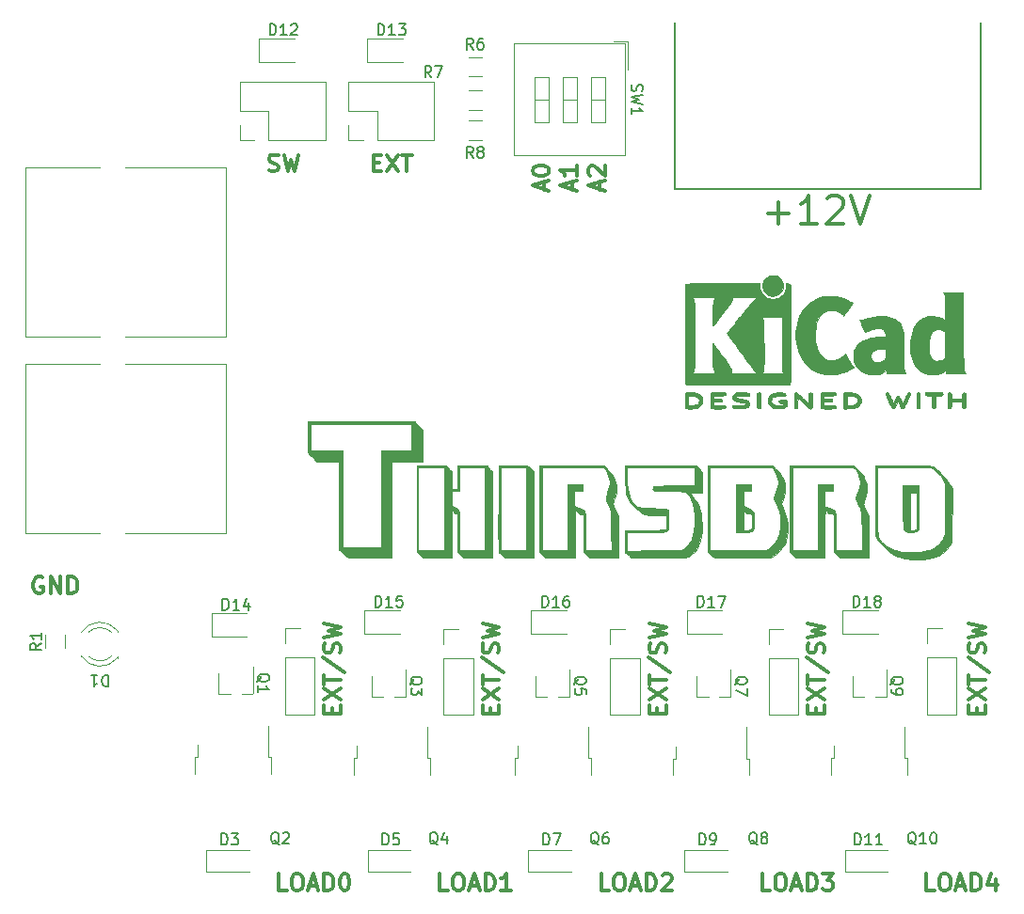
<source format=gto>
G04 #@! TF.GenerationSoftware,KiCad,Pcbnew,(2017-11-24 revision a01d81e)-master*
G04 #@! TF.CreationDate,2018-01-08T17:27:27+01:00*
G04 #@! TF.ProjectId,PWRCTRLBRD,5057524354524C4252442E6B69636164,rev?*
G04 #@! TF.SameCoordinates,Original*
G04 #@! TF.FileFunction,Legend,Top*
G04 #@! TF.FilePolarity,Positive*
%FSLAX46Y46*%
G04 Gerber Fmt 4.6, Leading zero omitted, Abs format (unit mm)*
G04 Created by KiCad (PCBNEW (2017-11-24 revision a01d81e)-master) date Monday '08en' 08. January 2018 'kl'. 17.27.27*
%MOMM*%
%LPD*%
G01*
G04 APERTURE LIST*
%ADD10C,0.300000*%
%ADD11C,0.200000*%
%ADD12C,0.010000*%
%ADD13C,0.120000*%
%ADD14C,0.150000*%
G04 APERTURE END LIST*
D10*
X147466857Y-88334857D02*
X147966857Y-88334857D01*
X148181142Y-89120571D02*
X147466857Y-89120571D01*
X147466857Y-87620571D01*
X148181142Y-87620571D01*
X148681142Y-87620571D02*
X149681142Y-89120571D01*
X149681142Y-87620571D02*
X148681142Y-89120571D01*
X150038285Y-87620571D02*
X150895428Y-87620571D01*
X150466857Y-89120571D02*
X150466857Y-87620571D01*
X138038285Y-89049142D02*
X138252571Y-89120571D01*
X138609714Y-89120571D01*
X138752571Y-89049142D01*
X138824000Y-88977714D01*
X138895428Y-88834857D01*
X138895428Y-88692000D01*
X138824000Y-88549142D01*
X138752571Y-88477714D01*
X138609714Y-88406285D01*
X138324000Y-88334857D01*
X138181142Y-88263428D01*
X138109714Y-88192000D01*
X138038285Y-88049142D01*
X138038285Y-87906285D01*
X138109714Y-87763428D01*
X138181142Y-87692000D01*
X138324000Y-87620571D01*
X138681142Y-87620571D01*
X138895428Y-87692000D01*
X139395428Y-87620571D02*
X139752571Y-89120571D01*
X140038285Y-88049142D01*
X140324000Y-89120571D01*
X140681142Y-87620571D01*
X143716857Y-137906285D02*
X143716857Y-137406285D01*
X144502571Y-137192000D02*
X144502571Y-137906285D01*
X143002571Y-137906285D01*
X143002571Y-137192000D01*
X143002571Y-136692000D02*
X144502571Y-135692000D01*
X143002571Y-135692000D02*
X144502571Y-136692000D01*
X143002571Y-135334857D02*
X143002571Y-134477714D01*
X144502571Y-134906285D02*
X143002571Y-134906285D01*
X142931142Y-132906285D02*
X144859714Y-134192000D01*
X144431142Y-132477714D02*
X144502571Y-132263428D01*
X144502571Y-131906285D01*
X144431142Y-131763428D01*
X144359714Y-131692000D01*
X144216857Y-131620571D01*
X144074000Y-131620571D01*
X143931142Y-131692000D01*
X143859714Y-131763428D01*
X143788285Y-131906285D01*
X143716857Y-132192000D01*
X143645428Y-132334857D01*
X143574000Y-132406285D01*
X143431142Y-132477714D01*
X143288285Y-132477714D01*
X143145428Y-132406285D01*
X143074000Y-132334857D01*
X143002571Y-132192000D01*
X143002571Y-131834857D01*
X143074000Y-131620571D01*
X143002571Y-131120571D02*
X144502571Y-130763428D01*
X143431142Y-130477714D01*
X144502571Y-130192000D01*
X143002571Y-129834857D01*
X201716857Y-137906285D02*
X201716857Y-137406285D01*
X202502571Y-137192000D02*
X202502571Y-137906285D01*
X201002571Y-137906285D01*
X201002571Y-137192000D01*
X201002571Y-136692000D02*
X202502571Y-135692000D01*
X201002571Y-135692000D02*
X202502571Y-136692000D01*
X201002571Y-135334857D02*
X201002571Y-134477714D01*
X202502571Y-134906285D02*
X201002571Y-134906285D01*
X200931142Y-132906285D02*
X202859714Y-134192000D01*
X202431142Y-132477714D02*
X202502571Y-132263428D01*
X202502571Y-131906285D01*
X202431142Y-131763428D01*
X202359714Y-131692000D01*
X202216857Y-131620571D01*
X202074000Y-131620571D01*
X201931142Y-131692000D01*
X201859714Y-131763428D01*
X201788285Y-131906285D01*
X201716857Y-132192000D01*
X201645428Y-132334857D01*
X201574000Y-132406285D01*
X201431142Y-132477714D01*
X201288285Y-132477714D01*
X201145428Y-132406285D01*
X201074000Y-132334857D01*
X201002571Y-132192000D01*
X201002571Y-131834857D01*
X201074000Y-131620571D01*
X201002571Y-131120571D02*
X202502571Y-130763428D01*
X201431142Y-130477714D01*
X202502571Y-130192000D01*
X201002571Y-129834857D01*
X187216857Y-137906285D02*
X187216857Y-137406285D01*
X188002571Y-137192000D02*
X188002571Y-137906285D01*
X186502571Y-137906285D01*
X186502571Y-137192000D01*
X186502571Y-136692000D02*
X188002571Y-135692000D01*
X186502571Y-135692000D02*
X188002571Y-136692000D01*
X186502571Y-135334857D02*
X186502571Y-134477714D01*
X188002571Y-134906285D02*
X186502571Y-134906285D01*
X186431142Y-132906285D02*
X188359714Y-134192000D01*
X187931142Y-132477714D02*
X188002571Y-132263428D01*
X188002571Y-131906285D01*
X187931142Y-131763428D01*
X187859714Y-131692000D01*
X187716857Y-131620571D01*
X187574000Y-131620571D01*
X187431142Y-131692000D01*
X187359714Y-131763428D01*
X187288285Y-131906285D01*
X187216857Y-132192000D01*
X187145428Y-132334857D01*
X187074000Y-132406285D01*
X186931142Y-132477714D01*
X186788285Y-132477714D01*
X186645428Y-132406285D01*
X186574000Y-132334857D01*
X186502571Y-132192000D01*
X186502571Y-131834857D01*
X186574000Y-131620571D01*
X186502571Y-131120571D02*
X188002571Y-130763428D01*
X186931142Y-130477714D01*
X188002571Y-130192000D01*
X186502571Y-129834857D01*
X172966857Y-137906285D02*
X172966857Y-137406285D01*
X173752571Y-137192000D02*
X173752571Y-137906285D01*
X172252571Y-137906285D01*
X172252571Y-137192000D01*
X172252571Y-136692000D02*
X173752571Y-135692000D01*
X172252571Y-135692000D02*
X173752571Y-136692000D01*
X172252571Y-135334857D02*
X172252571Y-134477714D01*
X173752571Y-134906285D02*
X172252571Y-134906285D01*
X172181142Y-132906285D02*
X174109714Y-134192000D01*
X173681142Y-132477714D02*
X173752571Y-132263428D01*
X173752571Y-131906285D01*
X173681142Y-131763428D01*
X173609714Y-131692000D01*
X173466857Y-131620571D01*
X173324000Y-131620571D01*
X173181142Y-131692000D01*
X173109714Y-131763428D01*
X173038285Y-131906285D01*
X172966857Y-132192000D01*
X172895428Y-132334857D01*
X172824000Y-132406285D01*
X172681142Y-132477714D01*
X172538285Y-132477714D01*
X172395428Y-132406285D01*
X172324000Y-132334857D01*
X172252571Y-132192000D01*
X172252571Y-131834857D01*
X172324000Y-131620571D01*
X172252571Y-131120571D02*
X173752571Y-130763428D01*
X172681142Y-130477714D01*
X173752571Y-130192000D01*
X172252571Y-129834857D01*
X157966857Y-137906285D02*
X157966857Y-137406285D01*
X158752571Y-137192000D02*
X158752571Y-137906285D01*
X157252571Y-137906285D01*
X157252571Y-137192000D01*
X157252571Y-136692000D02*
X158752571Y-135692000D01*
X157252571Y-135692000D02*
X158752571Y-136692000D01*
X157252571Y-135334857D02*
X157252571Y-134477714D01*
X158752571Y-134906285D02*
X157252571Y-134906285D01*
X157181142Y-132906285D02*
X159109714Y-134192000D01*
X158681142Y-132477714D02*
X158752571Y-132263428D01*
X158752571Y-131906285D01*
X158681142Y-131763428D01*
X158609714Y-131692000D01*
X158466857Y-131620571D01*
X158324000Y-131620571D01*
X158181142Y-131692000D01*
X158109714Y-131763428D01*
X158038285Y-131906285D01*
X157966857Y-132192000D01*
X157895428Y-132334857D01*
X157824000Y-132406285D01*
X157681142Y-132477714D01*
X157538285Y-132477714D01*
X157395428Y-132406285D01*
X157324000Y-132334857D01*
X157252571Y-132192000D01*
X157252571Y-131834857D01*
X157324000Y-131620571D01*
X157252571Y-131120571D02*
X158752571Y-130763428D01*
X157681142Y-130477714D01*
X158752571Y-130192000D01*
X157252571Y-129834857D01*
X197895428Y-153870571D02*
X197181142Y-153870571D01*
X197181142Y-152370571D01*
X198681142Y-152370571D02*
X198966857Y-152370571D01*
X199109714Y-152442000D01*
X199252571Y-152584857D01*
X199324000Y-152870571D01*
X199324000Y-153370571D01*
X199252571Y-153656285D01*
X199109714Y-153799142D01*
X198966857Y-153870571D01*
X198681142Y-153870571D01*
X198538285Y-153799142D01*
X198395428Y-153656285D01*
X198324000Y-153370571D01*
X198324000Y-152870571D01*
X198395428Y-152584857D01*
X198538285Y-152442000D01*
X198681142Y-152370571D01*
X199895428Y-153442000D02*
X200609714Y-153442000D01*
X199752571Y-153870571D02*
X200252571Y-152370571D01*
X200752571Y-153870571D01*
X201252571Y-153870571D02*
X201252571Y-152370571D01*
X201609714Y-152370571D01*
X201824000Y-152442000D01*
X201966857Y-152584857D01*
X202038285Y-152727714D01*
X202109714Y-153013428D01*
X202109714Y-153227714D01*
X202038285Y-153513428D01*
X201966857Y-153656285D01*
X201824000Y-153799142D01*
X201609714Y-153870571D01*
X201252571Y-153870571D01*
X203395428Y-152870571D02*
X203395428Y-153870571D01*
X203038285Y-152299142D02*
X202681142Y-153370571D01*
X203609714Y-153370571D01*
X183145428Y-153870571D02*
X182431142Y-153870571D01*
X182431142Y-152370571D01*
X183931142Y-152370571D02*
X184216857Y-152370571D01*
X184359714Y-152442000D01*
X184502571Y-152584857D01*
X184574000Y-152870571D01*
X184574000Y-153370571D01*
X184502571Y-153656285D01*
X184359714Y-153799142D01*
X184216857Y-153870571D01*
X183931142Y-153870571D01*
X183788285Y-153799142D01*
X183645428Y-153656285D01*
X183574000Y-153370571D01*
X183574000Y-152870571D01*
X183645428Y-152584857D01*
X183788285Y-152442000D01*
X183931142Y-152370571D01*
X185145428Y-153442000D02*
X185859714Y-153442000D01*
X185002571Y-153870571D02*
X185502571Y-152370571D01*
X186002571Y-153870571D01*
X186502571Y-153870571D02*
X186502571Y-152370571D01*
X186859714Y-152370571D01*
X187074000Y-152442000D01*
X187216857Y-152584857D01*
X187288285Y-152727714D01*
X187359714Y-153013428D01*
X187359714Y-153227714D01*
X187288285Y-153513428D01*
X187216857Y-153656285D01*
X187074000Y-153799142D01*
X186859714Y-153870571D01*
X186502571Y-153870571D01*
X187859714Y-152370571D02*
X188788285Y-152370571D01*
X188288285Y-152942000D01*
X188502571Y-152942000D01*
X188645428Y-153013428D01*
X188716857Y-153084857D01*
X188788285Y-153227714D01*
X188788285Y-153584857D01*
X188716857Y-153727714D01*
X188645428Y-153799142D01*
X188502571Y-153870571D01*
X188074000Y-153870571D01*
X187931142Y-153799142D01*
X187859714Y-153727714D01*
X168645428Y-153870571D02*
X167931142Y-153870571D01*
X167931142Y-152370571D01*
X169431142Y-152370571D02*
X169716857Y-152370571D01*
X169859714Y-152442000D01*
X170002571Y-152584857D01*
X170074000Y-152870571D01*
X170074000Y-153370571D01*
X170002571Y-153656285D01*
X169859714Y-153799142D01*
X169716857Y-153870571D01*
X169431142Y-153870571D01*
X169288285Y-153799142D01*
X169145428Y-153656285D01*
X169074000Y-153370571D01*
X169074000Y-152870571D01*
X169145428Y-152584857D01*
X169288285Y-152442000D01*
X169431142Y-152370571D01*
X170645428Y-153442000D02*
X171359714Y-153442000D01*
X170502571Y-153870571D02*
X171002571Y-152370571D01*
X171502571Y-153870571D01*
X172002571Y-153870571D02*
X172002571Y-152370571D01*
X172359714Y-152370571D01*
X172574000Y-152442000D01*
X172716857Y-152584857D01*
X172788285Y-152727714D01*
X172859714Y-153013428D01*
X172859714Y-153227714D01*
X172788285Y-153513428D01*
X172716857Y-153656285D01*
X172574000Y-153799142D01*
X172359714Y-153870571D01*
X172002571Y-153870571D01*
X173431142Y-152513428D02*
X173502571Y-152442000D01*
X173645428Y-152370571D01*
X174002571Y-152370571D01*
X174145428Y-152442000D01*
X174216857Y-152513428D01*
X174288285Y-152656285D01*
X174288285Y-152799142D01*
X174216857Y-153013428D01*
X173359714Y-153870571D01*
X174288285Y-153870571D01*
X154145428Y-153870571D02*
X153431142Y-153870571D01*
X153431142Y-152370571D01*
X154931142Y-152370571D02*
X155216857Y-152370571D01*
X155359714Y-152442000D01*
X155502571Y-152584857D01*
X155574000Y-152870571D01*
X155574000Y-153370571D01*
X155502571Y-153656285D01*
X155359714Y-153799142D01*
X155216857Y-153870571D01*
X154931142Y-153870571D01*
X154788285Y-153799142D01*
X154645428Y-153656285D01*
X154574000Y-153370571D01*
X154574000Y-152870571D01*
X154645428Y-152584857D01*
X154788285Y-152442000D01*
X154931142Y-152370571D01*
X156145428Y-153442000D02*
X156859714Y-153442000D01*
X156002571Y-153870571D02*
X156502571Y-152370571D01*
X157002571Y-153870571D01*
X157502571Y-153870571D02*
X157502571Y-152370571D01*
X157859714Y-152370571D01*
X158074000Y-152442000D01*
X158216857Y-152584857D01*
X158288285Y-152727714D01*
X158359714Y-153013428D01*
X158359714Y-153227714D01*
X158288285Y-153513428D01*
X158216857Y-153656285D01*
X158074000Y-153799142D01*
X157859714Y-153870571D01*
X157502571Y-153870571D01*
X159788285Y-153870571D02*
X158931142Y-153870571D01*
X159359714Y-153870571D02*
X159359714Y-152370571D01*
X159216857Y-152584857D01*
X159074000Y-152727714D01*
X158931142Y-152799142D01*
X139645428Y-153870571D02*
X138931142Y-153870571D01*
X138931142Y-152370571D01*
X140431142Y-152370571D02*
X140716857Y-152370571D01*
X140859714Y-152442000D01*
X141002571Y-152584857D01*
X141074000Y-152870571D01*
X141074000Y-153370571D01*
X141002571Y-153656285D01*
X140859714Y-153799142D01*
X140716857Y-153870571D01*
X140431142Y-153870571D01*
X140288285Y-153799142D01*
X140145428Y-153656285D01*
X140074000Y-153370571D01*
X140074000Y-152870571D01*
X140145428Y-152584857D01*
X140288285Y-152442000D01*
X140431142Y-152370571D01*
X141645428Y-153442000D02*
X142359714Y-153442000D01*
X141502571Y-153870571D02*
X142002571Y-152370571D01*
X142502571Y-153870571D01*
X143002571Y-153870571D02*
X143002571Y-152370571D01*
X143359714Y-152370571D01*
X143574000Y-152442000D01*
X143716857Y-152584857D01*
X143788285Y-152727714D01*
X143859714Y-153013428D01*
X143859714Y-153227714D01*
X143788285Y-153513428D01*
X143716857Y-153656285D01*
X143574000Y-153799142D01*
X143359714Y-153870571D01*
X143002571Y-153870571D01*
X144788285Y-152370571D02*
X144931142Y-152370571D01*
X145074000Y-152442000D01*
X145145428Y-152513428D01*
X145216857Y-152656285D01*
X145288285Y-152942000D01*
X145288285Y-153299142D01*
X145216857Y-153584857D01*
X145145428Y-153727714D01*
X145074000Y-153799142D01*
X144931142Y-153870571D01*
X144788285Y-153870571D01*
X144645428Y-153799142D01*
X144574000Y-153727714D01*
X144502571Y-153584857D01*
X144431142Y-153299142D01*
X144431142Y-152942000D01*
X144502571Y-152656285D01*
X144574000Y-152513428D01*
X144645428Y-152442000D01*
X144788285Y-152370571D01*
D11*
X174574000Y-90692000D02*
X174574000Y-75692000D01*
X202074000Y-90692000D02*
X174574000Y-90692000D01*
X202074000Y-75692000D02*
X202074000Y-90692000D01*
D10*
X167824000Y-90763428D02*
X167824000Y-90049142D01*
X168252571Y-90906285D02*
X166752571Y-90406285D01*
X168252571Y-89906285D01*
X166895428Y-89477714D02*
X166824000Y-89406285D01*
X166752571Y-89263428D01*
X166752571Y-88906285D01*
X166824000Y-88763428D01*
X166895428Y-88692000D01*
X167038285Y-88620571D01*
X167181142Y-88620571D01*
X167395428Y-88692000D01*
X168252571Y-89549142D01*
X168252571Y-88620571D01*
X165324000Y-90763428D02*
X165324000Y-90049142D01*
X165752571Y-90906285D02*
X164252571Y-90406285D01*
X165752571Y-89906285D01*
X165752571Y-88620571D02*
X165752571Y-89477714D01*
X165752571Y-89049142D02*
X164252571Y-89049142D01*
X164466857Y-89192000D01*
X164609714Y-89334857D01*
X164681142Y-89477714D01*
X162824000Y-90763428D02*
X162824000Y-90049142D01*
X163252571Y-90906285D02*
X161752571Y-90406285D01*
X163252571Y-89906285D01*
X161752571Y-89120571D02*
X161752571Y-88977714D01*
X161824000Y-88834857D01*
X161895428Y-88763428D01*
X162038285Y-88692000D01*
X162324000Y-88620571D01*
X162681142Y-88620571D01*
X162966857Y-88692000D01*
X163109714Y-88763428D01*
X163181142Y-88834857D01*
X163252571Y-88977714D01*
X163252571Y-89120571D01*
X163181142Y-89263428D01*
X163109714Y-89334857D01*
X162966857Y-89406285D01*
X162681142Y-89477714D01*
X162324000Y-89477714D01*
X162038285Y-89406285D01*
X161895428Y-89334857D01*
X161824000Y-89263428D01*
X161752571Y-89120571D01*
X182919238Y-92870571D02*
X184824000Y-92870571D01*
X183871619Y-93822952D02*
X183871619Y-91918190D01*
X187324000Y-93822952D02*
X185895428Y-93822952D01*
X186609714Y-93822952D02*
X186609714Y-91322952D01*
X186371619Y-91680095D01*
X186133523Y-91918190D01*
X185895428Y-92037238D01*
X188276380Y-91561047D02*
X188395428Y-91442000D01*
X188633523Y-91322952D01*
X189228761Y-91322952D01*
X189466857Y-91442000D01*
X189585904Y-91561047D01*
X189704952Y-91799142D01*
X189704952Y-92037238D01*
X189585904Y-92394380D01*
X188157333Y-93822952D01*
X189704952Y-93822952D01*
X190419238Y-91322952D02*
X191252571Y-93822952D01*
X192085904Y-91322952D01*
X117681142Y-125692000D02*
X117538285Y-125620571D01*
X117324000Y-125620571D01*
X117109714Y-125692000D01*
X116966857Y-125834857D01*
X116895428Y-125977714D01*
X116824000Y-126263428D01*
X116824000Y-126477714D01*
X116895428Y-126763428D01*
X116966857Y-126906285D01*
X117109714Y-127049142D01*
X117324000Y-127120571D01*
X117466857Y-127120571D01*
X117681142Y-127049142D01*
X117752571Y-126977714D01*
X117752571Y-126477714D01*
X117466857Y-126477714D01*
X118395428Y-127120571D02*
X118395428Y-125620571D01*
X119252571Y-127120571D01*
X119252571Y-125620571D01*
X119966857Y-127120571D02*
X119966857Y-125620571D01*
X120324000Y-125620571D01*
X120538285Y-125692000D01*
X120681142Y-125834857D01*
X120752571Y-125977714D01*
X120824000Y-126263428D01*
X120824000Y-126477714D01*
X120752571Y-126763428D01*
X120681142Y-126906285D01*
X120538285Y-127049142D01*
X120324000Y-127120571D01*
X119966857Y-127120571D01*
D12*
G36*
X181417164Y-117873446D02*
X181057496Y-117888021D01*
X180697828Y-117902597D01*
X180697828Y-119271046D01*
X181003856Y-119356129D01*
X181252255Y-119448583D01*
X181446309Y-119580763D01*
X181499950Y-119631278D01*
X181690015Y-119821343D01*
X181690015Y-120535477D01*
X181684546Y-120889975D01*
X181660196Y-121157621D01*
X181605047Y-121350538D01*
X181507185Y-121480849D01*
X181354694Y-121560676D01*
X181135658Y-121602141D01*
X180838160Y-121617368D01*
X180625007Y-121618954D01*
X180052906Y-121618954D01*
X180052906Y-121420516D01*
X180697828Y-121420516D01*
X180984446Y-121420516D01*
X181202666Y-121403916D01*
X181357493Y-121357601D01*
X181381321Y-121343289D01*
X181426654Y-121305796D01*
X181457511Y-121256262D01*
X181476662Y-121176697D01*
X181486876Y-121049110D01*
X181490921Y-120855512D01*
X181491578Y-120626993D01*
X181491578Y-119987924D01*
X181255933Y-119954383D01*
X181023920Y-119885877D01*
X180859058Y-119767979D01*
X180697828Y-119615115D01*
X180697828Y-121420516D01*
X180052906Y-121420516D01*
X180052906Y-117302938D01*
X181446920Y-117302938D01*
X181417164Y-117873446D01*
X181417164Y-117873446D01*
G37*
X181417164Y-117873446D02*
X181057496Y-117888021D01*
X180697828Y-117902597D01*
X180697828Y-119271046D01*
X181003856Y-119356129D01*
X181252255Y-119448583D01*
X181446309Y-119580763D01*
X181499950Y-119631278D01*
X181690015Y-119821343D01*
X181690015Y-120535477D01*
X181684546Y-120889975D01*
X181660196Y-121157621D01*
X181605047Y-121350538D01*
X181507185Y-121480849D01*
X181354694Y-121560676D01*
X181135658Y-121602141D01*
X180838160Y-121617368D01*
X180625007Y-121618954D01*
X180052906Y-121618954D01*
X180052906Y-121420516D01*
X180697828Y-121420516D01*
X180984446Y-121420516D01*
X181202666Y-121403916D01*
X181357493Y-121357601D01*
X181381321Y-121343289D01*
X181426654Y-121305796D01*
X181457511Y-121256262D01*
X181476662Y-121176697D01*
X181486876Y-121049110D01*
X181490921Y-120855512D01*
X181491578Y-120626993D01*
X181491578Y-119987924D01*
X181255933Y-119954383D01*
X181023920Y-119885877D01*
X180859058Y-119767979D01*
X180697828Y-119615115D01*
X180697828Y-121420516D01*
X180052906Y-121420516D01*
X180052906Y-117302938D01*
X181446920Y-117302938D01*
X181417164Y-117873446D01*
G36*
X196523219Y-119340184D02*
X196521989Y-119828405D01*
X196518429Y-120264005D01*
X196512728Y-120638934D01*
X196505078Y-120945146D01*
X196495670Y-121174592D01*
X196484696Y-121319225D01*
X196475056Y-121368202D01*
X196369927Y-121471426D01*
X196195075Y-121549512D01*
X195977844Y-121597893D01*
X195745574Y-121612000D01*
X195525608Y-121587265D01*
X195400970Y-121547669D01*
X195323749Y-121513506D01*
X195260234Y-121478323D01*
X195209089Y-121432720D01*
X195168972Y-121367296D01*
X195138547Y-121272652D01*
X195116474Y-121139387D01*
X195101415Y-120958103D01*
X195092031Y-120719398D01*
X195086982Y-120413873D01*
X195084931Y-120032128D01*
X195084539Y-119564763D01*
X195084547Y-119325884D01*
X195084547Y-118047079D01*
X195729469Y-118047079D01*
X195729469Y-121420516D01*
X195899872Y-121420516D01*
X196060110Y-121405893D01*
X196197528Y-121372134D01*
X196324781Y-121323753D01*
X196324781Y-118047079D01*
X195729469Y-118047079D01*
X195084547Y-118047079D01*
X195084547Y-117402157D01*
X196523219Y-117402157D01*
X196523219Y-119340184D01*
X196523219Y-119340184D01*
G37*
X196523219Y-119340184D02*
X196521989Y-119828405D01*
X196518429Y-120264005D01*
X196512728Y-120638934D01*
X196505078Y-120945146D01*
X196495670Y-121174592D01*
X196484696Y-121319225D01*
X196475056Y-121368202D01*
X196369927Y-121471426D01*
X196195075Y-121549512D01*
X195977844Y-121597893D01*
X195745574Y-121612000D01*
X195525608Y-121587265D01*
X195400970Y-121547669D01*
X195323749Y-121513506D01*
X195260234Y-121478323D01*
X195209089Y-121432720D01*
X195168972Y-121367296D01*
X195138547Y-121272652D01*
X195116474Y-121139387D01*
X195101415Y-120958103D01*
X195092031Y-120719398D01*
X195086982Y-120413873D01*
X195084931Y-120032128D01*
X195084539Y-119564763D01*
X195084547Y-119325884D01*
X195084547Y-118047079D01*
X195729469Y-118047079D01*
X195729469Y-121420516D01*
X195899872Y-121420516D01*
X196060110Y-121405893D01*
X196197528Y-121372134D01*
X196324781Y-121323753D01*
X196324781Y-118047079D01*
X195729469Y-118047079D01*
X195084547Y-118047079D01*
X195084547Y-117402157D01*
X196523219Y-117402157D01*
X196523219Y-119340184D01*
G36*
X187729957Y-115567287D02*
X188252237Y-115567916D01*
X188746869Y-115569481D01*
X189204577Y-115571890D01*
X189616085Y-115575046D01*
X189972114Y-115578855D01*
X190263390Y-115583223D01*
X190480635Y-115588054D01*
X190614573Y-115593255D01*
X190654118Y-115597148D01*
X190728906Y-115644483D01*
X190850693Y-115751303D01*
X191002252Y-115901465D01*
X191156897Y-116068195D01*
X191333072Y-116270331D01*
X191457030Y-116428702D01*
X191545598Y-116570793D01*
X191615608Y-116724091D01*
X191683889Y-116916080D01*
X191692990Y-116943706D01*
X191787299Y-117281227D01*
X191830154Y-117583101D01*
X191820931Y-117880009D01*
X191759007Y-118202631D01*
X191660737Y-118531233D01*
X191584753Y-118767753D01*
X191540383Y-118932510D01*
X191523922Y-119046460D01*
X191531665Y-119130561D01*
X191546688Y-119176155D01*
X191590303Y-119280932D01*
X191661086Y-119448626D01*
X191747085Y-119650974D01*
X191793034Y-119758602D01*
X191983961Y-120205086D01*
X191998089Y-122053036D01*
X192012217Y-123900985D01*
X189404273Y-123897367D01*
X189119019Y-123628477D01*
X188833765Y-123359588D01*
X188833765Y-119987924D01*
X188615060Y-119955127D01*
X188386915Y-119879457D01*
X188258513Y-119778454D01*
X188161995Y-119687299D01*
X188091543Y-119637639D01*
X188080343Y-119634579D01*
X188071850Y-119682499D01*
X188063965Y-119819510D01*
X188056880Y-120035481D01*
X188050786Y-120320285D01*
X188045875Y-120663793D01*
X188042338Y-121055877D01*
X188040367Y-121486407D01*
X188040015Y-121767782D01*
X188040015Y-123900985D01*
X186737769Y-123899915D01*
X185435523Y-123898844D01*
X184914625Y-123397854D01*
X184914625Y-115765047D01*
X185113062Y-115765047D01*
X185113062Y-123256063D01*
X187395094Y-123256063D01*
X187395094Y-117302938D01*
X188784156Y-117302938D01*
X188784156Y-117898250D01*
X188040015Y-117898250D01*
X188040015Y-119282817D01*
X188226051Y-119316634D01*
X188436650Y-119376465D01*
X188648854Y-119471983D01*
X188829980Y-119585694D01*
X188947342Y-119700103D01*
X188950067Y-119704170D01*
X188972305Y-119747466D01*
X188990193Y-119809228D01*
X189004188Y-119899747D01*
X189014753Y-120029318D01*
X189022345Y-120208232D01*
X189027426Y-120446782D01*
X189030455Y-120755260D01*
X189031891Y-121143960D01*
X189032203Y-121542794D01*
X189032203Y-123256063D01*
X191363844Y-123256063D01*
X191363844Y-121552306D01*
X191363719Y-121076492D01*
X191362153Y-120686882D01*
X191357361Y-120370461D01*
X191347557Y-120114214D01*
X191330955Y-119905127D01*
X191305768Y-119730186D01*
X191270211Y-119576375D01*
X191222497Y-119430680D01*
X191160841Y-119280086D01*
X191083457Y-119111580D01*
X191006795Y-118950451D01*
X190834451Y-118588785D01*
X190999919Y-118082287D01*
X191073669Y-117840994D01*
X191137412Y-117604061D01*
X191182311Y-117405779D01*
X191196550Y-117319440D01*
X191199146Y-117062320D01*
X191157001Y-116768806D01*
X191078777Y-116468248D01*
X190973136Y-116189997D01*
X190848741Y-115963404D01*
X190766473Y-115862208D01*
X190742742Y-115841387D01*
X190711294Y-115823773D01*
X190664204Y-115809098D01*
X190593548Y-115797093D01*
X190491404Y-115787491D01*
X190349847Y-115780025D01*
X190160953Y-115774426D01*
X189916799Y-115770427D01*
X189609462Y-115767759D01*
X189231017Y-115766156D01*
X188773541Y-115765350D01*
X188229110Y-115765072D01*
X187891187Y-115765047D01*
X185113062Y-115765047D01*
X184914625Y-115765047D01*
X184914625Y-115566610D01*
X187729957Y-115567287D01*
X187729957Y-115567287D01*
G37*
X187729957Y-115567287D02*
X188252237Y-115567916D01*
X188746869Y-115569481D01*
X189204577Y-115571890D01*
X189616085Y-115575046D01*
X189972114Y-115578855D01*
X190263390Y-115583223D01*
X190480635Y-115588054D01*
X190614573Y-115593255D01*
X190654118Y-115597148D01*
X190728906Y-115644483D01*
X190850693Y-115751303D01*
X191002252Y-115901465D01*
X191156897Y-116068195D01*
X191333072Y-116270331D01*
X191457030Y-116428702D01*
X191545598Y-116570793D01*
X191615608Y-116724091D01*
X191683889Y-116916080D01*
X191692990Y-116943706D01*
X191787299Y-117281227D01*
X191830154Y-117583101D01*
X191820931Y-117880009D01*
X191759007Y-118202631D01*
X191660737Y-118531233D01*
X191584753Y-118767753D01*
X191540383Y-118932510D01*
X191523922Y-119046460D01*
X191531665Y-119130561D01*
X191546688Y-119176155D01*
X191590303Y-119280932D01*
X191661086Y-119448626D01*
X191747085Y-119650974D01*
X191793034Y-119758602D01*
X191983961Y-120205086D01*
X191998089Y-122053036D01*
X192012217Y-123900985D01*
X189404273Y-123897367D01*
X189119019Y-123628477D01*
X188833765Y-123359588D01*
X188833765Y-119987924D01*
X188615060Y-119955127D01*
X188386915Y-119879457D01*
X188258513Y-119778454D01*
X188161995Y-119687299D01*
X188091543Y-119637639D01*
X188080343Y-119634579D01*
X188071850Y-119682499D01*
X188063965Y-119819510D01*
X188056880Y-120035481D01*
X188050786Y-120320285D01*
X188045875Y-120663793D01*
X188042338Y-121055877D01*
X188040367Y-121486407D01*
X188040015Y-121767782D01*
X188040015Y-123900985D01*
X186737769Y-123899915D01*
X185435523Y-123898844D01*
X184914625Y-123397854D01*
X184914625Y-115765047D01*
X185113062Y-115765047D01*
X185113062Y-123256063D01*
X187395094Y-123256063D01*
X187395094Y-117302938D01*
X188784156Y-117302938D01*
X188784156Y-117898250D01*
X188040015Y-117898250D01*
X188040015Y-119282817D01*
X188226051Y-119316634D01*
X188436650Y-119376465D01*
X188648854Y-119471983D01*
X188829980Y-119585694D01*
X188947342Y-119700103D01*
X188950067Y-119704170D01*
X188972305Y-119747466D01*
X188990193Y-119809228D01*
X189004188Y-119899747D01*
X189014753Y-120029318D01*
X189022345Y-120208232D01*
X189027426Y-120446782D01*
X189030455Y-120755260D01*
X189031891Y-121143960D01*
X189032203Y-121542794D01*
X189032203Y-123256063D01*
X191363844Y-123256063D01*
X191363844Y-121552306D01*
X191363719Y-121076492D01*
X191362153Y-120686882D01*
X191357361Y-120370461D01*
X191347557Y-120114214D01*
X191330955Y-119905127D01*
X191305768Y-119730186D01*
X191270211Y-119576375D01*
X191222497Y-119430680D01*
X191160841Y-119280086D01*
X191083457Y-119111580D01*
X191006795Y-118950451D01*
X190834451Y-118588785D01*
X190999919Y-118082287D01*
X191073669Y-117840994D01*
X191137412Y-117604061D01*
X191182311Y-117405779D01*
X191196550Y-117319440D01*
X191199146Y-117062320D01*
X191157001Y-116768806D01*
X191078777Y-116468248D01*
X190973136Y-116189997D01*
X190848741Y-115963404D01*
X190766473Y-115862208D01*
X190742742Y-115841387D01*
X190711294Y-115823773D01*
X190664204Y-115809098D01*
X190593548Y-115797093D01*
X190491404Y-115787491D01*
X190349847Y-115780025D01*
X190160953Y-115774426D01*
X189916799Y-115770427D01*
X189609462Y-115767759D01*
X189231017Y-115766156D01*
X188773541Y-115765350D01*
X188229110Y-115765072D01*
X187891187Y-115765047D01*
X185113062Y-115765047D01*
X184914625Y-115765047D01*
X184914625Y-115566610D01*
X187729957Y-115567287D01*
G36*
X182093774Y-115575994D02*
X182515720Y-115580230D01*
X182849022Y-115586659D01*
X183090710Y-115595247D01*
X183237814Y-115605955D01*
X183277515Y-115612790D01*
X183407089Y-115678276D01*
X183568145Y-115811893D01*
X183770133Y-116021607D01*
X183793850Y-116048083D01*
X183998473Y-116290576D01*
X184148034Y-116505902D01*
X184260119Y-116727421D01*
X184352314Y-116988494D01*
X184420768Y-117237272D01*
X184466479Y-117445765D01*
X184486507Y-117634839D01*
X184478359Y-117826948D01*
X184439545Y-118044542D01*
X184367570Y-118310077D01*
X184266620Y-118625959D01*
X184115378Y-119080816D01*
X184266583Y-119380352D01*
X184486852Y-119891201D01*
X184625419Y-120400175D01*
X184691051Y-120924422D01*
X184701780Y-121486874D01*
X184656592Y-121973158D01*
X184554541Y-122389704D01*
X184433683Y-122672573D01*
X184240617Y-122977767D01*
X183993809Y-123275856D01*
X183720606Y-123537376D01*
X183451148Y-123731234D01*
X183203101Y-123876180D01*
X180648219Y-123887864D01*
X178093336Y-123899547D01*
X177807779Y-123629286D01*
X177522222Y-123359024D01*
X177534927Y-119475219D01*
X177547064Y-115765047D01*
X177721265Y-115765047D01*
X177721265Y-123256063D01*
X180109162Y-123256063D01*
X180754579Y-123254991D01*
X181303246Y-123251739D01*
X181757608Y-123246254D01*
X182120112Y-123238482D01*
X182393202Y-123228370D01*
X182579324Y-123215865D01*
X182680925Y-123200913D01*
X182684804Y-123199813D01*
X182905488Y-123097200D01*
X183145357Y-122924401D01*
X183381542Y-122701096D01*
X183591174Y-122446965D01*
X183637210Y-122380232D01*
X183775446Y-122161702D01*
X183877634Y-121969057D01*
X183949107Y-121780426D01*
X183995201Y-121573937D01*
X184021250Y-121327720D01*
X184032588Y-121019903D01*
X184034634Y-120750789D01*
X184033698Y-120443126D01*
X184028481Y-120212073D01*
X184016487Y-120035038D01*
X183995218Y-119889429D01*
X183962177Y-119752654D01*
X183914867Y-119602119D01*
X183904168Y-119570417D01*
X183817882Y-119336088D01*
X183717003Y-119090855D01*
X183623120Y-118887154D01*
X183621655Y-118884246D01*
X183470444Y-118584697D01*
X183643464Y-118055439D01*
X183741999Y-117743598D01*
X183807748Y-117501322D01*
X183843419Y-117305520D01*
X183851719Y-117133103D01*
X183835355Y-116960982D01*
X183797035Y-116766068D01*
X183795466Y-116759148D01*
X183721425Y-116465542D01*
X183646395Y-116245286D01*
X183559872Y-116072968D01*
X183451354Y-115923176D01*
X183448575Y-115919864D01*
X183318305Y-115765047D01*
X177721265Y-115765047D01*
X177547064Y-115765047D01*
X177547633Y-115591414D01*
X180325758Y-115576812D01*
X180995824Y-115574249D01*
X181586152Y-115573989D01*
X182093774Y-115575994D01*
X182093774Y-115575994D01*
G37*
X182093774Y-115575994D02*
X182515720Y-115580230D01*
X182849022Y-115586659D01*
X183090710Y-115595247D01*
X183237814Y-115605955D01*
X183277515Y-115612790D01*
X183407089Y-115678276D01*
X183568145Y-115811893D01*
X183770133Y-116021607D01*
X183793850Y-116048083D01*
X183998473Y-116290576D01*
X184148034Y-116505902D01*
X184260119Y-116727421D01*
X184352314Y-116988494D01*
X184420768Y-117237272D01*
X184466479Y-117445765D01*
X184486507Y-117634839D01*
X184478359Y-117826948D01*
X184439545Y-118044542D01*
X184367570Y-118310077D01*
X184266620Y-118625959D01*
X184115378Y-119080816D01*
X184266583Y-119380352D01*
X184486852Y-119891201D01*
X184625419Y-120400175D01*
X184691051Y-120924422D01*
X184701780Y-121486874D01*
X184656592Y-121973158D01*
X184554541Y-122389704D01*
X184433683Y-122672573D01*
X184240617Y-122977767D01*
X183993809Y-123275856D01*
X183720606Y-123537376D01*
X183451148Y-123731234D01*
X183203101Y-123876180D01*
X180648219Y-123887864D01*
X178093336Y-123899547D01*
X177807779Y-123629286D01*
X177522222Y-123359024D01*
X177534927Y-119475219D01*
X177547064Y-115765047D01*
X177721265Y-115765047D01*
X177721265Y-123256063D01*
X180109162Y-123256063D01*
X180754579Y-123254991D01*
X181303246Y-123251739D01*
X181757608Y-123246254D01*
X182120112Y-123238482D01*
X182393202Y-123228370D01*
X182579324Y-123215865D01*
X182680925Y-123200913D01*
X182684804Y-123199813D01*
X182905488Y-123097200D01*
X183145357Y-122924401D01*
X183381542Y-122701096D01*
X183591174Y-122446965D01*
X183637210Y-122380232D01*
X183775446Y-122161702D01*
X183877634Y-121969057D01*
X183949107Y-121780426D01*
X183995201Y-121573937D01*
X184021250Y-121327720D01*
X184032588Y-121019903D01*
X184034634Y-120750789D01*
X184033698Y-120443126D01*
X184028481Y-120212073D01*
X184016487Y-120035038D01*
X183995218Y-119889429D01*
X183962177Y-119752654D01*
X183914867Y-119602119D01*
X183904168Y-119570417D01*
X183817882Y-119336088D01*
X183717003Y-119090855D01*
X183623120Y-118887154D01*
X183621655Y-118884246D01*
X183470444Y-118584697D01*
X183643464Y-118055439D01*
X183741999Y-117743598D01*
X183807748Y-117501322D01*
X183843419Y-117305520D01*
X183851719Y-117133103D01*
X183835355Y-116960982D01*
X183797035Y-116766068D01*
X183795466Y-116759148D01*
X183721425Y-116465542D01*
X183646395Y-116245286D01*
X183559872Y-116072968D01*
X183451354Y-115923176D01*
X183448575Y-115919864D01*
X183318305Y-115765047D01*
X177721265Y-115765047D01*
X177547064Y-115765047D01*
X177547633Y-115591414D01*
X180325758Y-115576812D01*
X180995824Y-115574249D01*
X181586152Y-115573989D01*
X182093774Y-115575994D01*
G36*
X177028918Y-116163359D02*
X177015424Y-117092817D01*
X177001929Y-118022274D01*
X176440628Y-118047079D01*
X175879327Y-118071883D01*
X176199032Y-118426586D01*
X176358199Y-118617184D01*
X176505626Y-118818088D01*
X176616777Y-118995060D01*
X176643367Y-119046703D01*
X176786808Y-119433684D01*
X176891091Y-119886161D01*
X176956319Y-120383154D01*
X176982593Y-120903683D01*
X176970015Y-121426768D01*
X176918685Y-121931428D01*
X176828705Y-122396683D01*
X176700177Y-122801553D01*
X176624412Y-122969085D01*
X176491400Y-123176827D01*
X176307696Y-123395777D01*
X176102642Y-123595136D01*
X175905580Y-123744102D01*
X175862135Y-123769255D01*
X175815159Y-123793183D01*
X175765394Y-123813308D01*
X175704171Y-123830016D01*
X175622819Y-123843693D01*
X175512669Y-123854723D01*
X175365052Y-123863493D01*
X175171299Y-123870388D01*
X174922740Y-123875794D01*
X174610705Y-123880096D01*
X174226526Y-123883679D01*
X173761533Y-123886930D01*
X173207057Y-123890235D01*
X173132367Y-123890663D01*
X170602257Y-123905146D01*
X170381120Y-123679823D01*
X170256206Y-123562343D01*
X170151158Y-123480827D01*
X170094870Y-123454500D01*
X170072329Y-123436052D01*
X170056096Y-123373421D01*
X170045611Y-123255684D01*
X170040312Y-123071914D01*
X170039635Y-122811185D01*
X170043019Y-122462573D01*
X170043187Y-122449911D01*
X170056617Y-121445321D01*
X171847402Y-121420516D01*
X172338926Y-121412980D01*
X172739820Y-121405039D01*
X173058675Y-121396268D01*
X173304081Y-121386239D01*
X173484626Y-121374527D01*
X173608902Y-121360706D01*
X173685497Y-121344350D01*
X173720156Y-121327625D01*
X173756291Y-121281365D01*
X173780320Y-121202093D01*
X173794467Y-121072096D01*
X173800952Y-120873667D01*
X173802125Y-120674166D01*
X173802125Y-120088793D01*
X172871949Y-120072526D01*
X172505279Y-120064472D01*
X172218347Y-120050372D01*
X171991677Y-120023648D01*
X171805788Y-119977720D01*
X171641202Y-119906009D01*
X171478442Y-119801938D01*
X171298029Y-119658926D01*
X171080484Y-119470396D01*
X171075087Y-119465647D01*
X170801222Y-119206060D01*
X170579245Y-118948613D01*
X170404225Y-118679303D01*
X170271234Y-118384127D01*
X170175341Y-118049083D01*
X170111617Y-117660167D01*
X170075132Y-117203376D01*
X170060956Y-116664708D01*
X170060478Y-116583602D01*
X170057293Y-115765047D01*
X170219727Y-115765047D01*
X170243268Y-116720028D01*
X170266084Y-117246817D01*
X170308626Y-117688727D01*
X170374448Y-118058769D01*
X170467106Y-118369956D01*
X170590154Y-118635299D01*
X170747148Y-118867811D01*
X170867902Y-119006263D01*
X170983685Y-119124024D01*
X171090142Y-119216465D01*
X171201262Y-119287016D01*
X171331030Y-119339108D01*
X171493434Y-119376172D01*
X171702461Y-119401637D01*
X171972098Y-119418934D01*
X172316332Y-119431495D01*
X172636304Y-119439979D01*
X172968725Y-119448528D01*
X173266119Y-119456780D01*
X173514800Y-119464306D01*
X173701082Y-119470676D01*
X173811276Y-119475461D01*
X173835788Y-119477609D01*
X173896273Y-119536681D01*
X173939791Y-119596517D01*
X173969133Y-119673758D01*
X173987090Y-119785041D01*
X173996453Y-119947006D01*
X174000013Y-120176293D01*
X174000562Y-120459938D01*
X173997736Y-120740760D01*
X173989923Y-120991331D01*
X173978122Y-121192815D01*
X173963331Y-121326377D01*
X173952400Y-121368202D01*
X173877903Y-121442223D01*
X173750172Y-121517992D01*
X173703349Y-121538574D01*
X173634629Y-121561100D01*
X173545868Y-121579101D01*
X173426112Y-121593056D01*
X173264404Y-121603445D01*
X173049789Y-121610747D01*
X172771312Y-121615442D01*
X172418016Y-121618008D01*
X171978946Y-121618925D01*
X171866355Y-121618954D01*
X170230250Y-121618954D01*
X170230250Y-123259613D01*
X172673511Y-123245436D01*
X173228926Y-123242114D01*
X173693974Y-123238882D01*
X174077510Y-123235331D01*
X174388384Y-123231050D01*
X174635450Y-123225632D01*
X174827558Y-123218667D01*
X174973561Y-123209747D01*
X175082312Y-123198462D01*
X175162662Y-123184403D01*
X175223464Y-123167162D01*
X175273569Y-123146330D01*
X175318595Y-123123230D01*
X175597529Y-122919836D01*
X175840997Y-122631796D01*
X176042723Y-122269290D01*
X176196430Y-121842501D01*
X176253689Y-121606372D01*
X176292016Y-121344546D01*
X176317076Y-121013453D01*
X176328770Y-120642164D01*
X176326995Y-120259753D01*
X176311651Y-119895294D01*
X176282637Y-119577858D01*
X176261234Y-119436141D01*
X176164929Y-119032540D01*
X176033608Y-118672712D01*
X175874443Y-118369795D01*
X175694607Y-118136931D01*
X175501276Y-117987258D01*
X175459457Y-117967553D01*
X175381068Y-117944883D01*
X175260360Y-117927352D01*
X175086588Y-117914446D01*
X174849004Y-117905652D01*
X174536862Y-117900460D01*
X174139416Y-117898356D01*
X174005699Y-117898250D01*
X173586668Y-117897619D01*
X173256549Y-117894210D01*
X173005041Y-117885751D01*
X172821837Y-117869969D01*
X172696635Y-117844592D01*
X172619130Y-117807347D01*
X172579017Y-117755962D01*
X172565994Y-117688164D01*
X172569756Y-117601681D01*
X172571614Y-117581969D01*
X172586695Y-117426961D01*
X174459449Y-117413962D01*
X176332203Y-117400964D01*
X176332203Y-115765047D01*
X170219727Y-115765047D01*
X170057293Y-115765047D01*
X170056617Y-115591414D01*
X173281226Y-115583167D01*
X176505836Y-115574919D01*
X177028918Y-116163359D01*
X177028918Y-116163359D01*
G37*
X177028918Y-116163359D02*
X177015424Y-117092817D01*
X177001929Y-118022274D01*
X176440628Y-118047079D01*
X175879327Y-118071883D01*
X176199032Y-118426586D01*
X176358199Y-118617184D01*
X176505626Y-118818088D01*
X176616777Y-118995060D01*
X176643367Y-119046703D01*
X176786808Y-119433684D01*
X176891091Y-119886161D01*
X176956319Y-120383154D01*
X176982593Y-120903683D01*
X176970015Y-121426768D01*
X176918685Y-121931428D01*
X176828705Y-122396683D01*
X176700177Y-122801553D01*
X176624412Y-122969085D01*
X176491400Y-123176827D01*
X176307696Y-123395777D01*
X176102642Y-123595136D01*
X175905580Y-123744102D01*
X175862135Y-123769255D01*
X175815159Y-123793183D01*
X175765394Y-123813308D01*
X175704171Y-123830016D01*
X175622819Y-123843693D01*
X175512669Y-123854723D01*
X175365052Y-123863493D01*
X175171299Y-123870388D01*
X174922740Y-123875794D01*
X174610705Y-123880096D01*
X174226526Y-123883679D01*
X173761533Y-123886930D01*
X173207057Y-123890235D01*
X173132367Y-123890663D01*
X170602257Y-123905146D01*
X170381120Y-123679823D01*
X170256206Y-123562343D01*
X170151158Y-123480827D01*
X170094870Y-123454500D01*
X170072329Y-123436052D01*
X170056096Y-123373421D01*
X170045611Y-123255684D01*
X170040312Y-123071914D01*
X170039635Y-122811185D01*
X170043019Y-122462573D01*
X170043187Y-122449911D01*
X170056617Y-121445321D01*
X171847402Y-121420516D01*
X172338926Y-121412980D01*
X172739820Y-121405039D01*
X173058675Y-121396268D01*
X173304081Y-121386239D01*
X173484626Y-121374527D01*
X173608902Y-121360706D01*
X173685497Y-121344350D01*
X173720156Y-121327625D01*
X173756291Y-121281365D01*
X173780320Y-121202093D01*
X173794467Y-121072096D01*
X173800952Y-120873667D01*
X173802125Y-120674166D01*
X173802125Y-120088793D01*
X172871949Y-120072526D01*
X172505279Y-120064472D01*
X172218347Y-120050372D01*
X171991677Y-120023648D01*
X171805788Y-119977720D01*
X171641202Y-119906009D01*
X171478442Y-119801938D01*
X171298029Y-119658926D01*
X171080484Y-119470396D01*
X171075087Y-119465647D01*
X170801222Y-119206060D01*
X170579245Y-118948613D01*
X170404225Y-118679303D01*
X170271234Y-118384127D01*
X170175341Y-118049083D01*
X170111617Y-117660167D01*
X170075132Y-117203376D01*
X170060956Y-116664708D01*
X170060478Y-116583602D01*
X170057293Y-115765047D01*
X170219727Y-115765047D01*
X170243268Y-116720028D01*
X170266084Y-117246817D01*
X170308626Y-117688727D01*
X170374448Y-118058769D01*
X170467106Y-118369956D01*
X170590154Y-118635299D01*
X170747148Y-118867811D01*
X170867902Y-119006263D01*
X170983685Y-119124024D01*
X171090142Y-119216465D01*
X171201262Y-119287016D01*
X171331030Y-119339108D01*
X171493434Y-119376172D01*
X171702461Y-119401637D01*
X171972098Y-119418934D01*
X172316332Y-119431495D01*
X172636304Y-119439979D01*
X172968725Y-119448528D01*
X173266119Y-119456780D01*
X173514800Y-119464306D01*
X173701082Y-119470676D01*
X173811276Y-119475461D01*
X173835788Y-119477609D01*
X173896273Y-119536681D01*
X173939791Y-119596517D01*
X173969133Y-119673758D01*
X173987090Y-119785041D01*
X173996453Y-119947006D01*
X174000013Y-120176293D01*
X174000562Y-120459938D01*
X173997736Y-120740760D01*
X173989923Y-120991331D01*
X173978122Y-121192815D01*
X173963331Y-121326377D01*
X173952400Y-121368202D01*
X173877903Y-121442223D01*
X173750172Y-121517992D01*
X173703349Y-121538574D01*
X173634629Y-121561100D01*
X173545868Y-121579101D01*
X173426112Y-121593056D01*
X173264404Y-121603445D01*
X173049789Y-121610747D01*
X172771312Y-121615442D01*
X172418016Y-121618008D01*
X171978946Y-121618925D01*
X171866355Y-121618954D01*
X170230250Y-121618954D01*
X170230250Y-123259613D01*
X172673511Y-123245436D01*
X173228926Y-123242114D01*
X173693974Y-123238882D01*
X174077510Y-123235331D01*
X174388384Y-123231050D01*
X174635450Y-123225632D01*
X174827558Y-123218667D01*
X174973561Y-123209747D01*
X175082312Y-123198462D01*
X175162662Y-123184403D01*
X175223464Y-123167162D01*
X175273569Y-123146330D01*
X175318595Y-123123230D01*
X175597529Y-122919836D01*
X175840997Y-122631796D01*
X176042723Y-122269290D01*
X176196430Y-121842501D01*
X176253689Y-121606372D01*
X176292016Y-121344546D01*
X176317076Y-121013453D01*
X176328770Y-120642164D01*
X176326995Y-120259753D01*
X176311651Y-119895294D01*
X176282637Y-119577858D01*
X176261234Y-119436141D01*
X176164929Y-119032540D01*
X176033608Y-118672712D01*
X175874443Y-118369795D01*
X175694607Y-118136931D01*
X175501276Y-117987258D01*
X175459457Y-117967553D01*
X175381068Y-117944883D01*
X175260360Y-117927352D01*
X175086588Y-117914446D01*
X174849004Y-117905652D01*
X174536862Y-117900460D01*
X174139416Y-117898356D01*
X174005699Y-117898250D01*
X173586668Y-117897619D01*
X173256549Y-117894210D01*
X173005041Y-117885751D01*
X172821837Y-117869969D01*
X172696635Y-117844592D01*
X172619130Y-117807347D01*
X172579017Y-117755962D01*
X172565994Y-117688164D01*
X172569756Y-117601681D01*
X172571614Y-117581969D01*
X172586695Y-117426961D01*
X174459449Y-117413962D01*
X176332203Y-117400964D01*
X176332203Y-115765047D01*
X170219727Y-115765047D01*
X170057293Y-115765047D01*
X170056617Y-115591414D01*
X173281226Y-115583167D01*
X176505836Y-115574919D01*
X177028918Y-116163359D01*
G36*
X165296063Y-115577851D02*
X168200158Y-115591414D01*
X168572691Y-115988289D01*
X168832604Y-116290260D01*
X169023368Y-116577063D01*
X169163174Y-116880600D01*
X169260472Y-117194477D01*
X169309179Y-117411659D01*
X169330378Y-117603917D01*
X169321916Y-117797143D01*
X169281637Y-118017231D01*
X169207389Y-118290071D01*
X169155248Y-118459467D01*
X169076898Y-118715428D01*
X169028360Y-118896776D01*
X169006250Y-119022402D01*
X169007184Y-119111194D01*
X169026406Y-119178803D01*
X169070047Y-119282426D01*
X169140588Y-119449227D01*
X169226122Y-119651068D01*
X169271753Y-119758602D01*
X169461304Y-120205086D01*
X169475432Y-122053036D01*
X169489560Y-123900985D01*
X168185589Y-123899915D01*
X166881617Y-123898844D01*
X166621816Y-123648967D01*
X166362014Y-123399090D01*
X166348964Y-121703206D01*
X166335914Y-120007323D01*
X166103270Y-119957376D01*
X165885041Y-119877292D01*
X165718798Y-119761723D01*
X165566969Y-119616016D01*
X165566969Y-123900985D01*
X164239918Y-123899915D01*
X162912867Y-123898844D01*
X162391969Y-123397854D01*
X162391969Y-115765047D01*
X162590406Y-115765047D01*
X162590406Y-123256063D01*
X164872437Y-123256063D01*
X164872437Y-117302938D01*
X166261500Y-117302938D01*
X166261500Y-117898250D01*
X165517359Y-117898250D01*
X165517359Y-119276271D01*
X165700654Y-119310657D01*
X165895054Y-119366827D01*
X166100526Y-119457024D01*
X166283930Y-119563857D01*
X166412129Y-119669934D01*
X166431679Y-119694312D01*
X166452795Y-119735595D01*
X166469802Y-119799559D01*
X166483125Y-119896223D01*
X166493189Y-120035607D01*
X166500419Y-120227731D01*
X166505240Y-120482613D01*
X166508076Y-120810273D01*
X166509352Y-121220730D01*
X166509547Y-121530773D01*
X166509547Y-123256063D01*
X168844762Y-123256063D01*
X168830573Y-121482528D01*
X168816383Y-119708993D01*
X168626831Y-119262508D01*
X168538191Y-119053521D01*
X168458425Y-118865100D01*
X168399458Y-118725429D01*
X168381231Y-118682037D01*
X168359856Y-118605704D01*
X168361162Y-118512713D01*
X168388921Y-118381487D01*
X168446908Y-118190452D01*
X168489717Y-118061920D01*
X168564109Y-117821891D01*
X168626758Y-117582535D01*
X168668524Y-117380524D01*
X168678906Y-117302938D01*
X168677588Y-117071065D01*
X168640771Y-116807725D01*
X168575717Y-116535434D01*
X168489685Y-116276711D01*
X168389936Y-116054070D01*
X168283731Y-115890029D01*
X168199594Y-115816438D01*
X168124919Y-115803759D01*
X167952438Y-115792827D01*
X167683551Y-115783667D01*
X167319655Y-115776304D01*
X166862150Y-115770763D01*
X166312433Y-115767070D01*
X165671903Y-115765249D01*
X165346988Y-115765047D01*
X162590406Y-115765047D01*
X162391969Y-115765047D01*
X162391969Y-115564287D01*
X165296063Y-115577851D01*
X165296063Y-115577851D01*
G37*
X165296063Y-115577851D02*
X168200158Y-115591414D01*
X168572691Y-115988289D01*
X168832604Y-116290260D01*
X169023368Y-116577063D01*
X169163174Y-116880600D01*
X169260472Y-117194477D01*
X169309179Y-117411659D01*
X169330378Y-117603917D01*
X169321916Y-117797143D01*
X169281637Y-118017231D01*
X169207389Y-118290071D01*
X169155248Y-118459467D01*
X169076898Y-118715428D01*
X169028360Y-118896776D01*
X169006250Y-119022402D01*
X169007184Y-119111194D01*
X169026406Y-119178803D01*
X169070047Y-119282426D01*
X169140588Y-119449227D01*
X169226122Y-119651068D01*
X169271753Y-119758602D01*
X169461304Y-120205086D01*
X169475432Y-122053036D01*
X169489560Y-123900985D01*
X168185589Y-123899915D01*
X166881617Y-123898844D01*
X166621816Y-123648967D01*
X166362014Y-123399090D01*
X166348964Y-121703206D01*
X166335914Y-120007323D01*
X166103270Y-119957376D01*
X165885041Y-119877292D01*
X165718798Y-119761723D01*
X165566969Y-119616016D01*
X165566969Y-123900985D01*
X164239918Y-123899915D01*
X162912867Y-123898844D01*
X162391969Y-123397854D01*
X162391969Y-115765047D01*
X162590406Y-115765047D01*
X162590406Y-123256063D01*
X164872437Y-123256063D01*
X164872437Y-117302938D01*
X166261500Y-117302938D01*
X166261500Y-117898250D01*
X165517359Y-117898250D01*
X165517359Y-119276271D01*
X165700654Y-119310657D01*
X165895054Y-119366827D01*
X166100526Y-119457024D01*
X166283930Y-119563857D01*
X166412129Y-119669934D01*
X166431679Y-119694312D01*
X166452795Y-119735595D01*
X166469802Y-119799559D01*
X166483125Y-119896223D01*
X166493189Y-120035607D01*
X166500419Y-120227731D01*
X166505240Y-120482613D01*
X166508076Y-120810273D01*
X166509352Y-121220730D01*
X166509547Y-121530773D01*
X166509547Y-123256063D01*
X168844762Y-123256063D01*
X168830573Y-121482528D01*
X168816383Y-119708993D01*
X168626831Y-119262508D01*
X168538191Y-119053521D01*
X168458425Y-118865100D01*
X168399458Y-118725429D01*
X168381231Y-118682037D01*
X168359856Y-118605704D01*
X168361162Y-118512713D01*
X168388921Y-118381487D01*
X168446908Y-118190452D01*
X168489717Y-118061920D01*
X168564109Y-117821891D01*
X168626758Y-117582535D01*
X168668524Y-117380524D01*
X168678906Y-117302938D01*
X168677588Y-117071065D01*
X168640771Y-116807725D01*
X168575717Y-116535434D01*
X168489685Y-116276711D01*
X168389936Y-116054070D01*
X168283731Y-115890029D01*
X168199594Y-115816438D01*
X168124919Y-115803759D01*
X167952438Y-115792827D01*
X167683551Y-115783667D01*
X167319655Y-115776304D01*
X166862150Y-115770763D01*
X166312433Y-115767070D01*
X165671903Y-115765249D01*
X165346988Y-115765047D01*
X162590406Y-115765047D01*
X162391969Y-115765047D01*
X162391969Y-115564287D01*
X165296063Y-115577851D01*
G36*
X161572989Y-115851037D02*
X161842648Y-116137118D01*
X161844456Y-120019051D01*
X161846265Y-123900985D01*
X159237627Y-123900985D01*
X159018531Y-123677743D01*
X158894245Y-123560877D01*
X158789969Y-123480066D01*
X158735052Y-123454500D01*
X158723027Y-123438718D01*
X158712649Y-123387569D01*
X158703841Y-123295353D01*
X158696529Y-123156366D01*
X158690637Y-122964908D01*
X158686091Y-122715275D01*
X158682817Y-122401767D01*
X158680738Y-122018681D01*
X158679780Y-121560316D01*
X158679868Y-121020968D01*
X158680927Y-120394937D01*
X158682883Y-119676521D01*
X158683369Y-119522957D01*
X158695509Y-115765047D01*
X158869703Y-115765047D01*
X158869703Y-123256063D01*
X161201344Y-123256063D01*
X161201344Y-115765047D01*
X158869703Y-115765047D01*
X158695509Y-115765047D01*
X158696070Y-115591414D01*
X159999700Y-115578186D01*
X161303330Y-115564957D01*
X161572989Y-115851037D01*
X161572989Y-115851037D01*
G37*
X161572989Y-115851037D02*
X161842648Y-116137118D01*
X161844456Y-120019051D01*
X161846265Y-123900985D01*
X159237627Y-123900985D01*
X159018531Y-123677743D01*
X158894245Y-123560877D01*
X158789969Y-123480066D01*
X158735052Y-123454500D01*
X158723027Y-123438718D01*
X158712649Y-123387569D01*
X158703841Y-123295353D01*
X158696529Y-123156366D01*
X158690637Y-122964908D01*
X158686091Y-122715275D01*
X158682817Y-122401767D01*
X158680738Y-122018681D01*
X158679780Y-121560316D01*
X158679868Y-121020968D01*
X158680927Y-120394937D01*
X158682883Y-119676521D01*
X158683369Y-119522957D01*
X158695509Y-115765047D01*
X158869703Y-115765047D01*
X158869703Y-123256063D01*
X161201344Y-123256063D01*
X161201344Y-115765047D01*
X158869703Y-115765047D01*
X158695509Y-115765047D01*
X158696070Y-115591414D01*
X159999700Y-115578186D01*
X161303330Y-115564957D01*
X161572989Y-115851037D01*
G36*
X153083056Y-115567525D02*
X153407677Y-115570568D01*
X153651695Y-115576184D01*
X153824411Y-115584818D01*
X153935126Y-115596914D01*
X153993140Y-115612917D01*
X154007984Y-115630695D01*
X154041236Y-115696875D01*
X154127791Y-115805020D01*
X154231226Y-115913875D01*
X154454469Y-116132971D01*
X154454469Y-117699813D01*
X155000172Y-117699813D01*
X155000172Y-115566610D01*
X156339625Y-115566610D01*
X156754150Y-115567525D01*
X157078771Y-115570568D01*
X157322789Y-115576184D01*
X157495505Y-115584818D01*
X157606220Y-115596914D01*
X157664234Y-115612917D01*
X157679078Y-115630695D01*
X157712330Y-115696875D01*
X157798884Y-115805020D01*
X157902320Y-115913875D01*
X158125562Y-116132971D01*
X158125562Y-123900985D01*
X156823316Y-123899915D01*
X155521070Y-123898844D01*
X155000172Y-123397854D01*
X155000172Y-119932235D01*
X154890912Y-119932235D01*
X154789883Y-119898998D01*
X154664992Y-119815415D01*
X154618061Y-119773675D01*
X154454469Y-119615115D01*
X154454469Y-123900985D01*
X153152222Y-123899915D01*
X151849976Y-123898844D01*
X151329078Y-123397854D01*
X151329078Y-115765047D01*
X151477906Y-115765047D01*
X151477906Y-123256063D01*
X153809547Y-123256063D01*
X153809547Y-117902597D01*
X154454469Y-117902597D01*
X154454469Y-119275534D01*
X154667263Y-119329116D01*
X154903508Y-119433627D01*
X155071179Y-119608612D01*
X155150184Y-119787538D01*
X155162187Y-119878542D01*
X155173033Y-120056263D01*
X155182390Y-120308201D01*
X155189925Y-120621858D01*
X155195306Y-120984734D01*
X155198198Y-121384332D01*
X155198609Y-121606224D01*
X155198609Y-123256063D01*
X157480640Y-123256063D01*
X157480640Y-115765047D01*
X155200582Y-115765047D01*
X155187193Y-116819246D01*
X155173804Y-117873446D01*
X154814136Y-117888021D01*
X154454469Y-117902597D01*
X153809547Y-117902597D01*
X153809547Y-115765047D01*
X151477906Y-115765047D01*
X151329078Y-115765047D01*
X151329078Y-115566610D01*
X152668531Y-115566610D01*
X153083056Y-115567525D01*
X153083056Y-115567525D01*
G37*
X153083056Y-115567525D02*
X153407677Y-115570568D01*
X153651695Y-115576184D01*
X153824411Y-115584818D01*
X153935126Y-115596914D01*
X153993140Y-115612917D01*
X154007984Y-115630695D01*
X154041236Y-115696875D01*
X154127791Y-115805020D01*
X154231226Y-115913875D01*
X154454469Y-116132971D01*
X154454469Y-117699813D01*
X155000172Y-117699813D01*
X155000172Y-115566610D01*
X156339625Y-115566610D01*
X156754150Y-115567525D01*
X157078771Y-115570568D01*
X157322789Y-115576184D01*
X157495505Y-115584818D01*
X157606220Y-115596914D01*
X157664234Y-115612917D01*
X157679078Y-115630695D01*
X157712330Y-115696875D01*
X157798884Y-115805020D01*
X157902320Y-115913875D01*
X158125562Y-116132971D01*
X158125562Y-123900985D01*
X156823316Y-123899915D01*
X155521070Y-123898844D01*
X155000172Y-123397854D01*
X155000172Y-119932235D01*
X154890912Y-119932235D01*
X154789883Y-119898998D01*
X154664992Y-119815415D01*
X154618061Y-119773675D01*
X154454469Y-119615115D01*
X154454469Y-123900985D01*
X153152222Y-123899915D01*
X151849976Y-123898844D01*
X151329078Y-123397854D01*
X151329078Y-115765047D01*
X151477906Y-115765047D01*
X151477906Y-123256063D01*
X153809547Y-123256063D01*
X153809547Y-117902597D01*
X154454469Y-117902597D01*
X154454469Y-119275534D01*
X154667263Y-119329116D01*
X154903508Y-119433627D01*
X155071179Y-119608612D01*
X155150184Y-119787538D01*
X155162187Y-119878542D01*
X155173033Y-120056263D01*
X155182390Y-120308201D01*
X155189925Y-120621858D01*
X155195306Y-120984734D01*
X155198198Y-121384332D01*
X155198609Y-121606224D01*
X155198609Y-123256063D01*
X157480640Y-123256063D01*
X157480640Y-115765047D01*
X155200582Y-115765047D01*
X155187193Y-116819246D01*
X155173804Y-117873446D01*
X154814136Y-117888021D01*
X154454469Y-117902597D01*
X153809547Y-117902597D01*
X153809547Y-115765047D01*
X151477906Y-115765047D01*
X151329078Y-115765047D01*
X151329078Y-115566610D01*
X152668531Y-115566610D01*
X153083056Y-115567525D01*
G36*
X147191562Y-111598080D02*
X147920835Y-111598784D01*
X148561026Y-111600039D01*
X149117205Y-111601913D01*
X149594440Y-111604471D01*
X149997798Y-111607781D01*
X150332349Y-111611910D01*
X150603161Y-111616924D01*
X150815302Y-111622890D01*
X150973840Y-111629875D01*
X151083845Y-111637946D01*
X151150384Y-111647169D01*
X151178525Y-111657612D01*
X151180250Y-111661305D01*
X151213578Y-111722343D01*
X151302820Y-111832480D01*
X151431864Y-111972574D01*
X151502711Y-112044344D01*
X151825172Y-112363939D01*
X151825172Y-115219344D01*
X149047047Y-115219344D01*
X149047047Y-123900985D01*
X145149605Y-123900985D01*
X144853501Y-123598967D01*
X144703477Y-123453949D01*
X144566004Y-123335008D01*
X144465039Y-123262472D01*
X144445777Y-123252929D01*
X144334156Y-123208909D01*
X144334156Y-115219344D01*
X142322110Y-115219344D01*
X142002515Y-114896883D01*
X141854877Y-114754537D01*
X141728072Y-114644311D01*
X141641239Y-114582316D01*
X141619476Y-114574422D01*
X141600716Y-114554977D01*
X141585812Y-114490807D01*
X141574391Y-114373156D01*
X141569938Y-114276766D01*
X141802314Y-114276766D01*
X144631812Y-114276766D01*
X144631812Y-122958407D01*
X148104469Y-122958407D01*
X148104469Y-114276766D01*
X150882594Y-114276766D01*
X150882594Y-111845385D01*
X146355738Y-111858048D01*
X141828883Y-111870711D01*
X141815598Y-113073739D01*
X141802314Y-114276766D01*
X141569938Y-114276766D01*
X141566079Y-114193270D01*
X141560504Y-113942395D01*
X141557292Y-113611776D01*
X141556070Y-113192659D01*
X141556031Y-113086141D01*
X141556031Y-111597860D01*
X146368140Y-111597860D01*
X147191562Y-111598080D01*
X147191562Y-111598080D01*
G37*
X147191562Y-111598080D02*
X147920835Y-111598784D01*
X148561026Y-111600039D01*
X149117205Y-111601913D01*
X149594440Y-111604471D01*
X149997798Y-111607781D01*
X150332349Y-111611910D01*
X150603161Y-111616924D01*
X150815302Y-111622890D01*
X150973840Y-111629875D01*
X151083845Y-111637946D01*
X151150384Y-111647169D01*
X151178525Y-111657612D01*
X151180250Y-111661305D01*
X151213578Y-111722343D01*
X151302820Y-111832480D01*
X151431864Y-111972574D01*
X151502711Y-112044344D01*
X151825172Y-112363939D01*
X151825172Y-115219344D01*
X149047047Y-115219344D01*
X149047047Y-123900985D01*
X145149605Y-123900985D01*
X144853501Y-123598967D01*
X144703477Y-123453949D01*
X144566004Y-123335008D01*
X144465039Y-123262472D01*
X144445777Y-123252929D01*
X144334156Y-123208909D01*
X144334156Y-115219344D01*
X142322110Y-115219344D01*
X142002515Y-114896883D01*
X141854877Y-114754537D01*
X141728072Y-114644311D01*
X141641239Y-114582316D01*
X141619476Y-114574422D01*
X141600716Y-114554977D01*
X141585812Y-114490807D01*
X141574391Y-114373156D01*
X141569938Y-114276766D01*
X141802314Y-114276766D01*
X144631812Y-114276766D01*
X144631812Y-122958407D01*
X148104469Y-122958407D01*
X148104469Y-114276766D01*
X150882594Y-114276766D01*
X150882594Y-111845385D01*
X146355738Y-111858048D01*
X141828883Y-111870711D01*
X141815598Y-113073739D01*
X141802314Y-114276766D01*
X141569938Y-114276766D01*
X141566079Y-114193270D01*
X141560504Y-113942395D01*
X141557292Y-113611776D01*
X141556070Y-113192659D01*
X141556031Y-113086141D01*
X141556031Y-111597860D01*
X146368140Y-111597860D01*
X147191562Y-111598080D01*
G36*
X195021122Y-115576841D02*
X195580399Y-115580265D01*
X196049337Y-115583632D01*
X196436813Y-115587334D01*
X196751706Y-115591767D01*
X197002895Y-115597324D01*
X197199256Y-115604400D01*
X197349669Y-115613389D01*
X197463011Y-115624685D01*
X197548161Y-115638682D01*
X197613997Y-115655774D01*
X197669397Y-115676355D01*
X197713844Y-115696384D01*
X197896361Y-115796589D01*
X198083174Y-115920416D01*
X198135523Y-115960317D01*
X198317637Y-116121964D01*
X198526970Y-116332726D01*
X198746050Y-116572291D01*
X198957408Y-116820350D01*
X199143574Y-117056593D01*
X199287076Y-117260710D01*
X199354954Y-117377960D01*
X199502624Y-117677921D01*
X199474976Y-122387899D01*
X199326148Y-122685555D01*
X199183579Y-122915470D01*
X198986053Y-123160890D01*
X198758315Y-123396384D01*
X198525113Y-123596523D01*
X198311189Y-123735878D01*
X198297357Y-123742806D01*
X198040972Y-123838911D01*
X197704878Y-123919766D01*
X197307790Y-123982641D01*
X196868426Y-124024807D01*
X196405500Y-124043535D01*
X196231965Y-124043978D01*
X195951116Y-124039113D01*
X195685120Y-124029825D01*
X195459690Y-124017330D01*
X195300537Y-124002842D01*
X195271246Y-123998576D01*
X194953117Y-123931237D01*
X194667662Y-123836807D01*
X194392823Y-123704000D01*
X194106539Y-123521526D01*
X193786753Y-123278097D01*
X193660068Y-123174107D01*
X193324621Y-122881069D01*
X193063328Y-122620275D01*
X192862897Y-122377086D01*
X192710036Y-122136865D01*
X192697970Y-122114539D01*
X192579273Y-121891805D01*
X192565458Y-118727036D01*
X192552512Y-115761426D01*
X192749998Y-115761426D01*
X192763854Y-118826616D01*
X192766513Y-119463966D01*
X192768829Y-120010061D01*
X192771607Y-120472856D01*
X192775657Y-120860308D01*
X192781784Y-121180371D01*
X192790796Y-121441004D01*
X192803500Y-121650161D01*
X192820702Y-121815798D01*
X192843210Y-121945873D01*
X192871830Y-122048341D01*
X192907370Y-122131158D01*
X192950636Y-122202280D01*
X193002437Y-122269663D01*
X193063577Y-122341265D01*
X193128010Y-122416790D01*
X193484243Y-122767570D01*
X193904705Y-123045914D01*
X194380799Y-123246765D01*
X194671556Y-123324165D01*
X194966514Y-123368541D01*
X195331826Y-123394227D01*
X195740451Y-123401453D01*
X196165343Y-123390448D01*
X196579461Y-123361443D01*
X196955761Y-123314668D01*
X197018509Y-123304184D01*
X197312793Y-123246969D01*
X197535169Y-123188438D01*
X197712693Y-123120187D01*
X197855236Y-123044248D01*
X198162322Y-122812047D01*
X198443300Y-122508186D01*
X198673435Y-122160215D01*
X198707702Y-122094721D01*
X198854859Y-121801544D01*
X198854781Y-117228524D01*
X198713300Y-116930868D01*
X198489280Y-116564089D01*
X198191963Y-116235120D01*
X197846778Y-115971901D01*
X197832916Y-115963485D01*
X197544220Y-115789852D01*
X192749998Y-115761426D01*
X192552512Y-115761426D01*
X192551642Y-115562268D01*
X195021122Y-115576841D01*
X195021122Y-115576841D01*
G37*
X195021122Y-115576841D02*
X195580399Y-115580265D01*
X196049337Y-115583632D01*
X196436813Y-115587334D01*
X196751706Y-115591767D01*
X197002895Y-115597324D01*
X197199256Y-115604400D01*
X197349669Y-115613389D01*
X197463011Y-115624685D01*
X197548161Y-115638682D01*
X197613997Y-115655774D01*
X197669397Y-115676355D01*
X197713844Y-115696384D01*
X197896361Y-115796589D01*
X198083174Y-115920416D01*
X198135523Y-115960317D01*
X198317637Y-116121964D01*
X198526970Y-116332726D01*
X198746050Y-116572291D01*
X198957408Y-116820350D01*
X199143574Y-117056593D01*
X199287076Y-117260710D01*
X199354954Y-117377960D01*
X199502624Y-117677921D01*
X199474976Y-122387899D01*
X199326148Y-122685555D01*
X199183579Y-122915470D01*
X198986053Y-123160890D01*
X198758315Y-123396384D01*
X198525113Y-123596523D01*
X198311189Y-123735878D01*
X198297357Y-123742806D01*
X198040972Y-123838911D01*
X197704878Y-123919766D01*
X197307790Y-123982641D01*
X196868426Y-124024807D01*
X196405500Y-124043535D01*
X196231965Y-124043978D01*
X195951116Y-124039113D01*
X195685120Y-124029825D01*
X195459690Y-124017330D01*
X195300537Y-124002842D01*
X195271246Y-123998576D01*
X194953117Y-123931237D01*
X194667662Y-123836807D01*
X194392823Y-123704000D01*
X194106539Y-123521526D01*
X193786753Y-123278097D01*
X193660068Y-123174107D01*
X193324621Y-122881069D01*
X193063328Y-122620275D01*
X192862897Y-122377086D01*
X192710036Y-122136865D01*
X192697970Y-122114539D01*
X192579273Y-121891805D01*
X192565458Y-118727036D01*
X192552512Y-115761426D01*
X192749998Y-115761426D01*
X192763854Y-118826616D01*
X192766513Y-119463966D01*
X192768829Y-120010061D01*
X192771607Y-120472856D01*
X192775657Y-120860308D01*
X192781784Y-121180371D01*
X192790796Y-121441004D01*
X192803500Y-121650161D01*
X192820702Y-121815798D01*
X192843210Y-121945873D01*
X192871830Y-122048341D01*
X192907370Y-122131158D01*
X192950636Y-122202280D01*
X193002437Y-122269663D01*
X193063577Y-122341265D01*
X193128010Y-122416790D01*
X193484243Y-122767570D01*
X193904705Y-123045914D01*
X194380799Y-123246765D01*
X194671556Y-123324165D01*
X194966514Y-123368541D01*
X195331826Y-123394227D01*
X195740451Y-123401453D01*
X196165343Y-123390448D01*
X196579461Y-123361443D01*
X196955761Y-123314668D01*
X197018509Y-123304184D01*
X197312793Y-123246969D01*
X197535169Y-123188438D01*
X197712693Y-123120187D01*
X197855236Y-123044248D01*
X198162322Y-122812047D01*
X198443300Y-122508186D01*
X198673435Y-122160215D01*
X198707702Y-122094721D01*
X198854859Y-121801544D01*
X198854781Y-117228524D01*
X198713300Y-116930868D01*
X198489280Y-116564089D01*
X198191963Y-116235120D01*
X197846778Y-115971901D01*
X197832916Y-115963485D01*
X197544220Y-115789852D01*
X192749998Y-115761426D01*
X192552512Y-115761426D01*
X192551642Y-115562268D01*
X195021122Y-115576841D01*
D13*
X116104000Y-106442000D02*
X116104000Y-121682000D01*
X134134000Y-121682000D02*
X125144000Y-121672000D01*
X134134000Y-121682000D02*
X134134000Y-106442000D01*
X134134000Y-106442000D02*
X125134000Y-106442000D01*
X122804000Y-121672000D02*
X116104000Y-121682000D01*
X122814000Y-106442000D02*
X116104000Y-106442000D01*
X116104000Y-88732000D02*
X116104000Y-103972000D01*
X134134000Y-103972000D02*
X125144000Y-103962000D01*
X134134000Y-103972000D02*
X134134000Y-88732000D01*
X134134000Y-88732000D02*
X125134000Y-88732000D01*
X122804000Y-103962000D02*
X116104000Y-103972000D01*
X122814000Y-88732000D02*
X116104000Y-88732000D01*
X138274000Y-143372000D02*
X138274000Y-141872000D01*
X138274000Y-141872000D02*
X138004000Y-141872000D01*
X138004000Y-141872000D02*
X138004000Y-139042000D01*
X131374000Y-143372000D02*
X131374000Y-141872000D01*
X131374000Y-141872000D02*
X131644000Y-141872000D01*
X131644000Y-141872000D02*
X131644000Y-140772000D01*
X152549000Y-143447000D02*
X152549000Y-141947000D01*
X152549000Y-141947000D02*
X152279000Y-141947000D01*
X152279000Y-141947000D02*
X152279000Y-139117000D01*
X145649000Y-143447000D02*
X145649000Y-141947000D01*
X145649000Y-141947000D02*
X145919000Y-141947000D01*
X145919000Y-141947000D02*
X145919000Y-140847000D01*
X167049000Y-143447000D02*
X167049000Y-141947000D01*
X167049000Y-141947000D02*
X166779000Y-141947000D01*
X166779000Y-141947000D02*
X166779000Y-139117000D01*
X160149000Y-143447000D02*
X160149000Y-141947000D01*
X160149000Y-141947000D02*
X160419000Y-141947000D01*
X160419000Y-141947000D02*
X160419000Y-140847000D01*
X181274000Y-143472000D02*
X181274000Y-141972000D01*
X181274000Y-141972000D02*
X181004000Y-141972000D01*
X181004000Y-141972000D02*
X181004000Y-139142000D01*
X174374000Y-143472000D02*
X174374000Y-141972000D01*
X174374000Y-141972000D02*
X174644000Y-141972000D01*
X174644000Y-141972000D02*
X174644000Y-140872000D01*
X195499000Y-143447000D02*
X195499000Y-141947000D01*
X195499000Y-141947000D02*
X195229000Y-141947000D01*
X195229000Y-141947000D02*
X195229000Y-139117000D01*
X188599000Y-143447000D02*
X188599000Y-141947000D01*
X188599000Y-141947000D02*
X188869000Y-141947000D01*
X188869000Y-141947000D02*
X188869000Y-140847000D01*
X119704000Y-130842000D02*
X119704000Y-132042000D01*
X117944000Y-132042000D02*
X117944000Y-130842000D01*
X157174000Y-80572000D02*
X155974000Y-80572000D01*
X155974000Y-78812000D02*
X157174000Y-78812000D01*
X157174000Y-83572000D02*
X155974000Y-83572000D01*
X155974000Y-81812000D02*
X157174000Y-81812000D01*
X157174000Y-86322000D02*
X155974000Y-86322000D01*
X155974000Y-84562000D02*
X157174000Y-84562000D01*
X170294000Y-77422000D02*
X169024000Y-77422000D01*
X170294000Y-77422000D02*
X170294000Y-79962000D01*
X170094000Y-77622000D02*
X170094000Y-87642000D01*
X170094000Y-87642000D02*
X160054000Y-87642000D01*
X160054000Y-87642000D02*
X160054000Y-77622000D01*
X160054000Y-77622000D02*
X170094000Y-77622000D01*
X168249000Y-80602000D02*
X166979000Y-80602000D01*
X166979000Y-80602000D02*
X166979000Y-84662000D01*
X166979000Y-84662000D02*
X168249000Y-84662000D01*
X168249000Y-84662000D02*
X168249000Y-80602000D01*
X168249000Y-82632000D02*
X166979000Y-82632000D01*
X165709000Y-80602000D02*
X164439000Y-80602000D01*
X164439000Y-80602000D02*
X164439000Y-84662000D01*
X164439000Y-84662000D02*
X165709000Y-84662000D01*
X165709000Y-84662000D02*
X165709000Y-80602000D01*
X165709000Y-82632000D02*
X164439000Y-82632000D01*
X163169000Y-80602000D02*
X161899000Y-80602000D01*
X161899000Y-80602000D02*
X161899000Y-84662000D01*
X161899000Y-84662000D02*
X163169000Y-84662000D01*
X163169000Y-84662000D02*
X163169000Y-80602000D01*
X163169000Y-82632000D02*
X161899000Y-82632000D01*
X143154000Y-86272000D02*
X143154000Y-81072000D01*
X138014000Y-86272000D02*
X143154000Y-86272000D01*
X135414000Y-81072000D02*
X143154000Y-81072000D01*
X138014000Y-86272000D02*
X138014000Y-83672000D01*
X138014000Y-83672000D02*
X135414000Y-83672000D01*
X135414000Y-83672000D02*
X135414000Y-81072000D01*
X136744000Y-86272000D02*
X135414000Y-86272000D01*
X135414000Y-86272000D02*
X135414000Y-84942000D01*
X152904000Y-86272000D02*
X152904000Y-81072000D01*
X147764000Y-86272000D02*
X152904000Y-86272000D01*
X145164000Y-81072000D02*
X152904000Y-81072000D01*
X147764000Y-86272000D02*
X147764000Y-83672000D01*
X147764000Y-83672000D02*
X145164000Y-83672000D01*
X145164000Y-83672000D02*
X145164000Y-81072000D01*
X146494000Y-86272000D02*
X145164000Y-86272000D01*
X145164000Y-86272000D02*
X145164000Y-84942000D01*
X139494000Y-138022000D02*
X142154000Y-138022000D01*
X139494000Y-132882000D02*
X139494000Y-138022000D01*
X142154000Y-132882000D02*
X142154000Y-138022000D01*
X139494000Y-132882000D02*
X142154000Y-132882000D01*
X139494000Y-131612000D02*
X139494000Y-130282000D01*
X139494000Y-130282000D02*
X140824000Y-130282000D01*
X153744000Y-138062000D02*
X156404000Y-138062000D01*
X153744000Y-132922000D02*
X153744000Y-138062000D01*
X156404000Y-132922000D02*
X156404000Y-138062000D01*
X153744000Y-132922000D02*
X156404000Y-132922000D01*
X153744000Y-131652000D02*
X153744000Y-130322000D01*
X153744000Y-130322000D02*
X155074000Y-130322000D01*
X168744000Y-138062000D02*
X171404000Y-138062000D01*
X168744000Y-132922000D02*
X168744000Y-138062000D01*
X171404000Y-132922000D02*
X171404000Y-138062000D01*
X168744000Y-132922000D02*
X171404000Y-132922000D01*
X168744000Y-131652000D02*
X168744000Y-130322000D01*
X168744000Y-130322000D02*
X170074000Y-130322000D01*
X182994000Y-138062000D02*
X185654000Y-138062000D01*
X182994000Y-132922000D02*
X182994000Y-138062000D01*
X185654000Y-132922000D02*
X185654000Y-138062000D01*
X182994000Y-132922000D02*
X185654000Y-132922000D01*
X182994000Y-131652000D02*
X182994000Y-130322000D01*
X182994000Y-130322000D02*
X184324000Y-130322000D01*
X197244000Y-138022000D02*
X199904000Y-138022000D01*
X197244000Y-132882000D02*
X197244000Y-138022000D01*
X199904000Y-132882000D02*
X199904000Y-138022000D01*
X197244000Y-132882000D02*
X199904000Y-132882000D01*
X197244000Y-131612000D02*
X197244000Y-130282000D01*
X197244000Y-130282000D02*
X198574000Y-130282000D01*
D12*
G36*
X175776603Y-109000391D02*
X175855920Y-109001197D01*
X176088331Y-109006805D01*
X176282974Y-109023462D01*
X176446484Y-109052957D01*
X176585494Y-109097074D01*
X176706639Y-109157602D01*
X176816551Y-109236327D01*
X176855809Y-109270525D01*
X176920931Y-109350542D01*
X176979652Y-109459123D01*
X177024911Y-109579480D01*
X177049645Y-109694824D01*
X177052215Y-109737446D01*
X177036110Y-109855599D01*
X176992953Y-109984659D01*
X176930476Y-110106819D01*
X176856413Y-110204269D01*
X176844383Y-110216027D01*
X176742481Y-110298671D01*
X176630892Y-110363186D01*
X176503182Y-110411260D01*
X176352918Y-110444584D01*
X176173666Y-110464849D01*
X175958993Y-110473746D01*
X175860663Y-110474500D01*
X175735640Y-110473898D01*
X175647718Y-110471381D01*
X175588647Y-110465881D01*
X175550180Y-110456332D01*
X175524068Y-110441666D01*
X175510072Y-110429143D01*
X175496851Y-110413929D01*
X175486480Y-110394302D01*
X175478615Y-110365005D01*
X175472909Y-110320780D01*
X175469019Y-110256369D01*
X175466600Y-110166514D01*
X175465306Y-110045959D01*
X175464794Y-109889444D01*
X175464715Y-109737446D01*
X175464215Y-109534717D01*
X175464323Y-109372768D01*
X175466252Y-109295214D01*
X175759536Y-109295214D01*
X175759536Y-110179679D01*
X175946634Y-110179507D01*
X176059216Y-110176278D01*
X176177128Y-110167960D01*
X176275507Y-110156325D01*
X176278500Y-110155846D01*
X176437500Y-110117404D01*
X176560826Y-110057533D01*
X176654637Y-109972335D01*
X176714243Y-109880091D01*
X176750970Y-109777766D01*
X176748122Y-109681686D01*
X176705498Y-109578696D01*
X176622126Y-109472153D01*
X176506594Y-109393204D01*
X176356423Y-109340433D01*
X176256061Y-109321758D01*
X176142137Y-109308643D01*
X176021395Y-109299150D01*
X175918699Y-109295204D01*
X175912616Y-109295185D01*
X175759536Y-109295214D01*
X175466252Y-109295214D01*
X175467451Y-109247059D01*
X175476014Y-109153048D01*
X175492422Y-109086197D01*
X175519090Y-109041963D01*
X175558429Y-109015806D01*
X175612852Y-109003186D01*
X175684773Y-108999561D01*
X175776603Y-109000391D01*
X175776603Y-109000391D01*
G37*
X175776603Y-109000391D02*
X175855920Y-109001197D01*
X176088331Y-109006805D01*
X176282974Y-109023462D01*
X176446484Y-109052957D01*
X176585494Y-109097074D01*
X176706639Y-109157602D01*
X176816551Y-109236327D01*
X176855809Y-109270525D01*
X176920931Y-109350542D01*
X176979652Y-109459123D01*
X177024911Y-109579480D01*
X177049645Y-109694824D01*
X177052215Y-109737446D01*
X177036110Y-109855599D01*
X176992953Y-109984659D01*
X176930476Y-110106819D01*
X176856413Y-110204269D01*
X176844383Y-110216027D01*
X176742481Y-110298671D01*
X176630892Y-110363186D01*
X176503182Y-110411260D01*
X176352918Y-110444584D01*
X176173666Y-110464849D01*
X175958993Y-110473746D01*
X175860663Y-110474500D01*
X175735640Y-110473898D01*
X175647718Y-110471381D01*
X175588647Y-110465881D01*
X175550180Y-110456332D01*
X175524068Y-110441666D01*
X175510072Y-110429143D01*
X175496851Y-110413929D01*
X175486480Y-110394302D01*
X175478615Y-110365005D01*
X175472909Y-110320780D01*
X175469019Y-110256369D01*
X175466600Y-110166514D01*
X175465306Y-110045959D01*
X175464794Y-109889444D01*
X175464715Y-109737446D01*
X175464215Y-109534717D01*
X175464323Y-109372768D01*
X175466252Y-109295214D01*
X175759536Y-109295214D01*
X175759536Y-110179679D01*
X175946634Y-110179507D01*
X176059216Y-110176278D01*
X176177128Y-110167960D01*
X176275507Y-110156325D01*
X176278500Y-110155846D01*
X176437500Y-110117404D01*
X176560826Y-110057533D01*
X176654637Y-109972335D01*
X176714243Y-109880091D01*
X176750970Y-109777766D01*
X176748122Y-109681686D01*
X176705498Y-109578696D01*
X176622126Y-109472153D01*
X176506594Y-109393204D01*
X176356423Y-109340433D01*
X176256061Y-109321758D01*
X176142137Y-109308643D01*
X176021395Y-109299150D01*
X175918699Y-109295204D01*
X175912616Y-109295185D01*
X175759536Y-109295214D01*
X175466252Y-109295214D01*
X175467451Y-109247059D01*
X175476014Y-109153048D01*
X175492422Y-109086197D01*
X175519090Y-109041963D01*
X175558429Y-109015806D01*
X175612852Y-109003186D01*
X175684773Y-108999561D01*
X175776603Y-109000391D01*
G36*
X178606334Y-109000552D02*
X178745770Y-109001300D01*
X178851017Y-109003040D01*
X178927656Y-109006177D01*
X178981270Y-109011113D01*
X179017443Y-109018253D01*
X179041759Y-109028001D01*
X179059799Y-109040761D01*
X179066331Y-109046633D01*
X179106058Y-109109027D01*
X179113211Y-109180718D01*
X179087077Y-109244364D01*
X179074993Y-109257227D01*
X179055448Y-109269698D01*
X179023977Y-109279320D01*
X178974744Y-109286559D01*
X178901914Y-109291883D01*
X178799651Y-109295762D01*
X178662118Y-109298664D01*
X178536377Y-109300429D01*
X178038732Y-109306554D01*
X178031931Y-109436955D01*
X178025130Y-109567357D01*
X178362925Y-109567357D01*
X178509574Y-109568622D01*
X178616936Y-109573914D01*
X178691043Y-109585478D01*
X178737931Y-109605558D01*
X178763633Y-109636398D01*
X178774184Y-109680244D01*
X178775786Y-109720937D01*
X178770807Y-109770868D01*
X178752016Y-109807660D01*
X178713633Y-109833235D01*
X178649880Y-109849516D01*
X178554976Y-109858426D01*
X178423142Y-109861887D01*
X178351186Y-109862179D01*
X178027393Y-109862179D01*
X178027393Y-110179679D01*
X178526322Y-110179679D01*
X178689867Y-110179906D01*
X178814163Y-110180929D01*
X178905314Y-110183256D01*
X178969428Y-110187395D01*
X179012610Y-110193857D01*
X179040967Y-110203148D01*
X179060605Y-110215779D01*
X179070607Y-110225036D01*
X179104918Y-110279063D01*
X179115965Y-110327089D01*
X179100191Y-110385751D01*
X179070607Y-110429143D01*
X179054824Y-110442803D01*
X179034449Y-110453410D01*
X179004002Y-110461348D01*
X178958003Y-110467003D01*
X178890970Y-110470759D01*
X178797422Y-110473000D01*
X178671880Y-110474111D01*
X178508862Y-110474476D01*
X178424268Y-110474500D01*
X178243112Y-110474340D01*
X178101832Y-110473602D01*
X177994948Y-110471904D01*
X177916978Y-110468859D01*
X177862441Y-110464083D01*
X177825858Y-110457192D01*
X177801747Y-110447801D01*
X177784627Y-110435525D01*
X177777929Y-110429143D01*
X177764672Y-110413882D01*
X177754281Y-110394193D01*
X177746409Y-110364801D01*
X177740707Y-110320430D01*
X177736828Y-110255803D01*
X177734423Y-110165644D01*
X177733144Y-110044678D01*
X177732645Y-109887628D01*
X177732572Y-109741400D01*
X177732639Y-109554134D01*
X177733110Y-109406928D01*
X177734387Y-109294482D01*
X177736871Y-109211499D01*
X177740964Y-109152680D01*
X177747069Y-109112727D01*
X177755588Y-109086341D01*
X177766922Y-109068225D01*
X177781475Y-109053080D01*
X177785060Y-109049703D01*
X177802459Y-109034755D01*
X177822675Y-109023180D01*
X177851316Y-109014545D01*
X177893991Y-109008422D01*
X177956305Y-109004379D01*
X178043868Y-109001986D01*
X178162287Y-109000811D01*
X178317169Y-109000425D01*
X178427123Y-109000393D01*
X178606334Y-109000552D01*
X178606334Y-109000552D01*
G37*
X178606334Y-109000552D02*
X178745770Y-109001300D01*
X178851017Y-109003040D01*
X178927656Y-109006177D01*
X178981270Y-109011113D01*
X179017443Y-109018253D01*
X179041759Y-109028001D01*
X179059799Y-109040761D01*
X179066331Y-109046633D01*
X179106058Y-109109027D01*
X179113211Y-109180718D01*
X179087077Y-109244364D01*
X179074993Y-109257227D01*
X179055448Y-109269698D01*
X179023977Y-109279320D01*
X178974744Y-109286559D01*
X178901914Y-109291883D01*
X178799651Y-109295762D01*
X178662118Y-109298664D01*
X178536377Y-109300429D01*
X178038732Y-109306554D01*
X178031931Y-109436955D01*
X178025130Y-109567357D01*
X178362925Y-109567357D01*
X178509574Y-109568622D01*
X178616936Y-109573914D01*
X178691043Y-109585478D01*
X178737931Y-109605558D01*
X178763633Y-109636398D01*
X178774184Y-109680244D01*
X178775786Y-109720937D01*
X178770807Y-109770868D01*
X178752016Y-109807660D01*
X178713633Y-109833235D01*
X178649880Y-109849516D01*
X178554976Y-109858426D01*
X178423142Y-109861887D01*
X178351186Y-109862179D01*
X178027393Y-109862179D01*
X178027393Y-110179679D01*
X178526322Y-110179679D01*
X178689867Y-110179906D01*
X178814163Y-110180929D01*
X178905314Y-110183256D01*
X178969428Y-110187395D01*
X179012610Y-110193857D01*
X179040967Y-110203148D01*
X179060605Y-110215779D01*
X179070607Y-110225036D01*
X179104918Y-110279063D01*
X179115965Y-110327089D01*
X179100191Y-110385751D01*
X179070607Y-110429143D01*
X179054824Y-110442803D01*
X179034449Y-110453410D01*
X179004002Y-110461348D01*
X178958003Y-110467003D01*
X178890970Y-110470759D01*
X178797422Y-110473000D01*
X178671880Y-110474111D01*
X178508862Y-110474476D01*
X178424268Y-110474500D01*
X178243112Y-110474340D01*
X178101832Y-110473602D01*
X177994948Y-110471904D01*
X177916978Y-110468859D01*
X177862441Y-110464083D01*
X177825858Y-110457192D01*
X177801747Y-110447801D01*
X177784627Y-110435525D01*
X177777929Y-110429143D01*
X177764672Y-110413882D01*
X177754281Y-110394193D01*
X177746409Y-110364801D01*
X177740707Y-110320430D01*
X177736828Y-110255803D01*
X177734423Y-110165644D01*
X177733144Y-110044678D01*
X177732645Y-109887628D01*
X177732572Y-109741400D01*
X177732639Y-109554134D01*
X177733110Y-109406928D01*
X177734387Y-109294482D01*
X177736871Y-109211499D01*
X177740964Y-109152680D01*
X177747069Y-109112727D01*
X177755588Y-109086341D01*
X177766922Y-109068225D01*
X177781475Y-109053080D01*
X177785060Y-109049703D01*
X177802459Y-109034755D01*
X177822675Y-109023180D01*
X177851316Y-109014545D01*
X177893991Y-109008422D01*
X177956305Y-109004379D01*
X178043868Y-109001986D01*
X178162287Y-109000811D01*
X178317169Y-109000425D01*
X178427123Y-109000393D01*
X178606334Y-109000552D01*
G36*
X180657634Y-109002973D02*
X180807932Y-109013480D01*
X180947717Y-109029891D01*
X181068863Y-109051587D01*
X181163246Y-109077950D01*
X181222739Y-109108364D01*
X181231871Y-109117317D01*
X181263625Y-109186788D01*
X181253996Y-109258108D01*
X181204743Y-109319127D01*
X181202393Y-109320875D01*
X181173423Y-109339676D01*
X181143181Y-109349562D01*
X181100999Y-109350763D01*
X181036208Y-109343507D01*
X180938139Y-109328024D01*
X180930250Y-109326721D01*
X180784123Y-109308769D01*
X180626466Y-109299913D01*
X180468344Y-109299827D01*
X180320820Y-109308185D01*
X180194960Y-109324659D01*
X180101828Y-109348923D01*
X180095709Y-109351362D01*
X180028145Y-109389217D01*
X180004407Y-109427527D01*
X180022990Y-109465204D01*
X180082389Y-109501160D01*
X180181099Y-109534306D01*
X180317615Y-109563554D01*
X180408643Y-109577636D01*
X180597862Y-109604723D01*
X180748355Y-109629484D01*
X180866534Y-109654063D01*
X180958809Y-109680605D01*
X181031590Y-109711253D01*
X181091290Y-109748152D01*
X181144318Y-109793445D01*
X181186931Y-109837923D01*
X181237486Y-109899895D01*
X181262365Y-109953184D01*
X181270146Y-110018839D01*
X181270429Y-110042883D01*
X181264585Y-110122671D01*
X181241229Y-110182030D01*
X181200807Y-110234716D01*
X181118656Y-110315254D01*
X181027048Y-110376674D01*
X180919176Y-110420979D01*
X180788235Y-110450172D01*
X180627416Y-110466256D01*
X180429914Y-110471233D01*
X180397304Y-110471149D01*
X180265599Y-110468419D01*
X180134985Y-110462216D01*
X180019699Y-110453430D01*
X179933980Y-110442950D01*
X179927047Y-110441747D01*
X179841821Y-110421558D01*
X179769533Y-110396055D01*
X179728610Y-110372739D01*
X179690526Y-110311229D01*
X179687875Y-110239602D01*
X179720705Y-110175771D01*
X179728050Y-110168553D01*
X179758412Y-110147107D01*
X179796382Y-110137867D01*
X179855148Y-110139440D01*
X179926488Y-110147613D01*
X180006203Y-110154914D01*
X180117951Y-110161074D01*
X180248408Y-110165544D01*
X180384254Y-110167776D01*
X180419982Y-110167923D01*
X180556334Y-110167373D01*
X180656124Y-110164726D01*
X180728132Y-110159063D01*
X180781140Y-110149466D01*
X180823927Y-110135017D01*
X180849640Y-110122982D01*
X180906143Y-110089565D01*
X180942167Y-110059301D01*
X180947432Y-110050722D01*
X180936325Y-110015296D01*
X180883523Y-109981001D01*
X180792684Y-109949394D01*
X180667468Y-109922031D01*
X180630576Y-109915936D01*
X180437882Y-109885670D01*
X180284096Y-109860373D01*
X180163283Y-109838206D01*
X180069505Y-109817330D01*
X179996829Y-109795907D01*
X179939317Y-109772099D01*
X179891035Y-109744068D01*
X179846047Y-109709975D01*
X179798417Y-109667982D01*
X179782389Y-109653259D01*
X179726194Y-109598314D01*
X179696448Y-109554781D01*
X179684811Y-109504965D01*
X179682929Y-109442189D01*
X179703649Y-109319085D01*
X179765571Y-109214491D01*
X179868341Y-109128745D01*
X180011602Y-109062184D01*
X180113822Y-109032329D01*
X180224917Y-109013047D01*
X180358001Y-109002139D01*
X180504948Y-108998987D01*
X180657634Y-109002973D01*
X180657634Y-109002973D01*
G37*
X180657634Y-109002973D02*
X180807932Y-109013480D01*
X180947717Y-109029891D01*
X181068863Y-109051587D01*
X181163246Y-109077950D01*
X181222739Y-109108364D01*
X181231871Y-109117317D01*
X181263625Y-109186788D01*
X181253996Y-109258108D01*
X181204743Y-109319127D01*
X181202393Y-109320875D01*
X181173423Y-109339676D01*
X181143181Y-109349562D01*
X181100999Y-109350763D01*
X181036208Y-109343507D01*
X180938139Y-109328024D01*
X180930250Y-109326721D01*
X180784123Y-109308769D01*
X180626466Y-109299913D01*
X180468344Y-109299827D01*
X180320820Y-109308185D01*
X180194960Y-109324659D01*
X180101828Y-109348923D01*
X180095709Y-109351362D01*
X180028145Y-109389217D01*
X180004407Y-109427527D01*
X180022990Y-109465204D01*
X180082389Y-109501160D01*
X180181099Y-109534306D01*
X180317615Y-109563554D01*
X180408643Y-109577636D01*
X180597862Y-109604723D01*
X180748355Y-109629484D01*
X180866534Y-109654063D01*
X180958809Y-109680605D01*
X181031590Y-109711253D01*
X181091290Y-109748152D01*
X181144318Y-109793445D01*
X181186931Y-109837923D01*
X181237486Y-109899895D01*
X181262365Y-109953184D01*
X181270146Y-110018839D01*
X181270429Y-110042883D01*
X181264585Y-110122671D01*
X181241229Y-110182030D01*
X181200807Y-110234716D01*
X181118656Y-110315254D01*
X181027048Y-110376674D01*
X180919176Y-110420979D01*
X180788235Y-110450172D01*
X180627416Y-110466256D01*
X180429914Y-110471233D01*
X180397304Y-110471149D01*
X180265599Y-110468419D01*
X180134985Y-110462216D01*
X180019699Y-110453430D01*
X179933980Y-110442950D01*
X179927047Y-110441747D01*
X179841821Y-110421558D01*
X179769533Y-110396055D01*
X179728610Y-110372739D01*
X179690526Y-110311229D01*
X179687875Y-110239602D01*
X179720705Y-110175771D01*
X179728050Y-110168553D01*
X179758412Y-110147107D01*
X179796382Y-110137867D01*
X179855148Y-110139440D01*
X179926488Y-110147613D01*
X180006203Y-110154914D01*
X180117951Y-110161074D01*
X180248408Y-110165544D01*
X180384254Y-110167776D01*
X180419982Y-110167923D01*
X180556334Y-110167373D01*
X180656124Y-110164726D01*
X180728132Y-110159063D01*
X180781140Y-110149466D01*
X180823927Y-110135017D01*
X180849640Y-110122982D01*
X180906143Y-110089565D01*
X180942167Y-110059301D01*
X180947432Y-110050722D01*
X180936325Y-110015296D01*
X180883523Y-109981001D01*
X180792684Y-109949394D01*
X180667468Y-109922031D01*
X180630576Y-109915936D01*
X180437882Y-109885670D01*
X180284096Y-109860373D01*
X180163283Y-109838206D01*
X180069505Y-109817330D01*
X179996829Y-109795907D01*
X179939317Y-109772099D01*
X179891035Y-109744068D01*
X179846047Y-109709975D01*
X179798417Y-109667982D01*
X179782389Y-109653259D01*
X179726194Y-109598314D01*
X179696448Y-109554781D01*
X179684811Y-109504965D01*
X179682929Y-109442189D01*
X179703649Y-109319085D01*
X179765571Y-109214491D01*
X179868341Y-109128745D01*
X180011602Y-109062184D01*
X180113822Y-109032329D01*
X180224917Y-109013047D01*
X180358001Y-109002139D01*
X180504948Y-108998987D01*
X180657634Y-109002973D01*
G36*
X182200250Y-109045750D02*
X182213471Y-109060964D01*
X182223841Y-109080591D01*
X182231707Y-109109888D01*
X182237413Y-109154113D01*
X182241303Y-109218524D01*
X182243722Y-109308378D01*
X182245016Y-109428934D01*
X182245528Y-109585448D01*
X182245607Y-109737446D01*
X182245467Y-109925978D01*
X182244818Y-110074410D01*
X182243314Y-110188001D01*
X182240611Y-110272009D01*
X182236364Y-110331690D01*
X182230228Y-110372302D01*
X182221859Y-110399104D01*
X182210911Y-110417353D01*
X182200250Y-110429143D01*
X182133949Y-110468680D01*
X182063304Y-110465131D01*
X182000096Y-110422011D01*
X181985573Y-110405177D01*
X181974223Y-110385644D01*
X181965655Y-110358015D01*
X181959478Y-110316889D01*
X181955302Y-110256868D01*
X181952735Y-110172551D01*
X181951388Y-110058540D01*
X181950868Y-109909434D01*
X181950786Y-109740623D01*
X181950786Y-109111724D01*
X182006452Y-109056058D01*
X182075066Y-109009225D01*
X182141623Y-109007538D01*
X182200250Y-109045750D01*
X182200250Y-109045750D01*
G37*
X182200250Y-109045750D02*
X182213471Y-109060964D01*
X182223841Y-109080591D01*
X182231707Y-109109888D01*
X182237413Y-109154113D01*
X182241303Y-109218524D01*
X182243722Y-109308378D01*
X182245016Y-109428934D01*
X182245528Y-109585448D01*
X182245607Y-109737446D01*
X182245467Y-109925978D01*
X182244818Y-110074410D01*
X182243314Y-110188001D01*
X182240611Y-110272009D01*
X182236364Y-110331690D01*
X182230228Y-110372302D01*
X182221859Y-110399104D01*
X182210911Y-110417353D01*
X182200250Y-110429143D01*
X182133949Y-110468680D01*
X182063304Y-110465131D01*
X182000096Y-110422011D01*
X181985573Y-110405177D01*
X181974223Y-110385644D01*
X181965655Y-110358015D01*
X181959478Y-110316889D01*
X181955302Y-110256868D01*
X181952735Y-110172551D01*
X181951388Y-110058540D01*
X181950868Y-109909434D01*
X181950786Y-109740623D01*
X181950786Y-109111724D01*
X182006452Y-109056058D01*
X182075066Y-109009225D01*
X182141623Y-109007538D01*
X182200250Y-109045750D01*
G36*
X184156427Y-109011506D02*
X184294072Y-109034602D01*
X184399786Y-109070505D01*
X184468560Y-109117778D01*
X184487301Y-109144748D01*
X184506359Y-109207475D01*
X184493534Y-109264222D01*
X184453047Y-109318035D01*
X184390138Y-109343210D01*
X184298857Y-109341165D01*
X184228256Y-109327526D01*
X184071374Y-109301540D01*
X183911046Y-109299070D01*
X183731591Y-109320163D01*
X183682022Y-109329100D01*
X183515157Y-109376146D01*
X183384614Y-109446129D01*
X183291824Y-109537856D01*
X183238219Y-109650134D01*
X183227132Y-109708182D01*
X183234389Y-109825953D01*
X183281241Y-109930150D01*
X183363418Y-110018742D01*
X183476651Y-110089698D01*
X183616671Y-110140987D01*
X183779209Y-110170579D01*
X183959995Y-110176443D01*
X184154762Y-110156548D01*
X184165759Y-110154672D01*
X184243226Y-110140243D01*
X184286178Y-110126306D01*
X184304795Y-110105626D01*
X184309256Y-110070970D01*
X184309357Y-110052618D01*
X184309357Y-109975571D01*
X184171795Y-109975571D01*
X184050318Y-109967250D01*
X183967419Y-109940732D01*
X183919186Y-109893689D01*
X183901704Y-109823790D01*
X183901490Y-109814667D01*
X183911719Y-109754922D01*
X183946792Y-109712261D01*
X184012070Y-109684029D01*
X184112910Y-109667571D01*
X184210585Y-109661520D01*
X184352549Y-109658048D01*
X184455523Y-109663346D01*
X184525753Y-109682893D01*
X184569486Y-109722173D01*
X184592970Y-109786666D01*
X184602451Y-109881854D01*
X184604179Y-110006875D01*
X184601348Y-110146423D01*
X184592833Y-110241347D01*
X184578594Y-110292024D01*
X184575831Y-110295993D01*
X184497650Y-110359316D01*
X184383025Y-110409462D01*
X184239220Y-110445362D01*
X184073504Y-110465944D01*
X183893142Y-110470137D01*
X183705402Y-110456869D01*
X183594982Y-110440572D01*
X183421792Y-110391551D01*
X183260826Y-110311410D01*
X183126056Y-110207398D01*
X183105572Y-110186609D01*
X183039019Y-110099213D01*
X182978969Y-109990898D01*
X182932436Y-109877340D01*
X182906437Y-109774217D01*
X182903304Y-109734611D01*
X182916644Y-109651994D01*
X182952100Y-109549203D01*
X183002869Y-109441006D01*
X183062148Y-109342169D01*
X183114521Y-109276152D01*
X183236974Y-109177952D01*
X183395268Y-109099792D01*
X183583731Y-109043439D01*
X183796690Y-109010663D01*
X183991857Y-109002654D01*
X184156427Y-109011506D01*
X184156427Y-109011506D01*
G37*
X184156427Y-109011506D02*
X184294072Y-109034602D01*
X184399786Y-109070505D01*
X184468560Y-109117778D01*
X184487301Y-109144748D01*
X184506359Y-109207475D01*
X184493534Y-109264222D01*
X184453047Y-109318035D01*
X184390138Y-109343210D01*
X184298857Y-109341165D01*
X184228256Y-109327526D01*
X184071374Y-109301540D01*
X183911046Y-109299070D01*
X183731591Y-109320163D01*
X183682022Y-109329100D01*
X183515157Y-109376146D01*
X183384614Y-109446129D01*
X183291824Y-109537856D01*
X183238219Y-109650134D01*
X183227132Y-109708182D01*
X183234389Y-109825953D01*
X183281241Y-109930150D01*
X183363418Y-110018742D01*
X183476651Y-110089698D01*
X183616671Y-110140987D01*
X183779209Y-110170579D01*
X183959995Y-110176443D01*
X184154762Y-110156548D01*
X184165759Y-110154672D01*
X184243226Y-110140243D01*
X184286178Y-110126306D01*
X184304795Y-110105626D01*
X184309256Y-110070970D01*
X184309357Y-110052618D01*
X184309357Y-109975571D01*
X184171795Y-109975571D01*
X184050318Y-109967250D01*
X183967419Y-109940732D01*
X183919186Y-109893689D01*
X183901704Y-109823790D01*
X183901490Y-109814667D01*
X183911719Y-109754922D01*
X183946792Y-109712261D01*
X184012070Y-109684029D01*
X184112910Y-109667571D01*
X184210585Y-109661520D01*
X184352549Y-109658048D01*
X184455523Y-109663346D01*
X184525753Y-109682893D01*
X184569486Y-109722173D01*
X184592970Y-109786666D01*
X184602451Y-109881854D01*
X184604179Y-110006875D01*
X184601348Y-110146423D01*
X184592833Y-110241347D01*
X184578594Y-110292024D01*
X184575831Y-110295993D01*
X184497650Y-110359316D01*
X184383025Y-110409462D01*
X184239220Y-110445362D01*
X184073504Y-110465944D01*
X183893142Y-110470137D01*
X183705402Y-110456869D01*
X183594982Y-110440572D01*
X183421792Y-110391551D01*
X183260826Y-110311410D01*
X183126056Y-110207398D01*
X183105572Y-110186609D01*
X183039019Y-110099213D01*
X182978969Y-109990898D01*
X182932436Y-109877340D01*
X182906437Y-109774217D01*
X182903304Y-109734611D01*
X182916644Y-109651994D01*
X182952100Y-109549203D01*
X183002869Y-109441006D01*
X183062148Y-109342169D01*
X183114521Y-109276152D01*
X183236974Y-109177952D01*
X183395268Y-109099792D01*
X183583731Y-109043439D01*
X183796690Y-109010663D01*
X183991857Y-109002654D01*
X184156427Y-109011506D01*
G36*
X185462165Y-109009195D02*
X185509507Y-109036967D01*
X185571408Y-109082385D01*
X185651077Y-109147589D01*
X185751720Y-109234717D01*
X185876548Y-109345910D01*
X186028768Y-109483307D01*
X186203018Y-109641276D01*
X186565875Y-109970327D01*
X186577215Y-109528665D01*
X186581309Y-109376634D01*
X186585258Y-109263417D01*
X186589938Y-109182480D01*
X186596221Y-109127293D01*
X186604982Y-109091322D01*
X186617094Y-109068035D01*
X186633431Y-109050899D01*
X186642093Y-109043698D01*
X186711463Y-109005623D01*
X186777473Y-109011190D01*
X186829836Y-109043717D01*
X186883375Y-109087042D01*
X186890034Y-109719759D01*
X186891877Y-109905841D01*
X186892815Y-110052021D01*
X186892523Y-110163751D01*
X186890677Y-110246482D01*
X186886950Y-110305666D01*
X186881020Y-110346753D01*
X186872560Y-110375196D01*
X186861247Y-110396445D01*
X186848700Y-110413488D01*
X186821556Y-110445095D01*
X186794547Y-110466046D01*
X186763930Y-110474088D01*
X186725957Y-110466965D01*
X186676882Y-110442426D01*
X186612960Y-110398214D01*
X186530445Y-110332076D01*
X186425590Y-110241759D01*
X186294649Y-110125008D01*
X186146322Y-109990859D01*
X185613375Y-109507429D01*
X185602036Y-109947647D01*
X185597935Y-110099401D01*
X185593975Y-110212354D01*
X185589279Y-110293052D01*
X185582967Y-110348041D01*
X185574163Y-110383865D01*
X185561988Y-110407070D01*
X185545563Y-110424201D01*
X185537157Y-110431183D01*
X185462866Y-110469534D01*
X185392668Y-110463749D01*
X185331539Y-110414745D01*
X185317555Y-110395030D01*
X185306656Y-110372006D01*
X185298459Y-110340149D01*
X185292580Y-110293935D01*
X185288636Y-110227840D01*
X185286244Y-110136339D01*
X185285021Y-110013911D01*
X185284582Y-109855029D01*
X185284536Y-109737446D01*
X185284683Y-109553533D01*
X185285381Y-109409452D01*
X185287013Y-109299680D01*
X185289961Y-109218693D01*
X185294611Y-109160968D01*
X185301343Y-109120981D01*
X185310543Y-109093207D01*
X185322594Y-109072123D01*
X185331539Y-109060148D01*
X185354214Y-109031780D01*
X185375405Y-109010362D01*
X185398322Y-108998032D01*
X185426172Y-108996930D01*
X185462165Y-109009195D01*
X185462165Y-109009195D01*
G37*
X185462165Y-109009195D02*
X185509507Y-109036967D01*
X185571408Y-109082385D01*
X185651077Y-109147589D01*
X185751720Y-109234717D01*
X185876548Y-109345910D01*
X186028768Y-109483307D01*
X186203018Y-109641276D01*
X186565875Y-109970327D01*
X186577215Y-109528665D01*
X186581309Y-109376634D01*
X186585258Y-109263417D01*
X186589938Y-109182480D01*
X186596221Y-109127293D01*
X186604982Y-109091322D01*
X186617094Y-109068035D01*
X186633431Y-109050899D01*
X186642093Y-109043698D01*
X186711463Y-109005623D01*
X186777473Y-109011190D01*
X186829836Y-109043717D01*
X186883375Y-109087042D01*
X186890034Y-109719759D01*
X186891877Y-109905841D01*
X186892815Y-110052021D01*
X186892523Y-110163751D01*
X186890677Y-110246482D01*
X186886950Y-110305666D01*
X186881020Y-110346753D01*
X186872560Y-110375196D01*
X186861247Y-110396445D01*
X186848700Y-110413488D01*
X186821556Y-110445095D01*
X186794547Y-110466046D01*
X186763930Y-110474088D01*
X186725957Y-110466965D01*
X186676882Y-110442426D01*
X186612960Y-110398214D01*
X186530445Y-110332076D01*
X186425590Y-110241759D01*
X186294649Y-110125008D01*
X186146322Y-109990859D01*
X185613375Y-109507429D01*
X185602036Y-109947647D01*
X185597935Y-110099401D01*
X185593975Y-110212354D01*
X185589279Y-110293052D01*
X185582967Y-110348041D01*
X185574163Y-110383865D01*
X185561988Y-110407070D01*
X185545563Y-110424201D01*
X185537157Y-110431183D01*
X185462866Y-110469534D01*
X185392668Y-110463749D01*
X185331539Y-110414745D01*
X185317555Y-110395030D01*
X185306656Y-110372006D01*
X185298459Y-110340149D01*
X185292580Y-110293935D01*
X185288636Y-110227840D01*
X185286244Y-110136339D01*
X185285021Y-110013911D01*
X185284582Y-109855029D01*
X185284536Y-109737446D01*
X185284683Y-109553533D01*
X185285381Y-109409452D01*
X185287013Y-109299680D01*
X185289961Y-109218693D01*
X185294611Y-109160968D01*
X185301343Y-109120981D01*
X185310543Y-109093207D01*
X185322594Y-109072123D01*
X185331539Y-109060148D01*
X185354214Y-109031780D01*
X185375405Y-109010362D01*
X185398322Y-108998032D01*
X185426172Y-108996930D01*
X185462165Y-109009195D01*
G36*
X188536743Y-109000780D02*
X188690142Y-109002617D01*
X188807695Y-109006911D01*
X188894156Y-109014672D01*
X188954280Y-109026910D01*
X188992820Y-109044635D01*
X189014532Y-109068856D01*
X189024170Y-109100582D01*
X189026488Y-109140823D01*
X189026500Y-109145575D01*
X189024488Y-109191091D01*
X189014975Y-109226269D01*
X188992751Y-109252528D01*
X188952602Y-109271289D01*
X188889316Y-109283973D01*
X188797682Y-109291999D01*
X188672487Y-109296789D01*
X188508519Y-109299761D01*
X188458263Y-109300420D01*
X187971947Y-109306554D01*
X187965145Y-109436955D01*
X187958344Y-109567357D01*
X188296139Y-109567357D01*
X188428107Y-109567844D01*
X188522337Y-109569903D01*
X188586445Y-109574432D01*
X188628044Y-109582330D01*
X188654750Y-109594495D01*
X188674178Y-109611825D01*
X188674302Y-109611963D01*
X188709537Y-109679501D01*
X188708263Y-109752498D01*
X188671284Y-109814725D01*
X188663965Y-109821121D01*
X188637990Y-109837605D01*
X188602397Y-109849073D01*
X188549253Y-109856388D01*
X188470628Y-109860415D01*
X188358590Y-109862017D01*
X188286934Y-109862179D01*
X187960607Y-109862179D01*
X187960607Y-110179679D01*
X188456021Y-110179679D01*
X188619586Y-110179965D01*
X188743797Y-110181134D01*
X188834655Y-110183654D01*
X188898160Y-110187992D01*
X188940313Y-110194614D01*
X188967116Y-110203987D01*
X188984569Y-110216579D01*
X188988967Y-110221152D01*
X189021440Y-110284526D01*
X189023816Y-110356624D01*
X188997175Y-110419135D01*
X188976097Y-110439196D01*
X188954170Y-110450240D01*
X188920195Y-110458785D01*
X188868798Y-110465129D01*
X188794605Y-110469572D01*
X188692241Y-110472413D01*
X188556333Y-110473952D01*
X188381505Y-110474487D01*
X188341980Y-110474500D01*
X188164224Y-110474384D01*
X188026242Y-110473742D01*
X187922456Y-110472134D01*
X187847283Y-110469121D01*
X187795141Y-110464263D01*
X187760451Y-110457121D01*
X187737630Y-110447254D01*
X187721097Y-110434223D01*
X187712027Y-110424866D01*
X187698374Y-110408294D01*
X187687708Y-110387764D01*
X187679660Y-110357893D01*
X187673864Y-110313298D01*
X187669953Y-110248594D01*
X187667557Y-110158397D01*
X187666310Y-110037324D01*
X187665844Y-109879990D01*
X187665786Y-109747568D01*
X187665929Y-109562012D01*
X187666606Y-109416342D01*
X187668192Y-109305088D01*
X187671061Y-109222778D01*
X187675587Y-109163943D01*
X187682144Y-109123111D01*
X187691106Y-109094812D01*
X187702847Y-109073575D01*
X187712789Y-109060148D01*
X187759792Y-109000393D01*
X188342743Y-109000393D01*
X188536743Y-109000780D01*
X188536743Y-109000780D01*
G37*
X188536743Y-109000780D02*
X188690142Y-109002617D01*
X188807695Y-109006911D01*
X188894156Y-109014672D01*
X188954280Y-109026910D01*
X188992820Y-109044635D01*
X189014532Y-109068856D01*
X189024170Y-109100582D01*
X189026488Y-109140823D01*
X189026500Y-109145575D01*
X189024488Y-109191091D01*
X189014975Y-109226269D01*
X188992751Y-109252528D01*
X188952602Y-109271289D01*
X188889316Y-109283973D01*
X188797682Y-109291999D01*
X188672487Y-109296789D01*
X188508519Y-109299761D01*
X188458263Y-109300420D01*
X187971947Y-109306554D01*
X187965145Y-109436955D01*
X187958344Y-109567357D01*
X188296139Y-109567357D01*
X188428107Y-109567844D01*
X188522337Y-109569903D01*
X188586445Y-109574432D01*
X188628044Y-109582330D01*
X188654750Y-109594495D01*
X188674178Y-109611825D01*
X188674302Y-109611963D01*
X188709537Y-109679501D01*
X188708263Y-109752498D01*
X188671284Y-109814725D01*
X188663965Y-109821121D01*
X188637990Y-109837605D01*
X188602397Y-109849073D01*
X188549253Y-109856388D01*
X188470628Y-109860415D01*
X188358590Y-109862017D01*
X188286934Y-109862179D01*
X187960607Y-109862179D01*
X187960607Y-110179679D01*
X188456021Y-110179679D01*
X188619586Y-110179965D01*
X188743797Y-110181134D01*
X188834655Y-110183654D01*
X188898160Y-110187992D01*
X188940313Y-110194614D01*
X188967116Y-110203987D01*
X188984569Y-110216579D01*
X188988967Y-110221152D01*
X189021440Y-110284526D01*
X189023816Y-110356624D01*
X188997175Y-110419135D01*
X188976097Y-110439196D01*
X188954170Y-110450240D01*
X188920195Y-110458785D01*
X188868798Y-110465129D01*
X188794605Y-110469572D01*
X188692241Y-110472413D01*
X188556333Y-110473952D01*
X188381505Y-110474487D01*
X188341980Y-110474500D01*
X188164224Y-110474384D01*
X188026242Y-110473742D01*
X187922456Y-110472134D01*
X187847283Y-110469121D01*
X187795141Y-110464263D01*
X187760451Y-110457121D01*
X187737630Y-110447254D01*
X187721097Y-110434223D01*
X187712027Y-110424866D01*
X187698374Y-110408294D01*
X187687708Y-110387764D01*
X187679660Y-110357893D01*
X187673864Y-110313298D01*
X187669953Y-110248594D01*
X187667557Y-110158397D01*
X187666310Y-110037324D01*
X187665844Y-109879990D01*
X187665786Y-109747568D01*
X187665929Y-109562012D01*
X187666606Y-109416342D01*
X187668192Y-109305088D01*
X187671061Y-109222778D01*
X187675587Y-109163943D01*
X187682144Y-109123111D01*
X187691106Y-109094812D01*
X187702847Y-109073575D01*
X187712789Y-109060148D01*
X187759792Y-109000393D01*
X188342743Y-109000393D01*
X188536743Y-109000780D01*
G36*
X190119710Y-109000811D02*
X190378821Y-109009572D01*
X190599206Y-109036140D01*
X190784499Y-109082105D01*
X190938335Y-109149060D01*
X191064346Y-109238593D01*
X191166167Y-109352296D01*
X191247431Y-109491759D01*
X191249030Y-109495160D01*
X191297529Y-109619979D01*
X191314809Y-109730523D01*
X191300805Y-109841774D01*
X191255448Y-109968710D01*
X191246846Y-109988026D01*
X191188186Y-110101083D01*
X191122260Y-110188442D01*
X191037174Y-110262704D01*
X190921034Y-110336468D01*
X190914287Y-110340319D01*
X190813184Y-110388885D01*
X190698909Y-110425156D01*
X190564121Y-110450383D01*
X190401475Y-110465816D01*
X190203629Y-110472708D01*
X190133727Y-110473307D01*
X189800864Y-110474500D01*
X189753861Y-110414745D01*
X189739918Y-110395096D01*
X189729041Y-110372150D01*
X189720851Y-110340406D01*
X189714967Y-110294359D01*
X189711011Y-110228510D01*
X189709721Y-110179679D01*
X190024357Y-110179679D01*
X190212960Y-110179679D01*
X190323325Y-110176451D01*
X190436621Y-110167958D01*
X190529605Y-110155980D01*
X190535218Y-110154971D01*
X190700370Y-110110665D01*
X190828470Y-110044099D01*
X190923570Y-109952184D01*
X190989723Y-109831832D01*
X191001227Y-109799935D01*
X191012502Y-109750257D01*
X191007620Y-109701177D01*
X190983867Y-109635884D01*
X190969549Y-109603809D01*
X190922662Y-109518574D01*
X190866171Y-109458776D01*
X190804015Y-109417134D01*
X190679512Y-109362945D01*
X190520174Y-109323692D01*
X190334553Y-109301089D01*
X190200116Y-109296114D01*
X190024357Y-109295214D01*
X190024357Y-110179679D01*
X189709721Y-110179679D01*
X189708602Y-110137355D01*
X189707361Y-110015392D01*
X189706908Y-109857118D01*
X189706857Y-109733357D01*
X189706857Y-109111724D01*
X189762523Y-109056058D01*
X189787228Y-109033495D01*
X189813941Y-109018043D01*
X189851244Y-109008375D01*
X189907723Y-109003164D01*
X189991958Y-109001082D01*
X190112535Y-109000801D01*
X190119710Y-109000811D01*
X190119710Y-109000811D01*
G37*
X190119710Y-109000811D02*
X190378821Y-109009572D01*
X190599206Y-109036140D01*
X190784499Y-109082105D01*
X190938335Y-109149060D01*
X191064346Y-109238593D01*
X191166167Y-109352296D01*
X191247431Y-109491759D01*
X191249030Y-109495160D01*
X191297529Y-109619979D01*
X191314809Y-109730523D01*
X191300805Y-109841774D01*
X191255448Y-109968710D01*
X191246846Y-109988026D01*
X191188186Y-110101083D01*
X191122260Y-110188442D01*
X191037174Y-110262704D01*
X190921034Y-110336468D01*
X190914287Y-110340319D01*
X190813184Y-110388885D01*
X190698909Y-110425156D01*
X190564121Y-110450383D01*
X190401475Y-110465816D01*
X190203629Y-110472708D01*
X190133727Y-110473307D01*
X189800864Y-110474500D01*
X189753861Y-110414745D01*
X189739918Y-110395096D01*
X189729041Y-110372150D01*
X189720851Y-110340406D01*
X189714967Y-110294359D01*
X189711011Y-110228510D01*
X189709721Y-110179679D01*
X190024357Y-110179679D01*
X190212960Y-110179679D01*
X190323325Y-110176451D01*
X190436621Y-110167958D01*
X190529605Y-110155980D01*
X190535218Y-110154971D01*
X190700370Y-110110665D01*
X190828470Y-110044099D01*
X190923570Y-109952184D01*
X190989723Y-109831832D01*
X191001227Y-109799935D01*
X191012502Y-109750257D01*
X191007620Y-109701177D01*
X190983867Y-109635884D01*
X190969549Y-109603809D01*
X190922662Y-109518574D01*
X190866171Y-109458776D01*
X190804015Y-109417134D01*
X190679512Y-109362945D01*
X190520174Y-109323692D01*
X190334553Y-109301089D01*
X190200116Y-109296114D01*
X190024357Y-109295214D01*
X190024357Y-110179679D01*
X189709721Y-110179679D01*
X189708602Y-110137355D01*
X189707361Y-110015392D01*
X189706908Y-109857118D01*
X189706857Y-109733357D01*
X189706857Y-109111724D01*
X189762523Y-109056058D01*
X189787228Y-109033495D01*
X189813941Y-109018043D01*
X189851244Y-109008375D01*
X189907723Y-109003164D01*
X189991958Y-109001082D01*
X190112535Y-109000801D01*
X190119710Y-109000811D01*
G36*
X195596765Y-109004345D02*
X195636119Y-109018409D01*
X195637638Y-109019097D01*
X195691080Y-109059881D01*
X195720525Y-109101832D01*
X195726287Y-109121501D01*
X195726002Y-109147637D01*
X195717895Y-109184868D01*
X195700188Y-109237828D01*
X195671104Y-109311145D01*
X195628867Y-109409451D01*
X195571700Y-109537376D01*
X195497826Y-109699552D01*
X195457164Y-109788193D01*
X195383739Y-109946435D01*
X195314811Y-110091957D01*
X195253012Y-110219437D01*
X195200971Y-110323556D01*
X195161321Y-110398993D01*
X195136691Y-110440428D01*
X195131817Y-110446152D01*
X195069458Y-110471402D01*
X194999020Y-110468020D01*
X194942528Y-110437310D01*
X194940226Y-110434812D01*
X194917754Y-110400792D01*
X194880058Y-110334528D01*
X194831786Y-110244549D01*
X194777588Y-110139386D01*
X194758110Y-110100633D01*
X194611082Y-109806140D01*
X194450823Y-110126049D01*
X194393621Y-110236583D01*
X194340551Y-110332444D01*
X194295949Y-110406293D01*
X194264150Y-110450793D01*
X194253373Y-110460229D01*
X194169606Y-110473009D01*
X194100484Y-110446152D01*
X194080151Y-110417449D01*
X194044966Y-110353658D01*
X193997799Y-110261056D01*
X193941520Y-110145920D01*
X193878999Y-110014526D01*
X193813107Y-109873152D01*
X193746714Y-109728074D01*
X193682690Y-109585570D01*
X193623906Y-109451917D01*
X193573232Y-109333391D01*
X193533538Y-109236269D01*
X193507695Y-109166829D01*
X193498572Y-109131347D01*
X193498665Y-109130062D01*
X193520861Y-109085414D01*
X193565226Y-109039940D01*
X193567839Y-109037962D01*
X193622366Y-109007140D01*
X193672801Y-109007438D01*
X193691704Y-109013249D01*
X193714739Y-109025807D01*
X193739200Y-109050511D01*
X193768022Y-109092484D01*
X193804140Y-109156852D01*
X193850488Y-109248740D01*
X193909999Y-109373271D01*
X193963667Y-109488223D01*
X194025412Y-109621472D01*
X194080740Y-109741300D01*
X194126777Y-109841448D01*
X194160650Y-109915655D01*
X194179482Y-109957661D01*
X194182229Y-109964232D01*
X194194582Y-109953490D01*
X194222973Y-109908513D01*
X194263625Y-109835865D01*
X194312759Y-109742111D01*
X194332311Y-109703429D01*
X194398545Y-109572812D01*
X194449624Y-109477688D01*
X194489740Y-109412529D01*
X194523084Y-109371802D01*
X194553849Y-109349978D01*
X194586225Y-109341526D01*
X194607324Y-109340571D01*
X194644542Y-109343869D01*
X194677156Y-109357509D01*
X194709562Y-109387111D01*
X194746156Y-109438293D01*
X194791334Y-109516675D01*
X194849492Y-109627877D01*
X194881580Y-109691135D01*
X194933628Y-109791952D01*
X194979024Y-109875557D01*
X195013760Y-109934897D01*
X195033833Y-109962916D01*
X195036563Y-109964083D01*
X195049526Y-109942031D01*
X195078549Y-109884770D01*
X195120725Y-109798293D01*
X195173148Y-109688593D01*
X195232911Y-109561663D01*
X195262309Y-109498616D01*
X195338788Y-109335907D01*
X195400372Y-109210706D01*
X195450258Y-109118928D01*
X195491643Y-109056487D01*
X195527724Y-109019300D01*
X195561699Y-109003281D01*
X195596765Y-109004345D01*
X195596765Y-109004345D01*
G37*
X195596765Y-109004345D02*
X195636119Y-109018409D01*
X195637638Y-109019097D01*
X195691080Y-109059881D01*
X195720525Y-109101832D01*
X195726287Y-109121501D01*
X195726002Y-109147637D01*
X195717895Y-109184868D01*
X195700188Y-109237828D01*
X195671104Y-109311145D01*
X195628867Y-109409451D01*
X195571700Y-109537376D01*
X195497826Y-109699552D01*
X195457164Y-109788193D01*
X195383739Y-109946435D01*
X195314811Y-110091957D01*
X195253012Y-110219437D01*
X195200971Y-110323556D01*
X195161321Y-110398993D01*
X195136691Y-110440428D01*
X195131817Y-110446152D01*
X195069458Y-110471402D01*
X194999020Y-110468020D01*
X194942528Y-110437310D01*
X194940226Y-110434812D01*
X194917754Y-110400792D01*
X194880058Y-110334528D01*
X194831786Y-110244549D01*
X194777588Y-110139386D01*
X194758110Y-110100633D01*
X194611082Y-109806140D01*
X194450823Y-110126049D01*
X194393621Y-110236583D01*
X194340551Y-110332444D01*
X194295949Y-110406293D01*
X194264150Y-110450793D01*
X194253373Y-110460229D01*
X194169606Y-110473009D01*
X194100484Y-110446152D01*
X194080151Y-110417449D01*
X194044966Y-110353658D01*
X193997799Y-110261056D01*
X193941520Y-110145920D01*
X193878999Y-110014526D01*
X193813107Y-109873152D01*
X193746714Y-109728074D01*
X193682690Y-109585570D01*
X193623906Y-109451917D01*
X193573232Y-109333391D01*
X193533538Y-109236269D01*
X193507695Y-109166829D01*
X193498572Y-109131347D01*
X193498665Y-109130062D01*
X193520861Y-109085414D01*
X193565226Y-109039940D01*
X193567839Y-109037962D01*
X193622366Y-109007140D01*
X193672801Y-109007438D01*
X193691704Y-109013249D01*
X193714739Y-109025807D01*
X193739200Y-109050511D01*
X193768022Y-109092484D01*
X193804140Y-109156852D01*
X193850488Y-109248740D01*
X193909999Y-109373271D01*
X193963667Y-109488223D01*
X194025412Y-109621472D01*
X194080740Y-109741300D01*
X194126777Y-109841448D01*
X194160650Y-109915655D01*
X194179482Y-109957661D01*
X194182229Y-109964232D01*
X194194582Y-109953490D01*
X194222973Y-109908513D01*
X194263625Y-109835865D01*
X194312759Y-109742111D01*
X194332311Y-109703429D01*
X194398545Y-109572812D01*
X194449624Y-109477688D01*
X194489740Y-109412529D01*
X194523084Y-109371802D01*
X194553849Y-109349978D01*
X194586225Y-109341526D01*
X194607324Y-109340571D01*
X194644542Y-109343869D01*
X194677156Y-109357509D01*
X194709562Y-109387111D01*
X194746156Y-109438293D01*
X194791334Y-109516675D01*
X194849492Y-109627877D01*
X194881580Y-109691135D01*
X194933628Y-109791952D01*
X194979024Y-109875557D01*
X195013760Y-109934897D01*
X195033833Y-109962916D01*
X195036563Y-109964083D01*
X195049526Y-109942031D01*
X195078549Y-109884770D01*
X195120725Y-109798293D01*
X195173148Y-109688593D01*
X195232911Y-109561663D01*
X195262309Y-109498616D01*
X195338788Y-109335907D01*
X195400372Y-109210706D01*
X195450258Y-109118928D01*
X195491643Y-109056487D01*
X195527724Y-109019300D01*
X195561699Y-109003281D01*
X195596765Y-109004345D01*
G36*
X196488627Y-109014074D02*
X196536265Y-109043746D01*
X196589804Y-109087100D01*
X196589804Y-109733062D01*
X196589633Y-109922015D01*
X196588903Y-110070881D01*
X196587285Y-110184932D01*
X196584451Y-110269436D01*
X196580072Y-110329663D01*
X196573821Y-110370885D01*
X196565369Y-110398370D01*
X196554388Y-110417390D01*
X196546601Y-110426762D01*
X196483443Y-110467931D01*
X196411523Y-110466252D01*
X196348522Y-110431147D01*
X196294982Y-110387793D01*
X196294982Y-109087100D01*
X196348522Y-109043746D01*
X196400195Y-109012210D01*
X196442393Y-109000393D01*
X196488627Y-109014074D01*
X196488627Y-109014074D01*
G37*
X196488627Y-109014074D02*
X196536265Y-109043746D01*
X196589804Y-109087100D01*
X196589804Y-109733062D01*
X196589633Y-109922015D01*
X196588903Y-110070881D01*
X196587285Y-110184932D01*
X196584451Y-110269436D01*
X196580072Y-110329663D01*
X196573821Y-110370885D01*
X196565369Y-110398370D01*
X196554388Y-110417390D01*
X196546601Y-110426762D01*
X196483443Y-110467931D01*
X196411523Y-110466252D01*
X196348522Y-110431147D01*
X196294982Y-110387793D01*
X196294982Y-109087100D01*
X196348522Y-109043746D01*
X196400195Y-109012210D01*
X196442393Y-109000393D01*
X196488627Y-109014074D01*
G36*
X198044443Y-109000587D02*
X198202561Y-109001347D01*
X198325288Y-109002937D01*
X198417606Y-109005622D01*
X198484499Y-109009667D01*
X198530948Y-109015337D01*
X198561937Y-109022897D01*
X198582448Y-109032612D01*
X198592374Y-109040080D01*
X198643891Y-109105442D01*
X198650123Y-109173305D01*
X198618287Y-109234954D01*
X198597468Y-109259589D01*
X198575065Y-109276387D01*
X198542597Y-109286847D01*
X198491586Y-109292472D01*
X198413550Y-109294760D01*
X198300010Y-109295212D01*
X198277711Y-109295214D01*
X197984536Y-109295214D01*
X197984536Y-109839500D01*
X197984343Y-110011059D01*
X197983466Y-110143066D01*
X197981458Y-110241322D01*
X197977874Y-110311633D01*
X197972267Y-110359800D01*
X197964191Y-110391628D01*
X197953198Y-110412919D01*
X197939179Y-110429143D01*
X197873019Y-110469011D01*
X197803954Y-110465869D01*
X197741320Y-110420382D01*
X197736718Y-110414745D01*
X197721737Y-110393435D01*
X197710323Y-110368502D01*
X197701994Y-110333886D01*
X197696267Y-110283530D01*
X197692659Y-110211375D01*
X197690686Y-110111363D01*
X197689866Y-109977435D01*
X197689715Y-109825102D01*
X197689715Y-109295214D01*
X197409747Y-109295214D01*
X197289602Y-109294401D01*
X197206425Y-109291233D01*
X197151843Y-109284616D01*
X197117486Y-109273456D01*
X197094980Y-109256661D01*
X197092247Y-109253741D01*
X197059386Y-109186967D01*
X197062292Y-109111477D01*
X197100072Y-109045750D01*
X197114682Y-109033001D01*
X197133520Y-109022892D01*
X197161608Y-109015117D01*
X197203970Y-109009372D01*
X197265630Y-109005351D01*
X197351612Y-109002749D01*
X197466938Y-109001259D01*
X197616632Y-109000576D01*
X197805718Y-109000396D01*
X197845952Y-109000393D01*
X198044443Y-109000587D01*
X198044443Y-109000587D01*
G37*
X198044443Y-109000587D02*
X198202561Y-109001347D01*
X198325288Y-109002937D01*
X198417606Y-109005622D01*
X198484499Y-109009667D01*
X198530948Y-109015337D01*
X198561937Y-109022897D01*
X198582448Y-109032612D01*
X198592374Y-109040080D01*
X198643891Y-109105442D01*
X198650123Y-109173305D01*
X198618287Y-109234954D01*
X198597468Y-109259589D01*
X198575065Y-109276387D01*
X198542597Y-109286847D01*
X198491586Y-109292472D01*
X198413550Y-109294760D01*
X198300010Y-109295212D01*
X198277711Y-109295214D01*
X197984536Y-109295214D01*
X197984536Y-109839500D01*
X197984343Y-110011059D01*
X197983466Y-110143066D01*
X197981458Y-110241322D01*
X197977874Y-110311633D01*
X197972267Y-110359800D01*
X197964191Y-110391628D01*
X197953198Y-110412919D01*
X197939179Y-110429143D01*
X197873019Y-110469011D01*
X197803954Y-110465869D01*
X197741320Y-110420382D01*
X197736718Y-110414745D01*
X197721737Y-110393435D01*
X197710323Y-110368502D01*
X197701994Y-110333886D01*
X197696267Y-110283530D01*
X197692659Y-110211375D01*
X197690686Y-110111363D01*
X197689866Y-109977435D01*
X197689715Y-109825102D01*
X197689715Y-109295214D01*
X197409747Y-109295214D01*
X197289602Y-109294401D01*
X197206425Y-109291233D01*
X197151843Y-109284616D01*
X197117486Y-109273456D01*
X197094980Y-109256661D01*
X197092247Y-109253741D01*
X197059386Y-109186967D01*
X197062292Y-109111477D01*
X197100072Y-109045750D01*
X197114682Y-109033001D01*
X197133520Y-109022892D01*
X197161608Y-109015117D01*
X197203970Y-109009372D01*
X197265630Y-109005351D01*
X197351612Y-109002749D01*
X197466938Y-109001259D01*
X197616632Y-109000576D01*
X197805718Y-109000396D01*
X197845952Y-109000393D01*
X198044443Y-109000587D01*
G36*
X200587262Y-109011374D02*
X200650299Y-109056058D01*
X200705965Y-109111724D01*
X200705965Y-109733357D01*
X200705819Y-109917936D01*
X200705130Y-110062660D01*
X200703517Y-110173032D01*
X200700600Y-110254553D01*
X200696002Y-110312726D01*
X200689341Y-110353054D01*
X200680238Y-110381037D01*
X200668314Y-110402180D01*
X200658961Y-110414745D01*
X200597225Y-110464112D01*
X200526337Y-110469470D01*
X200461546Y-110439196D01*
X200440137Y-110421323D01*
X200425826Y-110397582D01*
X200417194Y-110359352D01*
X200412822Y-110298010D01*
X200411290Y-110204937D01*
X200411143Y-110133035D01*
X200411143Y-109862179D01*
X199413286Y-109862179D01*
X199413286Y-110108584D01*
X199412254Y-110221259D01*
X199408126Y-110298695D01*
X199399351Y-110350985D01*
X199384382Y-110388221D01*
X199366283Y-110414745D01*
X199304201Y-110463973D01*
X199233992Y-110469802D01*
X199166779Y-110434812D01*
X199148428Y-110416470D01*
X199135468Y-110392154D01*
X199126919Y-110354278D01*
X199121805Y-110295255D01*
X199119149Y-110207499D01*
X199117971Y-110083423D01*
X199117834Y-110054946D01*
X199116862Y-109821169D01*
X199116361Y-109628505D01*
X199116524Y-109472712D01*
X199117545Y-109349548D01*
X199119617Y-109254770D01*
X199122933Y-109184136D01*
X199127687Y-109133403D01*
X199134071Y-109098329D01*
X199142280Y-109074670D01*
X199152507Y-109058186D01*
X199163822Y-109045750D01*
X199227829Y-109005971D01*
X199294583Y-109011374D01*
X199357620Y-109056058D01*
X199383129Y-109084887D01*
X199399389Y-109116732D01*
X199408461Y-109162085D01*
X199412406Y-109231443D01*
X199413285Y-109335299D01*
X199413286Y-109339541D01*
X199413286Y-109567357D01*
X200411143Y-109567357D01*
X200411143Y-109329232D01*
X200412161Y-109219528D01*
X200416251Y-109145453D01*
X200424965Y-109097304D01*
X200439855Y-109065378D01*
X200456500Y-109045750D01*
X200520507Y-109005971D01*
X200587262Y-109011374D01*
X200587262Y-109011374D01*
G37*
X200587262Y-109011374D02*
X200650299Y-109056058D01*
X200705965Y-109111724D01*
X200705965Y-109733357D01*
X200705819Y-109917936D01*
X200705130Y-110062660D01*
X200703517Y-110173032D01*
X200700600Y-110254553D01*
X200696002Y-110312726D01*
X200689341Y-110353054D01*
X200680238Y-110381037D01*
X200668314Y-110402180D01*
X200658961Y-110414745D01*
X200597225Y-110464112D01*
X200526337Y-110469470D01*
X200461546Y-110439196D01*
X200440137Y-110421323D01*
X200425826Y-110397582D01*
X200417194Y-110359352D01*
X200412822Y-110298010D01*
X200411290Y-110204937D01*
X200411143Y-110133035D01*
X200411143Y-109862179D01*
X199413286Y-109862179D01*
X199413286Y-110108584D01*
X199412254Y-110221259D01*
X199408126Y-110298695D01*
X199399351Y-110350985D01*
X199384382Y-110388221D01*
X199366283Y-110414745D01*
X199304201Y-110463973D01*
X199233992Y-110469802D01*
X199166779Y-110434812D01*
X199148428Y-110416470D01*
X199135468Y-110392154D01*
X199126919Y-110354278D01*
X199121805Y-110295255D01*
X199119149Y-110207499D01*
X199117971Y-110083423D01*
X199117834Y-110054946D01*
X199116862Y-109821169D01*
X199116361Y-109628505D01*
X199116524Y-109472712D01*
X199117545Y-109349548D01*
X199119617Y-109254770D01*
X199122933Y-109184136D01*
X199127687Y-109133403D01*
X199134071Y-109098329D01*
X199142280Y-109074670D01*
X199152507Y-109058186D01*
X199163822Y-109045750D01*
X199227829Y-109005971D01*
X199294583Y-109011374D01*
X199357620Y-109056058D01*
X199383129Y-109084887D01*
X199399389Y-109116732D01*
X199408461Y-109162085D01*
X199412406Y-109231443D01*
X199413285Y-109335299D01*
X199413286Y-109339541D01*
X199413286Y-109567357D01*
X200411143Y-109567357D01*
X200411143Y-109329232D01*
X200412161Y-109219528D01*
X200416251Y-109145453D01*
X200424965Y-109097304D01*
X200439855Y-109065378D01*
X200456500Y-109045750D01*
X200520507Y-109005971D01*
X200587262Y-109011374D01*
G36*
X182154893Y-99397689D02*
X182176720Y-99626585D01*
X182240237Y-99842791D01*
X182342497Y-100041673D01*
X182480554Y-100218597D01*
X182651462Y-100368929D01*
X182846302Y-100485181D01*
X183059788Y-100564777D01*
X183274771Y-100602080D01*
X183487014Y-100599791D01*
X183692276Y-100560609D01*
X183886320Y-100487234D01*
X184064907Y-100382368D01*
X184223796Y-100248708D01*
X184358750Y-100088957D01*
X184465529Y-99905814D01*
X184539895Y-99701978D01*
X184577608Y-99480151D01*
X184581500Y-99379914D01*
X184581500Y-99203250D01*
X184685822Y-99203250D01*
X184758761Y-99208965D01*
X184812796Y-99232669D01*
X184867250Y-99280357D01*
X184944357Y-99357464D01*
X184944357Y-103760173D01*
X184944339Y-104286789D01*
X184944274Y-104769939D01*
X184944146Y-105211515D01*
X184943938Y-105613409D01*
X184943634Y-105977512D01*
X184943217Y-106305715D01*
X184942672Y-106599911D01*
X184941981Y-106861990D01*
X184941128Y-107093845D01*
X184940098Y-107297366D01*
X184938873Y-107474446D01*
X184937437Y-107626976D01*
X184935774Y-107756847D01*
X184933867Y-107865951D01*
X184931701Y-107956179D01*
X184929258Y-108029424D01*
X184926522Y-108087576D01*
X184923477Y-108132528D01*
X184920107Y-108166170D01*
X184916394Y-108190395D01*
X184912324Y-108207093D01*
X184907878Y-108218157D01*
X184905704Y-108221874D01*
X184897341Y-108235960D01*
X184890240Y-108248911D01*
X184882547Y-108260772D01*
X184872407Y-108271593D01*
X184857966Y-108281420D01*
X184837369Y-108290300D01*
X184808761Y-108298282D01*
X184770289Y-108305412D01*
X184720097Y-108311738D01*
X184656331Y-108317308D01*
X184577136Y-108322168D01*
X184480658Y-108326366D01*
X184365042Y-108329950D01*
X184228435Y-108332968D01*
X184068980Y-108335465D01*
X183884825Y-108337490D01*
X183674114Y-108339091D01*
X183434992Y-108340314D01*
X183165605Y-108341208D01*
X182864100Y-108341819D01*
X182528620Y-108342194D01*
X182157312Y-108342383D01*
X181748321Y-108342431D01*
X181299792Y-108342386D01*
X180809872Y-108342295D01*
X180276705Y-108342207D01*
X180199595Y-108342198D01*
X179663255Y-108342111D01*
X179170425Y-108341969D01*
X178719258Y-108341758D01*
X178307907Y-108341462D01*
X177934524Y-108341067D01*
X177597262Y-108340559D01*
X177294275Y-108339924D01*
X177023714Y-108339146D01*
X176783733Y-108338211D01*
X176572485Y-108337105D01*
X176388122Y-108335813D01*
X176228798Y-108334320D01*
X176092665Y-108332613D01*
X175977875Y-108330676D01*
X175882583Y-108328496D01*
X175804940Y-108326057D01*
X175743100Y-108323345D01*
X175695215Y-108320346D01*
X175659438Y-108317045D01*
X175633922Y-108313427D01*
X175616819Y-108309479D01*
X175608065Y-108306127D01*
X175591065Y-108298954D01*
X175575458Y-108293659D01*
X175561184Y-108288362D01*
X175548184Y-108281188D01*
X175536400Y-108270256D01*
X175525772Y-108253691D01*
X175516241Y-108229614D01*
X175507747Y-108196147D01*
X175500231Y-108151413D01*
X175493634Y-108093533D01*
X175487896Y-108020631D01*
X175482960Y-107930828D01*
X175478764Y-107822246D01*
X175475250Y-107693007D01*
X175472359Y-107541235D01*
X175470032Y-107365050D01*
X175468209Y-107162576D01*
X175466830Y-106931935D01*
X175465838Y-106671248D01*
X175465172Y-106378638D01*
X175464773Y-106052227D01*
X175464583Y-105690138D01*
X175464541Y-105290492D01*
X175464588Y-104851412D01*
X175464666Y-104371020D01*
X175464714Y-103847438D01*
X175464715Y-103762759D01*
X175464687Y-103234618D01*
X175464637Y-102749943D01*
X175464615Y-102306841D01*
X175464674Y-101903421D01*
X175464864Y-101537791D01*
X175465237Y-101208060D01*
X175465846Y-100912334D01*
X175466740Y-100648724D01*
X175467904Y-100427893D01*
X176076284Y-100427893D01*
X176156219Y-100544098D01*
X176178660Y-100575775D01*
X176198891Y-100603823D01*
X176217027Y-100630628D01*
X176233180Y-100658571D01*
X176247466Y-100690036D01*
X176259999Y-100727406D01*
X176270893Y-100773066D01*
X176280261Y-100829399D01*
X176288218Y-100898787D01*
X176294878Y-100983614D01*
X176300356Y-101086264D01*
X176304764Y-101209120D01*
X176308218Y-101354566D01*
X176310832Y-101524984D01*
X176312719Y-101722759D01*
X176313994Y-101950274D01*
X176314770Y-102209911D01*
X176315163Y-102504055D01*
X176315286Y-102835090D01*
X176315253Y-103205397D01*
X176315178Y-103617361D01*
X176315161Y-103863696D01*
X176315209Y-104299532D01*
X176315277Y-104692396D01*
X176315253Y-105044675D01*
X176315023Y-105358756D01*
X176314475Y-105637025D01*
X176313496Y-105881867D01*
X176311972Y-106095669D01*
X176309791Y-106280817D01*
X176306840Y-106439696D01*
X176303006Y-106574694D01*
X176298175Y-106688196D01*
X176292235Y-106782588D01*
X176285074Y-106860257D01*
X176276577Y-106923588D01*
X176266632Y-106974968D01*
X176255127Y-107016783D01*
X176241947Y-107051418D01*
X176226981Y-107081261D01*
X176210115Y-107108696D01*
X176191236Y-107136111D01*
X176170232Y-107165891D01*
X176157996Y-107183752D01*
X176080103Y-107299500D01*
X177147977Y-107299500D01*
X177395575Y-107299430D01*
X177601482Y-107299128D01*
X177769363Y-107298452D01*
X177902884Y-107297261D01*
X178005710Y-107295415D01*
X178081508Y-107292772D01*
X178133943Y-107289193D01*
X178166680Y-107284535D01*
X178183386Y-107278659D01*
X178187725Y-107271423D01*
X178183364Y-107262686D01*
X178180961Y-107259812D01*
X178130437Y-107185339D01*
X178078410Y-107079265D01*
X178030981Y-106954708D01*
X178014369Y-106901646D01*
X178005094Y-106865603D01*
X177997256Y-106823293D01*
X177990690Y-106770526D01*
X177985231Y-106703113D01*
X177980712Y-106616863D01*
X177976970Y-106507588D01*
X177973839Y-106371098D01*
X177971155Y-106203203D01*
X177968751Y-105999714D01*
X177966463Y-105756441D01*
X177965705Y-105666643D01*
X177963663Y-105415223D01*
X177962139Y-105205557D01*
X177961250Y-105034046D01*
X177961114Y-104897088D01*
X177961848Y-104791082D01*
X177963570Y-104712429D01*
X177966396Y-104657527D01*
X177970445Y-104622776D01*
X177975834Y-104604575D01*
X177982679Y-104599323D01*
X177991099Y-104603420D01*
X178000087Y-104612089D01*
X178020889Y-104638075D01*
X178065202Y-104696483D01*
X178129891Y-104783033D01*
X178211821Y-104893443D01*
X178307856Y-105023430D01*
X178414861Y-105168714D01*
X178529701Y-105325013D01*
X178649240Y-105488045D01*
X178770342Y-105653529D01*
X178889873Y-105817183D01*
X179004696Y-105974725D01*
X179111678Y-106121874D01*
X179207682Y-106254349D01*
X179289572Y-106367866D01*
X179354214Y-106458146D01*
X179398472Y-106520907D01*
X179407649Y-106534231D01*
X179453697Y-106608366D01*
X179507553Y-106704774D01*
X179558577Y-106804292D01*
X179565047Y-106817713D01*
X179608596Y-106914534D01*
X179633881Y-106989992D01*
X179645392Y-107061963D01*
X179647638Y-107146420D01*
X179646365Y-107299500D01*
X181965550Y-107299500D01*
X181782409Y-107111201D01*
X181688397Y-107010967D01*
X181587373Y-106897504D01*
X181494873Y-106788480D01*
X181453840Y-106737549D01*
X181392691Y-106658105D01*
X181312225Y-106551207D01*
X181214793Y-106420126D01*
X181102748Y-106268138D01*
X180978443Y-106098516D01*
X180844231Y-105914532D01*
X180702464Y-105719462D01*
X180555495Y-105516577D01*
X180405678Y-105309153D01*
X180255364Y-105100462D01*
X180106906Y-104893779D01*
X179962658Y-104692376D01*
X179824971Y-104499527D01*
X179696199Y-104318506D01*
X179578694Y-104152586D01*
X179474810Y-104005041D01*
X179386898Y-103879145D01*
X179317312Y-103778171D01*
X179268405Y-103705393D01*
X179242528Y-103664084D01*
X179238996Y-103655843D01*
X179254986Y-103633089D01*
X179296761Y-103578486D01*
X179361584Y-103495451D01*
X179446716Y-103387400D01*
X179549419Y-103257749D01*
X179666955Y-103109914D01*
X179796584Y-102947312D01*
X179935568Y-102773360D01*
X180081170Y-102591472D01*
X180230650Y-102405066D01*
X180350642Y-102255687D01*
X182381679Y-102255687D01*
X182393551Y-102281717D01*
X182422338Y-102326414D01*
X182424442Y-102329392D01*
X182462184Y-102389967D01*
X182501653Y-102463959D01*
X182509486Y-102480304D01*
X182516590Y-102497237D01*
X182522868Y-102517565D01*
X182528382Y-102544086D01*
X182533191Y-102579598D01*
X182537356Y-102626901D01*
X182540939Y-102688794D01*
X182543999Y-102768074D01*
X182546596Y-102867541D01*
X182548792Y-102989993D01*
X182550647Y-103138228D01*
X182552221Y-103315046D01*
X182553576Y-103523246D01*
X182554770Y-103765625D01*
X182555866Y-104044983D01*
X182556923Y-104364118D01*
X182557996Y-104723428D01*
X182559077Y-105095317D01*
X182559950Y-105424658D01*
X182560479Y-105714261D01*
X182560529Y-105966935D01*
X182559964Y-106185490D01*
X182558650Y-106372735D01*
X182556450Y-106531480D01*
X182553229Y-106664535D01*
X182548851Y-106774708D01*
X182543182Y-106864809D01*
X182536086Y-106937648D01*
X182527427Y-106996034D01*
X182517070Y-107042777D01*
X182504879Y-107080686D01*
X182490720Y-107112570D01*
X182474456Y-107141240D01*
X182455953Y-107169504D01*
X182438876Y-107194550D01*
X182404451Y-107247373D01*
X182384068Y-107282698D01*
X182381679Y-107289168D01*
X182403590Y-107291332D01*
X182466255Y-107293342D01*
X182565070Y-107295150D01*
X182695431Y-107296708D01*
X182852735Y-107297967D01*
X183032379Y-107298880D01*
X183229759Y-107299398D01*
X183368197Y-107299500D01*
X183579120Y-107299057D01*
X183773669Y-107297788D01*
X183947446Y-107295782D01*
X184096056Y-107293126D01*
X184215102Y-107289910D01*
X184300188Y-107286223D01*
X184346916Y-107282153D01*
X184354715Y-107279598D01*
X184339251Y-107249659D01*
X184323182Y-107233527D01*
X184296721Y-107199121D01*
X184262088Y-107138349D01*
X184238138Y-107089009D01*
X184184625Y-106970661D01*
X184178448Y-104606420D01*
X184172270Y-102242178D01*
X183276974Y-102242179D01*
X183080468Y-102242509D01*
X182898873Y-102243450D01*
X182737021Y-102244930D01*
X182599747Y-102246875D01*
X182491880Y-102249214D01*
X182418255Y-102251872D01*
X182383703Y-102254777D01*
X182381679Y-102255687D01*
X180350642Y-102255687D01*
X180381271Y-102217558D01*
X180530293Y-102032364D01*
X180674979Y-101852901D01*
X180812589Y-101682584D01*
X180940386Y-101524831D01*
X181055631Y-101383057D01*
X181155586Y-101260679D01*
X181237512Y-101161112D01*
X181271994Y-101119589D01*
X181445349Y-100917368D01*
X181599231Y-100750109D01*
X181737472Y-100613863D01*
X181863905Y-100504679D01*
X181882750Y-100489878D01*
X181962125Y-100428396D01*
X180825313Y-100428144D01*
X179688500Y-100427893D01*
X179699126Y-100524277D01*
X179692490Y-100639476D01*
X179649236Y-100776635D01*
X179568929Y-100936846D01*
X179477911Y-101082057D01*
X179445329Y-101127550D01*
X179388972Y-101202997D01*
X179312199Y-101304095D01*
X179218369Y-101426544D01*
X179110842Y-101566040D01*
X178992978Y-101718283D01*
X178868135Y-101878969D01*
X178739673Y-102043797D01*
X178610952Y-102208465D01*
X178485331Y-102368671D01*
X178366170Y-102520112D01*
X178256828Y-102658487D01*
X178160664Y-102779494D01*
X178081038Y-102878831D01*
X178021309Y-102952195D01*
X177984838Y-102995285D01*
X177978694Y-103001911D01*
X177972949Y-102985826D01*
X177968502Y-102924968D01*
X177965360Y-102819902D01*
X177963532Y-102671192D01*
X177963023Y-102479404D01*
X177963841Y-102245103D01*
X177965667Y-102004054D01*
X177968324Y-101738651D01*
X177971387Y-101514176D01*
X177975356Y-101326201D01*
X177980731Y-101170298D01*
X177988011Y-101042036D01*
X177997696Y-100936989D01*
X178010286Y-100850727D01*
X178026280Y-100778821D01*
X178046178Y-100716843D01*
X178070480Y-100660364D01*
X178099684Y-100604956D01*
X178129180Y-100554655D01*
X178205513Y-100427893D01*
X176076284Y-100427893D01*
X175467904Y-100427893D01*
X175467971Y-100415337D01*
X175469591Y-100210281D01*
X175471651Y-100031665D01*
X175474202Y-99877596D01*
X175477296Y-99746184D01*
X175480984Y-99635535D01*
X175485317Y-99543760D01*
X175490347Y-99468965D01*
X175496125Y-99409259D01*
X175502702Y-99362750D01*
X175510131Y-99327547D01*
X175518461Y-99301757D01*
X175527745Y-99283490D01*
X175538034Y-99270852D01*
X175549379Y-99261954D01*
X175561832Y-99254902D01*
X175575444Y-99247804D01*
X175587490Y-99240636D01*
X175598002Y-99235461D01*
X175614427Y-99230783D01*
X175638962Y-99226577D01*
X175673807Y-99222818D01*
X175721161Y-99219483D01*
X175783222Y-99216544D01*
X175862189Y-99213979D01*
X175960262Y-99211762D01*
X176079639Y-99209868D01*
X176222519Y-99208273D01*
X176391102Y-99206951D01*
X176587585Y-99205878D01*
X176814168Y-99205029D01*
X177073050Y-99204380D01*
X177366430Y-99203904D01*
X177696507Y-99203578D01*
X178065479Y-99203377D01*
X178475546Y-99203276D01*
X178899720Y-99203250D01*
X182154893Y-99203250D01*
X182154893Y-99397689D01*
X182154893Y-99397689D01*
G37*
X182154893Y-99397689D02*
X182176720Y-99626585D01*
X182240237Y-99842791D01*
X182342497Y-100041673D01*
X182480554Y-100218597D01*
X182651462Y-100368929D01*
X182846302Y-100485181D01*
X183059788Y-100564777D01*
X183274771Y-100602080D01*
X183487014Y-100599791D01*
X183692276Y-100560609D01*
X183886320Y-100487234D01*
X184064907Y-100382368D01*
X184223796Y-100248708D01*
X184358750Y-100088957D01*
X184465529Y-99905814D01*
X184539895Y-99701978D01*
X184577608Y-99480151D01*
X184581500Y-99379914D01*
X184581500Y-99203250D01*
X184685822Y-99203250D01*
X184758761Y-99208965D01*
X184812796Y-99232669D01*
X184867250Y-99280357D01*
X184944357Y-99357464D01*
X184944357Y-103760173D01*
X184944339Y-104286789D01*
X184944274Y-104769939D01*
X184944146Y-105211515D01*
X184943938Y-105613409D01*
X184943634Y-105977512D01*
X184943217Y-106305715D01*
X184942672Y-106599911D01*
X184941981Y-106861990D01*
X184941128Y-107093845D01*
X184940098Y-107297366D01*
X184938873Y-107474446D01*
X184937437Y-107626976D01*
X184935774Y-107756847D01*
X184933867Y-107865951D01*
X184931701Y-107956179D01*
X184929258Y-108029424D01*
X184926522Y-108087576D01*
X184923477Y-108132528D01*
X184920107Y-108166170D01*
X184916394Y-108190395D01*
X184912324Y-108207093D01*
X184907878Y-108218157D01*
X184905704Y-108221874D01*
X184897341Y-108235960D01*
X184890240Y-108248911D01*
X184882547Y-108260772D01*
X184872407Y-108271593D01*
X184857966Y-108281420D01*
X184837369Y-108290300D01*
X184808761Y-108298282D01*
X184770289Y-108305412D01*
X184720097Y-108311738D01*
X184656331Y-108317308D01*
X184577136Y-108322168D01*
X184480658Y-108326366D01*
X184365042Y-108329950D01*
X184228435Y-108332968D01*
X184068980Y-108335465D01*
X183884825Y-108337490D01*
X183674114Y-108339091D01*
X183434992Y-108340314D01*
X183165605Y-108341208D01*
X182864100Y-108341819D01*
X182528620Y-108342194D01*
X182157312Y-108342383D01*
X181748321Y-108342431D01*
X181299792Y-108342386D01*
X180809872Y-108342295D01*
X180276705Y-108342207D01*
X180199595Y-108342198D01*
X179663255Y-108342111D01*
X179170425Y-108341969D01*
X178719258Y-108341758D01*
X178307907Y-108341462D01*
X177934524Y-108341067D01*
X177597262Y-108340559D01*
X177294275Y-108339924D01*
X177023714Y-108339146D01*
X176783733Y-108338211D01*
X176572485Y-108337105D01*
X176388122Y-108335813D01*
X176228798Y-108334320D01*
X176092665Y-108332613D01*
X175977875Y-108330676D01*
X175882583Y-108328496D01*
X175804940Y-108326057D01*
X175743100Y-108323345D01*
X175695215Y-108320346D01*
X175659438Y-108317045D01*
X175633922Y-108313427D01*
X175616819Y-108309479D01*
X175608065Y-108306127D01*
X175591065Y-108298954D01*
X175575458Y-108293659D01*
X175561184Y-108288362D01*
X175548184Y-108281188D01*
X175536400Y-108270256D01*
X175525772Y-108253691D01*
X175516241Y-108229614D01*
X175507747Y-108196147D01*
X175500231Y-108151413D01*
X175493634Y-108093533D01*
X175487896Y-108020631D01*
X175482960Y-107930828D01*
X175478764Y-107822246D01*
X175475250Y-107693007D01*
X175472359Y-107541235D01*
X175470032Y-107365050D01*
X175468209Y-107162576D01*
X175466830Y-106931935D01*
X175465838Y-106671248D01*
X175465172Y-106378638D01*
X175464773Y-106052227D01*
X175464583Y-105690138D01*
X175464541Y-105290492D01*
X175464588Y-104851412D01*
X175464666Y-104371020D01*
X175464714Y-103847438D01*
X175464715Y-103762759D01*
X175464687Y-103234618D01*
X175464637Y-102749943D01*
X175464615Y-102306841D01*
X175464674Y-101903421D01*
X175464864Y-101537791D01*
X175465237Y-101208060D01*
X175465846Y-100912334D01*
X175466740Y-100648724D01*
X175467904Y-100427893D01*
X176076284Y-100427893D01*
X176156219Y-100544098D01*
X176178660Y-100575775D01*
X176198891Y-100603823D01*
X176217027Y-100630628D01*
X176233180Y-100658571D01*
X176247466Y-100690036D01*
X176259999Y-100727406D01*
X176270893Y-100773066D01*
X176280261Y-100829399D01*
X176288218Y-100898787D01*
X176294878Y-100983614D01*
X176300356Y-101086264D01*
X176304764Y-101209120D01*
X176308218Y-101354566D01*
X176310832Y-101524984D01*
X176312719Y-101722759D01*
X176313994Y-101950274D01*
X176314770Y-102209911D01*
X176315163Y-102504055D01*
X176315286Y-102835090D01*
X176315253Y-103205397D01*
X176315178Y-103617361D01*
X176315161Y-103863696D01*
X176315209Y-104299532D01*
X176315277Y-104692396D01*
X176315253Y-105044675D01*
X176315023Y-105358756D01*
X176314475Y-105637025D01*
X176313496Y-105881867D01*
X176311972Y-106095669D01*
X176309791Y-106280817D01*
X176306840Y-106439696D01*
X176303006Y-106574694D01*
X176298175Y-106688196D01*
X176292235Y-106782588D01*
X176285074Y-106860257D01*
X176276577Y-106923588D01*
X176266632Y-106974968D01*
X176255127Y-107016783D01*
X176241947Y-107051418D01*
X176226981Y-107081261D01*
X176210115Y-107108696D01*
X176191236Y-107136111D01*
X176170232Y-107165891D01*
X176157996Y-107183752D01*
X176080103Y-107299500D01*
X177147977Y-107299500D01*
X177395575Y-107299430D01*
X177601482Y-107299128D01*
X177769363Y-107298452D01*
X177902884Y-107297261D01*
X178005710Y-107295415D01*
X178081508Y-107292772D01*
X178133943Y-107289193D01*
X178166680Y-107284535D01*
X178183386Y-107278659D01*
X178187725Y-107271423D01*
X178183364Y-107262686D01*
X178180961Y-107259812D01*
X178130437Y-107185339D01*
X178078410Y-107079265D01*
X178030981Y-106954708D01*
X178014369Y-106901646D01*
X178005094Y-106865603D01*
X177997256Y-106823293D01*
X177990690Y-106770526D01*
X177985231Y-106703113D01*
X177980712Y-106616863D01*
X177976970Y-106507588D01*
X177973839Y-106371098D01*
X177971155Y-106203203D01*
X177968751Y-105999714D01*
X177966463Y-105756441D01*
X177965705Y-105666643D01*
X177963663Y-105415223D01*
X177962139Y-105205557D01*
X177961250Y-105034046D01*
X177961114Y-104897088D01*
X177961848Y-104791082D01*
X177963570Y-104712429D01*
X177966396Y-104657527D01*
X177970445Y-104622776D01*
X177975834Y-104604575D01*
X177982679Y-104599323D01*
X177991099Y-104603420D01*
X178000087Y-104612089D01*
X178020889Y-104638075D01*
X178065202Y-104696483D01*
X178129891Y-104783033D01*
X178211821Y-104893443D01*
X178307856Y-105023430D01*
X178414861Y-105168714D01*
X178529701Y-105325013D01*
X178649240Y-105488045D01*
X178770342Y-105653529D01*
X178889873Y-105817183D01*
X179004696Y-105974725D01*
X179111678Y-106121874D01*
X179207682Y-106254349D01*
X179289572Y-106367866D01*
X179354214Y-106458146D01*
X179398472Y-106520907D01*
X179407649Y-106534231D01*
X179453697Y-106608366D01*
X179507553Y-106704774D01*
X179558577Y-106804292D01*
X179565047Y-106817713D01*
X179608596Y-106914534D01*
X179633881Y-106989992D01*
X179645392Y-107061963D01*
X179647638Y-107146420D01*
X179646365Y-107299500D01*
X181965550Y-107299500D01*
X181782409Y-107111201D01*
X181688397Y-107010967D01*
X181587373Y-106897504D01*
X181494873Y-106788480D01*
X181453840Y-106737549D01*
X181392691Y-106658105D01*
X181312225Y-106551207D01*
X181214793Y-106420126D01*
X181102748Y-106268138D01*
X180978443Y-106098516D01*
X180844231Y-105914532D01*
X180702464Y-105719462D01*
X180555495Y-105516577D01*
X180405678Y-105309153D01*
X180255364Y-105100462D01*
X180106906Y-104893779D01*
X179962658Y-104692376D01*
X179824971Y-104499527D01*
X179696199Y-104318506D01*
X179578694Y-104152586D01*
X179474810Y-104005041D01*
X179386898Y-103879145D01*
X179317312Y-103778171D01*
X179268405Y-103705393D01*
X179242528Y-103664084D01*
X179238996Y-103655843D01*
X179254986Y-103633089D01*
X179296761Y-103578486D01*
X179361584Y-103495451D01*
X179446716Y-103387400D01*
X179549419Y-103257749D01*
X179666955Y-103109914D01*
X179796584Y-102947312D01*
X179935568Y-102773360D01*
X180081170Y-102591472D01*
X180230650Y-102405066D01*
X180350642Y-102255687D01*
X182381679Y-102255687D01*
X182393551Y-102281717D01*
X182422338Y-102326414D01*
X182424442Y-102329392D01*
X182462184Y-102389967D01*
X182501653Y-102463959D01*
X182509486Y-102480304D01*
X182516590Y-102497237D01*
X182522868Y-102517565D01*
X182528382Y-102544086D01*
X182533191Y-102579598D01*
X182537356Y-102626901D01*
X182540939Y-102688794D01*
X182543999Y-102768074D01*
X182546596Y-102867541D01*
X182548792Y-102989993D01*
X182550647Y-103138228D01*
X182552221Y-103315046D01*
X182553576Y-103523246D01*
X182554770Y-103765625D01*
X182555866Y-104044983D01*
X182556923Y-104364118D01*
X182557996Y-104723428D01*
X182559077Y-105095317D01*
X182559950Y-105424658D01*
X182560479Y-105714261D01*
X182560529Y-105966935D01*
X182559964Y-106185490D01*
X182558650Y-106372735D01*
X182556450Y-106531480D01*
X182553229Y-106664535D01*
X182548851Y-106774708D01*
X182543182Y-106864809D01*
X182536086Y-106937648D01*
X182527427Y-106996034D01*
X182517070Y-107042777D01*
X182504879Y-107080686D01*
X182490720Y-107112570D01*
X182474456Y-107141240D01*
X182455953Y-107169504D01*
X182438876Y-107194550D01*
X182404451Y-107247373D01*
X182384068Y-107282698D01*
X182381679Y-107289168D01*
X182403590Y-107291332D01*
X182466255Y-107293342D01*
X182565070Y-107295150D01*
X182695431Y-107296708D01*
X182852735Y-107297967D01*
X183032379Y-107298880D01*
X183229759Y-107299398D01*
X183368197Y-107299500D01*
X183579120Y-107299057D01*
X183773669Y-107297788D01*
X183947446Y-107295782D01*
X184096056Y-107293126D01*
X184215102Y-107289910D01*
X184300188Y-107286223D01*
X184346916Y-107282153D01*
X184354715Y-107279598D01*
X184339251Y-107249659D01*
X184323182Y-107233527D01*
X184296721Y-107199121D01*
X184262088Y-107138349D01*
X184238138Y-107089009D01*
X184184625Y-106970661D01*
X184178448Y-104606420D01*
X184172270Y-102242178D01*
X183276974Y-102242179D01*
X183080468Y-102242509D01*
X182898873Y-102243450D01*
X182737021Y-102244930D01*
X182599747Y-102246875D01*
X182491880Y-102249214D01*
X182418255Y-102251872D01*
X182383703Y-102254777D01*
X182381679Y-102255687D01*
X180350642Y-102255687D01*
X180381271Y-102217558D01*
X180530293Y-102032364D01*
X180674979Y-101852901D01*
X180812589Y-101682584D01*
X180940386Y-101524831D01*
X181055631Y-101383057D01*
X181155586Y-101260679D01*
X181237512Y-101161112D01*
X181271994Y-101119589D01*
X181445349Y-100917368D01*
X181599231Y-100750109D01*
X181737472Y-100613863D01*
X181863905Y-100504679D01*
X181882750Y-100489878D01*
X181962125Y-100428396D01*
X180825313Y-100428144D01*
X179688500Y-100427893D01*
X179699126Y-100524277D01*
X179692490Y-100639476D01*
X179649236Y-100776635D01*
X179568929Y-100936846D01*
X179477911Y-101082057D01*
X179445329Y-101127550D01*
X179388972Y-101202997D01*
X179312199Y-101304095D01*
X179218369Y-101426544D01*
X179110842Y-101566040D01*
X178992978Y-101718283D01*
X178868135Y-101878969D01*
X178739673Y-102043797D01*
X178610952Y-102208465D01*
X178485331Y-102368671D01*
X178366170Y-102520112D01*
X178256828Y-102658487D01*
X178160664Y-102779494D01*
X178081038Y-102878831D01*
X178021309Y-102952195D01*
X177984838Y-102995285D01*
X177978694Y-103001911D01*
X177972949Y-102985826D01*
X177968502Y-102924968D01*
X177965360Y-102819902D01*
X177963532Y-102671192D01*
X177963023Y-102479404D01*
X177963841Y-102245103D01*
X177965667Y-102004054D01*
X177968324Y-101738651D01*
X177971387Y-101514176D01*
X177975356Y-101326201D01*
X177980731Y-101170298D01*
X177988011Y-101042036D01*
X177997696Y-100936989D01*
X178010286Y-100850727D01*
X178026280Y-100778821D01*
X178046178Y-100716843D01*
X178070480Y-100660364D01*
X178099684Y-100604956D01*
X178129180Y-100554655D01*
X178205513Y-100427893D01*
X176076284Y-100427893D01*
X175467904Y-100427893D01*
X175467971Y-100415337D01*
X175469591Y-100210281D01*
X175471651Y-100031665D01*
X175474202Y-99877596D01*
X175477296Y-99746184D01*
X175480984Y-99635535D01*
X175485317Y-99543760D01*
X175490347Y-99468965D01*
X175496125Y-99409259D01*
X175502702Y-99362750D01*
X175510131Y-99327547D01*
X175518461Y-99301757D01*
X175527745Y-99283490D01*
X175538034Y-99270852D01*
X175549379Y-99261954D01*
X175561832Y-99254902D01*
X175575444Y-99247804D01*
X175587490Y-99240636D01*
X175598002Y-99235461D01*
X175614427Y-99230783D01*
X175638962Y-99226577D01*
X175673807Y-99222818D01*
X175721161Y-99219483D01*
X175783222Y-99216544D01*
X175862189Y-99213979D01*
X175960262Y-99211762D01*
X176079639Y-99209868D01*
X176222519Y-99208273D01*
X176391102Y-99206951D01*
X176587585Y-99205878D01*
X176814168Y-99205029D01*
X177073050Y-99204380D01*
X177366430Y-99203904D01*
X177696507Y-99203578D01*
X178065479Y-99203377D01*
X178475546Y-99203276D01*
X178899720Y-99203250D01*
X182154893Y-99203250D01*
X182154893Y-99397689D01*
G36*
X188733791Y-100321830D02*
X189055503Y-100364366D01*
X189384847Y-100445005D01*
X189725969Y-100564544D01*
X190083015Y-100723783D01*
X190105651Y-100734922D01*
X190221556Y-100791223D01*
X190325111Y-100839593D01*
X190408760Y-100876652D01*
X190464951Y-100899025D01*
X190484179Y-100904143D01*
X190522784Y-100914203D01*
X190532048Y-100922652D01*
X190521796Y-100943611D01*
X190489573Y-100996422D01*
X190439088Y-101075551D01*
X190374051Y-101175463D01*
X190298172Y-101290625D01*
X190215161Y-101415501D01*
X190128729Y-101544558D01*
X190042583Y-101672261D01*
X189960436Y-101793076D01*
X189885996Y-101901469D01*
X189822974Y-101991905D01*
X189775079Y-102058851D01*
X189746021Y-102096771D01*
X189742033Y-102101169D01*
X189721706Y-102091831D01*
X189676825Y-102057324D01*
X189615411Y-102004045D01*
X189583783Y-101974963D01*
X189389943Y-101823728D01*
X189175569Y-101712351D01*
X188943529Y-101641836D01*
X188696692Y-101613188D01*
X188557272Y-101615540D01*
X188313913Y-101650015D01*
X188094502Y-101722100D01*
X187898385Y-101832320D01*
X187724905Y-101981203D01*
X187573407Y-102169275D01*
X187443234Y-102397064D01*
X187368065Y-102571018D01*
X187279968Y-102843629D01*
X187215039Y-103139913D01*
X187173110Y-103452229D01*
X187154013Y-103772938D01*
X187157582Y-104094400D01*
X187183649Y-104408975D01*
X187232047Y-104709022D01*
X187302609Y-104986901D01*
X187395167Y-105234973D01*
X187427876Y-105303786D01*
X187564978Y-105532977D01*
X187726616Y-105726824D01*
X187910415Y-105883748D01*
X188114001Y-106002168D01*
X188335001Y-106080506D01*
X188571040Y-106117181D01*
X188654346Y-106119879D01*
X188898548Y-106097940D01*
X189140498Y-106032014D01*
X189377125Y-105923463D01*
X189605362Y-105773648D01*
X189788993Y-105616296D01*
X189882469Y-105526837D01*
X190246623Y-106124017D01*
X190337221Y-106273004D01*
X190420065Y-106410039D01*
X190492218Y-106530199D01*
X190550741Y-106628558D01*
X190592695Y-106700194D01*
X190615142Y-106740182D01*
X190618059Y-106746399D01*
X190601527Y-106765764D01*
X190550141Y-106800479D01*
X190470398Y-106847256D01*
X190368794Y-106902805D01*
X190251828Y-106963839D01*
X190125996Y-107027070D01*
X189997794Y-107089209D01*
X189873720Y-107146968D01*
X189760271Y-107197060D01*
X189663944Y-107236196D01*
X189616830Y-107253130D01*
X189348105Y-107329097D01*
X189071086Y-107379326D01*
X188774357Y-107405450D01*
X188519648Y-107410127D01*
X188383130Y-107407928D01*
X188251342Y-107403714D01*
X188135969Y-107398005D01*
X188048695Y-107391320D01*
X188020359Y-107387938D01*
X187741088Y-107330010D01*
X187456771Y-107239368D01*
X187180579Y-107121408D01*
X186925686Y-106981527D01*
X186769982Y-106875697D01*
X186514030Y-106658328D01*
X186276368Y-106404063D01*
X186061399Y-106119187D01*
X185873525Y-105809982D01*
X185717147Y-105482731D01*
X185629046Y-105247089D01*
X185528102Y-104878195D01*
X185460806Y-104487364D01*
X185427135Y-104083055D01*
X185427069Y-103673722D01*
X185460588Y-103267823D01*
X185527669Y-102873814D01*
X185628292Y-102500152D01*
X185635959Y-102476872D01*
X185762287Y-102151318D01*
X185916467Y-101854163D01*
X186103728Y-101576996D01*
X186329301Y-101311408D01*
X186417423Y-101220479D01*
X186690923Y-100971489D01*
X186972085Y-100765489D01*
X187265227Y-100600237D01*
X187574665Y-100473490D01*
X187904713Y-100383005D01*
X188096679Y-100347869D01*
X188415565Y-100316597D01*
X188733791Y-100321830D01*
X188733791Y-100321830D01*
G37*
X188733791Y-100321830D02*
X189055503Y-100364366D01*
X189384847Y-100445005D01*
X189725969Y-100564544D01*
X190083015Y-100723783D01*
X190105651Y-100734922D01*
X190221556Y-100791223D01*
X190325111Y-100839593D01*
X190408760Y-100876652D01*
X190464951Y-100899025D01*
X190484179Y-100904143D01*
X190522784Y-100914203D01*
X190532048Y-100922652D01*
X190521796Y-100943611D01*
X190489573Y-100996422D01*
X190439088Y-101075551D01*
X190374051Y-101175463D01*
X190298172Y-101290625D01*
X190215161Y-101415501D01*
X190128729Y-101544558D01*
X190042583Y-101672261D01*
X189960436Y-101793076D01*
X189885996Y-101901469D01*
X189822974Y-101991905D01*
X189775079Y-102058851D01*
X189746021Y-102096771D01*
X189742033Y-102101169D01*
X189721706Y-102091831D01*
X189676825Y-102057324D01*
X189615411Y-102004045D01*
X189583783Y-101974963D01*
X189389943Y-101823728D01*
X189175569Y-101712351D01*
X188943529Y-101641836D01*
X188696692Y-101613188D01*
X188557272Y-101615540D01*
X188313913Y-101650015D01*
X188094502Y-101722100D01*
X187898385Y-101832320D01*
X187724905Y-101981203D01*
X187573407Y-102169275D01*
X187443234Y-102397064D01*
X187368065Y-102571018D01*
X187279968Y-102843629D01*
X187215039Y-103139913D01*
X187173110Y-103452229D01*
X187154013Y-103772938D01*
X187157582Y-104094400D01*
X187183649Y-104408975D01*
X187232047Y-104709022D01*
X187302609Y-104986901D01*
X187395167Y-105234973D01*
X187427876Y-105303786D01*
X187564978Y-105532977D01*
X187726616Y-105726824D01*
X187910415Y-105883748D01*
X188114001Y-106002168D01*
X188335001Y-106080506D01*
X188571040Y-106117181D01*
X188654346Y-106119879D01*
X188898548Y-106097940D01*
X189140498Y-106032014D01*
X189377125Y-105923463D01*
X189605362Y-105773648D01*
X189788993Y-105616296D01*
X189882469Y-105526837D01*
X190246623Y-106124017D01*
X190337221Y-106273004D01*
X190420065Y-106410039D01*
X190492218Y-106530199D01*
X190550741Y-106628558D01*
X190592695Y-106700194D01*
X190615142Y-106740182D01*
X190618059Y-106746399D01*
X190601527Y-106765764D01*
X190550141Y-106800479D01*
X190470398Y-106847256D01*
X190368794Y-106902805D01*
X190251828Y-106963839D01*
X190125996Y-107027070D01*
X189997794Y-107089209D01*
X189873720Y-107146968D01*
X189760271Y-107197060D01*
X189663944Y-107236196D01*
X189616830Y-107253130D01*
X189348105Y-107329097D01*
X189071086Y-107379326D01*
X188774357Y-107405450D01*
X188519648Y-107410127D01*
X188383130Y-107407928D01*
X188251342Y-107403714D01*
X188135969Y-107398005D01*
X188048695Y-107391320D01*
X188020359Y-107387938D01*
X187741088Y-107330010D01*
X187456771Y-107239368D01*
X187180579Y-107121408D01*
X186925686Y-106981527D01*
X186769982Y-106875697D01*
X186514030Y-106658328D01*
X186276368Y-106404063D01*
X186061399Y-106119187D01*
X185873525Y-105809982D01*
X185717147Y-105482731D01*
X185629046Y-105247089D01*
X185528102Y-104878195D01*
X185460806Y-104487364D01*
X185427135Y-104083055D01*
X185427069Y-103673722D01*
X185460588Y-103267823D01*
X185527669Y-102873814D01*
X185628292Y-102500152D01*
X185635959Y-102476872D01*
X185762287Y-102151318D01*
X185916467Y-101854163D01*
X186103728Y-101576996D01*
X186329301Y-101311408D01*
X186417423Y-101220479D01*
X186690923Y-100971489D01*
X186972085Y-100765489D01*
X187265227Y-100600237D01*
X187574665Y-100473490D01*
X187904713Y-100383005D01*
X188096679Y-100347869D01*
X188415565Y-100316597D01*
X188733791Y-100321830D01*
G36*
X193445019Y-102164984D02*
X193750212Y-102205192D01*
X194021948Y-102272762D01*
X194261981Y-102368233D01*
X194472066Y-102492143D01*
X194627978Y-102619831D01*
X194766274Y-102768761D01*
X194874236Y-102929017D01*
X194960427Y-103114281D01*
X194991514Y-103200805D01*
X195017347Y-103279115D01*
X195039851Y-103351732D01*
X195059286Y-103422336D01*
X195075912Y-103494610D01*
X195089989Y-103572234D01*
X195101779Y-103658890D01*
X195111540Y-103758259D01*
X195119535Y-103874022D01*
X195126022Y-104009861D01*
X195131264Y-104169457D01*
X195135519Y-104356491D01*
X195139048Y-104574644D01*
X195142112Y-104827598D01*
X195144972Y-105119033D01*
X195147487Y-105405839D01*
X195150152Y-105719615D01*
X195152574Y-105991364D01*
X195155004Y-106224413D01*
X195157695Y-106422090D01*
X195160899Y-106587722D01*
X195164866Y-106724636D01*
X195169851Y-106836160D01*
X195176103Y-106925622D01*
X195183876Y-106996348D01*
X195193420Y-107051666D01*
X195204989Y-107094903D01*
X195218834Y-107129388D01*
X195235207Y-107158446D01*
X195254359Y-107185406D01*
X195276543Y-107213594D01*
X195285183Y-107224509D01*
X195316963Y-107270390D01*
X195331098Y-107301635D01*
X195331143Y-107302558D01*
X195309292Y-107306975D01*
X195247044Y-107311045D01*
X195149361Y-107314652D01*
X195021204Y-107317683D01*
X194867532Y-107320023D01*
X194693307Y-107321558D01*
X194503490Y-107322172D01*
X194481580Y-107322179D01*
X193632016Y-107322179D01*
X193625464Y-107129188D01*
X193618911Y-106936197D01*
X193494179Y-107038627D01*
X193298650Y-107174257D01*
X193077866Y-107284129D01*
X192904165Y-107344857D01*
X192765407Y-107374365D01*
X192597958Y-107394440D01*
X192417624Y-107404458D01*
X192240207Y-107403790D01*
X192081513Y-107391812D01*
X192008732Y-107380334D01*
X191727445Y-107304272D01*
X191473465Y-107194096D01*
X191248629Y-107051446D01*
X191054774Y-106877962D01*
X190893734Y-106675284D01*
X190767346Y-106445054D01*
X190678199Y-106191745D01*
X190653420Y-106078073D01*
X190638133Y-105953119D01*
X190630843Y-105802774D01*
X190629849Y-105734679D01*
X190629980Y-105728280D01*
X192156641Y-105728280D01*
X192175312Y-105879053D01*
X192231937Y-106007277D01*
X192329307Y-106119050D01*
X192339466Y-106127914D01*
X192436486Y-106197879D01*
X192540365Y-106243244D01*
X192662371Y-106267192D01*
X192813770Y-106272904D01*
X192850147Y-106272090D01*
X192958264Y-106266761D01*
X193038681Y-106255880D01*
X193109027Y-106235462D01*
X193186931Y-106201520D01*
X193208310Y-106191117D01*
X193330154Y-106119141D01*
X193424209Y-106033496D01*
X193449797Y-106002884D01*
X193539536Y-105889356D01*
X193539536Y-105495855D01*
X193538460Y-105337860D01*
X193535065Y-105221441D01*
X193529102Y-105142865D01*
X193520321Y-105098399D01*
X193512115Y-105085408D01*
X193480122Y-105079052D01*
X193412254Y-105073784D01*
X193317987Y-105070101D01*
X193206800Y-105068499D01*
X193188945Y-105068469D01*
X192946316Y-105079023D01*
X192740059Y-105111502D01*
X192566179Y-105167145D01*
X192420681Y-105247195D01*
X192310331Y-105341514D01*
X192220839Y-105457804D01*
X192171170Y-105584463D01*
X192156641Y-105728280D01*
X190629980Y-105728280D01*
X190633733Y-105546331D01*
X190650496Y-105387828D01*
X190683133Y-105244747D01*
X190734635Y-105102665D01*
X190782842Y-104997454D01*
X190900603Y-104806009D01*
X191057494Y-104629171D01*
X191248741Y-104470160D01*
X191469569Y-104332192D01*
X191715205Y-104218488D01*
X191980874Y-104132265D01*
X192110786Y-104102253D01*
X192384365Y-104057846D01*
X192682582Y-104028549D01*
X192986846Y-104015731D01*
X193241093Y-104019010D01*
X193566312Y-104032629D01*
X193551406Y-103914145D01*
X193512648Y-103714953D01*
X193450103Y-103552792D01*
X193362041Y-103426418D01*
X193246732Y-103334590D01*
X193102446Y-103276063D01*
X192927453Y-103249594D01*
X192720022Y-103253941D01*
X192643732Y-103261979D01*
X192360091Y-103312539D01*
X192085243Y-103394974D01*
X191895340Y-103471316D01*
X191804617Y-103510238D01*
X191727409Y-103541518D01*
X191674471Y-103560893D01*
X191659026Y-103565007D01*
X191639450Y-103546769D01*
X191605864Y-103488571D01*
X191557950Y-103389757D01*
X191495393Y-103249669D01*
X191417877Y-103067649D01*
X191404623Y-103035929D01*
X191344242Y-102890649D01*
X191290042Y-102759371D01*
X191244364Y-102647837D01*
X191209548Y-102561787D01*
X191187936Y-102506961D01*
X191181695Y-102489204D01*
X191201782Y-102479652D01*
X191254570Y-102469051D01*
X191311366Y-102461659D01*
X191371950Y-102452103D01*
X191467951Y-102433128D01*
X191590856Y-102406594D01*
X191732150Y-102374361D01*
X191883320Y-102338289D01*
X191940697Y-102324182D01*
X192151757Y-102272777D01*
X192327867Y-102232473D01*
X192477709Y-102201982D01*
X192609967Y-102180016D01*
X192733324Y-102165289D01*
X192856460Y-102156511D01*
X192988061Y-102152397D01*
X193104614Y-102151598D01*
X193445019Y-102164984D01*
X193445019Y-102164984D01*
G37*
X193445019Y-102164984D02*
X193750212Y-102205192D01*
X194021948Y-102272762D01*
X194261981Y-102368233D01*
X194472066Y-102492143D01*
X194627978Y-102619831D01*
X194766274Y-102768761D01*
X194874236Y-102929017D01*
X194960427Y-103114281D01*
X194991514Y-103200805D01*
X195017347Y-103279115D01*
X195039851Y-103351732D01*
X195059286Y-103422336D01*
X195075912Y-103494610D01*
X195089989Y-103572234D01*
X195101779Y-103658890D01*
X195111540Y-103758259D01*
X195119535Y-103874022D01*
X195126022Y-104009861D01*
X195131264Y-104169457D01*
X195135519Y-104356491D01*
X195139048Y-104574644D01*
X195142112Y-104827598D01*
X195144972Y-105119033D01*
X195147487Y-105405839D01*
X195150152Y-105719615D01*
X195152574Y-105991364D01*
X195155004Y-106224413D01*
X195157695Y-106422090D01*
X195160899Y-106587722D01*
X195164866Y-106724636D01*
X195169851Y-106836160D01*
X195176103Y-106925622D01*
X195183876Y-106996348D01*
X195193420Y-107051666D01*
X195204989Y-107094903D01*
X195218834Y-107129388D01*
X195235207Y-107158446D01*
X195254359Y-107185406D01*
X195276543Y-107213594D01*
X195285183Y-107224509D01*
X195316963Y-107270390D01*
X195331098Y-107301635D01*
X195331143Y-107302558D01*
X195309292Y-107306975D01*
X195247044Y-107311045D01*
X195149361Y-107314652D01*
X195021204Y-107317683D01*
X194867532Y-107320023D01*
X194693307Y-107321558D01*
X194503490Y-107322172D01*
X194481580Y-107322179D01*
X193632016Y-107322179D01*
X193625464Y-107129188D01*
X193618911Y-106936197D01*
X193494179Y-107038627D01*
X193298650Y-107174257D01*
X193077866Y-107284129D01*
X192904165Y-107344857D01*
X192765407Y-107374365D01*
X192597958Y-107394440D01*
X192417624Y-107404458D01*
X192240207Y-107403790D01*
X192081513Y-107391812D01*
X192008732Y-107380334D01*
X191727445Y-107304272D01*
X191473465Y-107194096D01*
X191248629Y-107051446D01*
X191054774Y-106877962D01*
X190893734Y-106675284D01*
X190767346Y-106445054D01*
X190678199Y-106191745D01*
X190653420Y-106078073D01*
X190638133Y-105953119D01*
X190630843Y-105802774D01*
X190629849Y-105734679D01*
X190629980Y-105728280D01*
X192156641Y-105728280D01*
X192175312Y-105879053D01*
X192231937Y-106007277D01*
X192329307Y-106119050D01*
X192339466Y-106127914D01*
X192436486Y-106197879D01*
X192540365Y-106243244D01*
X192662371Y-106267192D01*
X192813770Y-106272904D01*
X192850147Y-106272090D01*
X192958264Y-106266761D01*
X193038681Y-106255880D01*
X193109027Y-106235462D01*
X193186931Y-106201520D01*
X193208310Y-106191117D01*
X193330154Y-106119141D01*
X193424209Y-106033496D01*
X193449797Y-106002884D01*
X193539536Y-105889356D01*
X193539536Y-105495855D01*
X193538460Y-105337860D01*
X193535065Y-105221441D01*
X193529102Y-105142865D01*
X193520321Y-105098399D01*
X193512115Y-105085408D01*
X193480122Y-105079052D01*
X193412254Y-105073784D01*
X193317987Y-105070101D01*
X193206800Y-105068499D01*
X193188945Y-105068469D01*
X192946316Y-105079023D01*
X192740059Y-105111502D01*
X192566179Y-105167145D01*
X192420681Y-105247195D01*
X192310331Y-105341514D01*
X192220839Y-105457804D01*
X192171170Y-105584463D01*
X192156641Y-105728280D01*
X190629980Y-105728280D01*
X190633733Y-105546331D01*
X190650496Y-105387828D01*
X190683133Y-105244747D01*
X190734635Y-105102665D01*
X190782842Y-104997454D01*
X190900603Y-104806009D01*
X191057494Y-104629171D01*
X191248741Y-104470160D01*
X191469569Y-104332192D01*
X191715205Y-104218488D01*
X191980874Y-104132265D01*
X192110786Y-104102253D01*
X192384365Y-104057846D01*
X192682582Y-104028549D01*
X192986846Y-104015731D01*
X193241093Y-104019010D01*
X193566312Y-104032629D01*
X193551406Y-103914145D01*
X193512648Y-103714953D01*
X193450103Y-103552792D01*
X193362041Y-103426418D01*
X193246732Y-103334590D01*
X193102446Y-103276063D01*
X192927453Y-103249594D01*
X192720022Y-103253941D01*
X192643732Y-103261979D01*
X192360091Y-103312539D01*
X192085243Y-103394974D01*
X191895340Y-103471316D01*
X191804617Y-103510238D01*
X191727409Y-103541518D01*
X191674471Y-103560893D01*
X191659026Y-103565007D01*
X191639450Y-103546769D01*
X191605864Y-103488571D01*
X191557950Y-103389757D01*
X191495393Y-103249669D01*
X191417877Y-103067649D01*
X191404623Y-103035929D01*
X191344242Y-102890649D01*
X191290042Y-102759371D01*
X191244364Y-102647837D01*
X191209548Y-102561787D01*
X191187936Y-102506961D01*
X191181695Y-102489204D01*
X191201782Y-102479652D01*
X191254570Y-102469051D01*
X191311366Y-102461659D01*
X191371950Y-102452103D01*
X191467951Y-102433128D01*
X191590856Y-102406594D01*
X191732150Y-102374361D01*
X191883320Y-102338289D01*
X191940697Y-102324182D01*
X192151757Y-102272777D01*
X192327867Y-102232473D01*
X192477709Y-102201982D01*
X192609967Y-102180016D01*
X192733324Y-102165289D01*
X192856460Y-102156511D01*
X192988061Y-102152397D01*
X193104614Y-102151598D01*
X193445019Y-102164984D01*
G36*
X200502251Y-103381777D02*
X200502290Y-103852705D01*
X200502342Y-104280488D01*
X200502488Y-104667338D01*
X200502805Y-105015466D01*
X200503371Y-105327085D01*
X200504265Y-105604406D01*
X200505565Y-105849640D01*
X200507349Y-106065001D01*
X200509697Y-106252700D01*
X200512685Y-106414948D01*
X200516393Y-106553957D01*
X200520899Y-106671940D01*
X200526282Y-106771109D01*
X200532619Y-106853674D01*
X200539988Y-106921848D01*
X200548470Y-106977843D01*
X200558141Y-107023870D01*
X200569079Y-107062143D01*
X200581365Y-107094871D01*
X200595075Y-107124268D01*
X200610288Y-107152544D01*
X200627083Y-107181913D01*
X200637516Y-107200207D01*
X200706352Y-107322179D01*
X198982393Y-107322179D01*
X198982393Y-107129411D01*
X198980923Y-107042296D01*
X198977002Y-106975671D01*
X198971359Y-106939950D01*
X198968864Y-106936643D01*
X198945918Y-106950472D01*
X198900286Y-106986317D01*
X198854684Y-107025239D01*
X198745027Y-107107072D01*
X198605450Y-107189445D01*
X198450659Y-107264791D01*
X198295360Y-107325543D01*
X198233380Y-107344926D01*
X198095773Y-107374188D01*
X197929331Y-107394199D01*
X197749746Y-107404331D01*
X197572713Y-107403956D01*
X197413925Y-107392445D01*
X197338197Y-107380777D01*
X197060770Y-107304314D01*
X196805031Y-107188351D01*
X196572355Y-107033942D01*
X196364119Y-106842144D01*
X196181701Y-106614012D01*
X196047501Y-106391426D01*
X195937276Y-106156872D01*
X195852900Y-105917108D01*
X195792639Y-105663996D01*
X195754759Y-105389398D01*
X195737526Y-105085174D01*
X195736066Y-104929589D01*
X195740274Y-104815527D01*
X197405909Y-104815527D01*
X197406327Y-105002495D01*
X197412179Y-105178658D01*
X197423554Y-105333506D01*
X197440540Y-105456527D01*
X197445730Y-105481319D01*
X197509616Y-105696843D01*
X197593306Y-105871670D01*
X197697498Y-106006237D01*
X197822891Y-106100983D01*
X197970185Y-106156350D01*
X198140077Y-106172774D01*
X198333267Y-106150695D01*
X198460786Y-106119111D01*
X198559511Y-106082569D01*
X198668252Y-106030642D01*
X198749938Y-105983026D01*
X198891679Y-105889877D01*
X198891679Y-103579225D01*
X198756262Y-103491701D01*
X198598510Y-103409490D01*
X198429387Y-103355951D01*
X198258379Y-103331996D01*
X198094971Y-103338539D01*
X197948647Y-103376493D01*
X197884454Y-103407770D01*
X197768088Y-103494148D01*
X197669736Y-103608199D01*
X197587060Y-103754092D01*
X197517721Y-103935992D01*
X197459380Y-104158069D01*
X197456806Y-104169857D01*
X197436374Y-104294921D01*
X197421021Y-104451229D01*
X197410837Y-104628268D01*
X197405909Y-104815527D01*
X195740274Y-104815527D01*
X195751839Y-104502058D01*
X195795924Y-104108637D01*
X195868214Y-103749587D01*
X195968606Y-103425170D01*
X196096995Y-103135646D01*
X196253278Y-102881276D01*
X196437350Y-102662321D01*
X196649107Y-102479042D01*
X196739839Y-102416864D01*
X196942638Y-102304068D01*
X197150141Y-102224492D01*
X197371300Y-102175957D01*
X197615066Y-102156280D01*
X197800903Y-102158380D01*
X198061369Y-102180410D01*
X198287562Y-102224236D01*
X198486027Y-102291872D01*
X198663306Y-102385331D01*
X198761473Y-102454060D01*
X198820468Y-102498085D01*
X198864043Y-102528160D01*
X198880536Y-102537000D01*
X198883780Y-102515245D01*
X198886373Y-102453665D01*
X198888340Y-102357788D01*
X198889705Y-102233141D01*
X198890495Y-102085250D01*
X198890735Y-101919644D01*
X198890450Y-101741849D01*
X198889665Y-101557393D01*
X198888406Y-101371803D01*
X198886698Y-101190606D01*
X198884567Y-101019330D01*
X198882037Y-100863501D01*
X198879135Y-100728648D01*
X198875886Y-100620297D01*
X198872315Y-100543975D01*
X198871327Y-100529946D01*
X198856105Y-100388486D01*
X198832879Y-100277696D01*
X198797243Y-100183032D01*
X198744791Y-100089952D01*
X198732201Y-100070705D01*
X198683118Y-99997000D01*
X200501857Y-99997000D01*
X200502251Y-103381777D01*
X200502251Y-103381777D01*
G37*
X200502251Y-103381777D02*
X200502290Y-103852705D01*
X200502342Y-104280488D01*
X200502488Y-104667338D01*
X200502805Y-105015466D01*
X200503371Y-105327085D01*
X200504265Y-105604406D01*
X200505565Y-105849640D01*
X200507349Y-106065001D01*
X200509697Y-106252700D01*
X200512685Y-106414948D01*
X200516393Y-106553957D01*
X200520899Y-106671940D01*
X200526282Y-106771109D01*
X200532619Y-106853674D01*
X200539988Y-106921848D01*
X200548470Y-106977843D01*
X200558141Y-107023870D01*
X200569079Y-107062143D01*
X200581365Y-107094871D01*
X200595075Y-107124268D01*
X200610288Y-107152544D01*
X200627083Y-107181913D01*
X200637516Y-107200207D01*
X200706352Y-107322179D01*
X198982393Y-107322179D01*
X198982393Y-107129411D01*
X198980923Y-107042296D01*
X198977002Y-106975671D01*
X198971359Y-106939950D01*
X198968864Y-106936643D01*
X198945918Y-106950472D01*
X198900286Y-106986317D01*
X198854684Y-107025239D01*
X198745027Y-107107072D01*
X198605450Y-107189445D01*
X198450659Y-107264791D01*
X198295360Y-107325543D01*
X198233380Y-107344926D01*
X198095773Y-107374188D01*
X197929331Y-107394199D01*
X197749746Y-107404331D01*
X197572713Y-107403956D01*
X197413925Y-107392445D01*
X197338197Y-107380777D01*
X197060770Y-107304314D01*
X196805031Y-107188351D01*
X196572355Y-107033942D01*
X196364119Y-106842144D01*
X196181701Y-106614012D01*
X196047501Y-106391426D01*
X195937276Y-106156872D01*
X195852900Y-105917108D01*
X195792639Y-105663996D01*
X195754759Y-105389398D01*
X195737526Y-105085174D01*
X195736066Y-104929589D01*
X195740274Y-104815527D01*
X197405909Y-104815527D01*
X197406327Y-105002495D01*
X197412179Y-105178658D01*
X197423554Y-105333506D01*
X197440540Y-105456527D01*
X197445730Y-105481319D01*
X197509616Y-105696843D01*
X197593306Y-105871670D01*
X197697498Y-106006237D01*
X197822891Y-106100983D01*
X197970185Y-106156350D01*
X198140077Y-106172774D01*
X198333267Y-106150695D01*
X198460786Y-106119111D01*
X198559511Y-106082569D01*
X198668252Y-106030642D01*
X198749938Y-105983026D01*
X198891679Y-105889877D01*
X198891679Y-103579225D01*
X198756262Y-103491701D01*
X198598510Y-103409490D01*
X198429387Y-103355951D01*
X198258379Y-103331996D01*
X198094971Y-103338539D01*
X197948647Y-103376493D01*
X197884454Y-103407770D01*
X197768088Y-103494148D01*
X197669736Y-103608199D01*
X197587060Y-103754092D01*
X197517721Y-103935992D01*
X197459380Y-104158069D01*
X197456806Y-104169857D01*
X197436374Y-104294921D01*
X197421021Y-104451229D01*
X197410837Y-104628268D01*
X197405909Y-104815527D01*
X195740274Y-104815527D01*
X195751839Y-104502058D01*
X195795924Y-104108637D01*
X195868214Y-103749587D01*
X195968606Y-103425170D01*
X196096995Y-103135646D01*
X196253278Y-102881276D01*
X196437350Y-102662321D01*
X196649107Y-102479042D01*
X196739839Y-102416864D01*
X196942638Y-102304068D01*
X197150141Y-102224492D01*
X197371300Y-102175957D01*
X197615066Y-102156280D01*
X197800903Y-102158380D01*
X198061369Y-102180410D01*
X198287562Y-102224236D01*
X198486027Y-102291872D01*
X198663306Y-102385331D01*
X198761473Y-102454060D01*
X198820468Y-102498085D01*
X198864043Y-102528160D01*
X198880536Y-102537000D01*
X198883780Y-102515245D01*
X198886373Y-102453665D01*
X198888340Y-102357788D01*
X198889705Y-102233141D01*
X198890495Y-102085250D01*
X198890735Y-101919644D01*
X198890450Y-101741849D01*
X198889665Y-101557393D01*
X198888406Y-101371803D01*
X198886698Y-101190606D01*
X198884567Y-101019330D01*
X198882037Y-100863501D01*
X198879135Y-100728648D01*
X198875886Y-100620297D01*
X198872315Y-100543975D01*
X198871327Y-100529946D01*
X198856105Y-100388486D01*
X198832879Y-100277696D01*
X198797243Y-100183032D01*
X198744791Y-100089952D01*
X198732201Y-100070705D01*
X198683118Y-99997000D01*
X200501857Y-99997000D01*
X200502251Y-103381777D01*
G36*
X183507620Y-98468594D02*
X183701030Y-98517286D01*
X183874971Y-98603332D01*
X184025260Y-98723421D01*
X184147716Y-98874243D01*
X184238155Y-99052486D01*
X184290914Y-99245967D01*
X184302668Y-99441364D01*
X184272827Y-99629920D01*
X184205126Y-99806419D01*
X184103297Y-99965645D01*
X183971075Y-100102385D01*
X183812192Y-100211422D01*
X183630383Y-100287540D01*
X183527394Y-100312498D01*
X183438001Y-100327608D01*
X183369091Y-100333579D01*
X183302876Y-100329913D01*
X183221566Y-100316113D01*
X183155078Y-100302100D01*
X182967412Y-100238800D01*
X182799319Y-100136096D01*
X182654584Y-99997102D01*
X182536993Y-99824935D01*
X182508971Y-99770214D01*
X182475949Y-99697155D01*
X182455240Y-99635803D01*
X182444059Y-99571252D01*
X182439620Y-99488599D01*
X182439061Y-99396018D01*
X182447271Y-99226549D01*
X182474221Y-99087373D01*
X182524826Y-98965582D01*
X182603998Y-98848272D01*
X182681438Y-98759349D01*
X182825864Y-98627125D01*
X182976721Y-98535855D01*
X183142962Y-98481208D01*
X183298922Y-98460567D01*
X183507620Y-98468594D01*
X183507620Y-98468594D01*
G37*
X183507620Y-98468594D02*
X183701030Y-98517286D01*
X183874971Y-98603332D01*
X184025260Y-98723421D01*
X184147716Y-98874243D01*
X184238155Y-99052486D01*
X184290914Y-99245967D01*
X184302668Y-99441364D01*
X184272827Y-99629920D01*
X184205126Y-99806419D01*
X184103297Y-99965645D01*
X183971075Y-100102385D01*
X183812192Y-100211422D01*
X183630383Y-100287540D01*
X183527394Y-100312498D01*
X183438001Y-100327608D01*
X183369091Y-100333579D01*
X183302876Y-100329913D01*
X183221566Y-100316113D01*
X183155078Y-100302100D01*
X182967412Y-100238800D01*
X182799319Y-100136096D01*
X182654584Y-99997102D01*
X182536993Y-99824935D01*
X182508971Y-99770214D01*
X182475949Y-99697155D01*
X182455240Y-99635803D01*
X182444059Y-99571252D01*
X182439620Y-99488599D01*
X182439061Y-99396018D01*
X182447271Y-99226549D01*
X182474221Y-99087373D01*
X182524826Y-98965582D01*
X182603998Y-98848272D01*
X182681438Y-98759349D01*
X182825864Y-98627125D01*
X182976721Y-98535855D01*
X183142962Y-98481208D01*
X183298922Y-98460567D01*
X183507620Y-98468594D01*
D13*
X121171665Y-132770608D02*
G75*
G03X124404000Y-132927516I1672335J1078608D01*
G01*
X121171665Y-130613392D02*
G75*
G02X124404000Y-130456484I1672335J-1078608D01*
G01*
X121802870Y-132771837D02*
G75*
G03X123884961Y-132772000I1041130J1079837D01*
G01*
X121802870Y-130612163D02*
G75*
G02X123884961Y-130612000I1041130J-1079837D01*
G01*
X124404000Y-132928000D02*
X124404000Y-132772000D01*
X124404000Y-130612000D02*
X124404000Y-130456000D01*
X132424000Y-150192000D02*
X132424000Y-152192000D01*
X132424000Y-152192000D02*
X136274000Y-152192000D01*
X132424000Y-150192000D02*
X136274000Y-150192000D01*
X146924000Y-150192000D02*
X150774000Y-150192000D01*
X146924000Y-152192000D02*
X150774000Y-152192000D01*
X146924000Y-150192000D02*
X146924000Y-152192000D01*
X161374000Y-150192000D02*
X165224000Y-150192000D01*
X161374000Y-152192000D02*
X165224000Y-152192000D01*
X161374000Y-150192000D02*
X161374000Y-152192000D01*
X175424000Y-150192000D02*
X179274000Y-150192000D01*
X175424000Y-152192000D02*
X179274000Y-152192000D01*
X175424000Y-150192000D02*
X175424000Y-152192000D01*
X189874000Y-150192000D02*
X193724000Y-150192000D01*
X189874000Y-152192000D02*
X193724000Y-152192000D01*
X189874000Y-150192000D02*
X189874000Y-152192000D01*
X137124000Y-79252000D02*
X140324000Y-79252000D01*
X140324000Y-77132000D02*
X137124000Y-77132000D01*
X137124000Y-77132000D02*
X137124000Y-79252000D01*
X146874000Y-77132000D02*
X146874000Y-79252000D01*
X150074000Y-77132000D02*
X146874000Y-77132000D01*
X146874000Y-79252000D02*
X150074000Y-79252000D01*
X136584000Y-136122000D02*
X136584000Y-133692000D01*
X136574000Y-136142000D02*
X135574000Y-136142000D01*
X133524000Y-136142000D02*
X133524000Y-134292000D01*
X134574000Y-136142000D02*
X133524000Y-136142000D01*
X148324000Y-136392000D02*
X147274000Y-136392000D01*
X147274000Y-136392000D02*
X147274000Y-134542000D01*
X150324000Y-136392000D02*
X149324000Y-136392000D01*
X150334000Y-136372000D02*
X150334000Y-133942000D01*
X163074000Y-136392000D02*
X162024000Y-136392000D01*
X162024000Y-136392000D02*
X162024000Y-134542000D01*
X165074000Y-136392000D02*
X164074000Y-136392000D01*
X165084000Y-136372000D02*
X165084000Y-133942000D01*
X179584000Y-136372000D02*
X179584000Y-133942000D01*
X179574000Y-136392000D02*
X178574000Y-136392000D01*
X176524000Y-136392000D02*
X176524000Y-134542000D01*
X177574000Y-136392000D02*
X176524000Y-136392000D01*
X193584000Y-136372000D02*
X193584000Y-133942000D01*
X193574000Y-136392000D02*
X192574000Y-136392000D01*
X190524000Y-136392000D02*
X190524000Y-134542000D01*
X191574000Y-136392000D02*
X190524000Y-136392000D01*
X132874000Y-131002000D02*
X136074000Y-131002000D01*
X136074000Y-128882000D02*
X132874000Y-128882000D01*
X132874000Y-128882000D02*
X132874000Y-131002000D01*
X146624000Y-128632000D02*
X146624000Y-130752000D01*
X149824000Y-128632000D02*
X146624000Y-128632000D01*
X146624000Y-130752000D02*
X149824000Y-130752000D01*
X161624000Y-130752000D02*
X164824000Y-130752000D01*
X164824000Y-128632000D02*
X161624000Y-128632000D01*
X161624000Y-128632000D02*
X161624000Y-130752000D01*
X175624000Y-128632000D02*
X175624000Y-130752000D01*
X178824000Y-128632000D02*
X175624000Y-128632000D01*
X175624000Y-130752000D02*
X178824000Y-130752000D01*
X189624000Y-130752000D02*
X192824000Y-130752000D01*
X192824000Y-128632000D02*
X189624000Y-128632000D01*
X189624000Y-128632000D02*
X189624000Y-130752000D01*
D14*
X138978761Y-149739619D02*
X138883523Y-149692000D01*
X138788285Y-149596761D01*
X138645428Y-149453904D01*
X138550190Y-149406285D01*
X138454952Y-149406285D01*
X138502571Y-149644380D02*
X138407333Y-149596761D01*
X138312095Y-149501523D01*
X138264476Y-149311047D01*
X138264476Y-148977714D01*
X138312095Y-148787238D01*
X138407333Y-148692000D01*
X138502571Y-148644380D01*
X138693047Y-148644380D01*
X138788285Y-148692000D01*
X138883523Y-148787238D01*
X138931142Y-148977714D01*
X138931142Y-149311047D01*
X138883523Y-149501523D01*
X138788285Y-149596761D01*
X138693047Y-149644380D01*
X138502571Y-149644380D01*
X139312095Y-148739619D02*
X139359714Y-148692000D01*
X139454952Y-148644380D01*
X139693047Y-148644380D01*
X139788285Y-148692000D01*
X139835904Y-148739619D01*
X139883523Y-148834857D01*
X139883523Y-148930095D01*
X139835904Y-149072952D01*
X139264476Y-149644380D01*
X139883523Y-149644380D01*
X153228761Y-149739619D02*
X153133523Y-149692000D01*
X153038285Y-149596761D01*
X152895428Y-149453904D01*
X152800190Y-149406285D01*
X152704952Y-149406285D01*
X152752571Y-149644380D02*
X152657333Y-149596761D01*
X152562095Y-149501523D01*
X152514476Y-149311047D01*
X152514476Y-148977714D01*
X152562095Y-148787238D01*
X152657333Y-148692000D01*
X152752571Y-148644380D01*
X152943047Y-148644380D01*
X153038285Y-148692000D01*
X153133523Y-148787238D01*
X153181142Y-148977714D01*
X153181142Y-149311047D01*
X153133523Y-149501523D01*
X153038285Y-149596761D01*
X152943047Y-149644380D01*
X152752571Y-149644380D01*
X154038285Y-148977714D02*
X154038285Y-149644380D01*
X153800190Y-148596761D02*
X153562095Y-149311047D01*
X154181142Y-149311047D01*
X167728761Y-149739619D02*
X167633523Y-149692000D01*
X167538285Y-149596761D01*
X167395428Y-149453904D01*
X167300190Y-149406285D01*
X167204952Y-149406285D01*
X167252571Y-149644380D02*
X167157333Y-149596761D01*
X167062095Y-149501523D01*
X167014476Y-149311047D01*
X167014476Y-148977714D01*
X167062095Y-148787238D01*
X167157333Y-148692000D01*
X167252571Y-148644380D01*
X167443047Y-148644380D01*
X167538285Y-148692000D01*
X167633523Y-148787238D01*
X167681142Y-148977714D01*
X167681142Y-149311047D01*
X167633523Y-149501523D01*
X167538285Y-149596761D01*
X167443047Y-149644380D01*
X167252571Y-149644380D01*
X168538285Y-148644380D02*
X168347809Y-148644380D01*
X168252571Y-148692000D01*
X168204952Y-148739619D01*
X168109714Y-148882476D01*
X168062095Y-149072952D01*
X168062095Y-149453904D01*
X168109714Y-149549142D01*
X168157333Y-149596761D01*
X168252571Y-149644380D01*
X168443047Y-149644380D01*
X168538285Y-149596761D01*
X168585904Y-149549142D01*
X168633523Y-149453904D01*
X168633523Y-149215809D01*
X168585904Y-149120571D01*
X168538285Y-149072952D01*
X168443047Y-149025333D01*
X168252571Y-149025333D01*
X168157333Y-149072952D01*
X168109714Y-149120571D01*
X168062095Y-149215809D01*
X181978761Y-149739619D02*
X181883523Y-149692000D01*
X181788285Y-149596761D01*
X181645428Y-149453904D01*
X181550190Y-149406285D01*
X181454952Y-149406285D01*
X181502571Y-149644380D02*
X181407333Y-149596761D01*
X181312095Y-149501523D01*
X181264476Y-149311047D01*
X181264476Y-148977714D01*
X181312095Y-148787238D01*
X181407333Y-148692000D01*
X181502571Y-148644380D01*
X181693047Y-148644380D01*
X181788285Y-148692000D01*
X181883523Y-148787238D01*
X181931142Y-148977714D01*
X181931142Y-149311047D01*
X181883523Y-149501523D01*
X181788285Y-149596761D01*
X181693047Y-149644380D01*
X181502571Y-149644380D01*
X182502571Y-149072952D02*
X182407333Y-149025333D01*
X182359714Y-148977714D01*
X182312095Y-148882476D01*
X182312095Y-148834857D01*
X182359714Y-148739619D01*
X182407333Y-148692000D01*
X182502571Y-148644380D01*
X182693047Y-148644380D01*
X182788285Y-148692000D01*
X182835904Y-148739619D01*
X182883523Y-148834857D01*
X182883523Y-148882476D01*
X182835904Y-148977714D01*
X182788285Y-149025333D01*
X182693047Y-149072952D01*
X182502571Y-149072952D01*
X182407333Y-149120571D01*
X182359714Y-149168190D01*
X182312095Y-149263428D01*
X182312095Y-149453904D01*
X182359714Y-149549142D01*
X182407333Y-149596761D01*
X182502571Y-149644380D01*
X182693047Y-149644380D01*
X182788285Y-149596761D01*
X182835904Y-149549142D01*
X182883523Y-149453904D01*
X182883523Y-149263428D01*
X182835904Y-149168190D01*
X182788285Y-149120571D01*
X182693047Y-149072952D01*
X196252571Y-149739619D02*
X196157333Y-149692000D01*
X196062095Y-149596761D01*
X195919238Y-149453904D01*
X195824000Y-149406285D01*
X195728761Y-149406285D01*
X195776380Y-149644380D02*
X195681142Y-149596761D01*
X195585904Y-149501523D01*
X195538285Y-149311047D01*
X195538285Y-148977714D01*
X195585904Y-148787238D01*
X195681142Y-148692000D01*
X195776380Y-148644380D01*
X195966857Y-148644380D01*
X196062095Y-148692000D01*
X196157333Y-148787238D01*
X196204952Y-148977714D01*
X196204952Y-149311047D01*
X196157333Y-149501523D01*
X196062095Y-149596761D01*
X195966857Y-149644380D01*
X195776380Y-149644380D01*
X197157333Y-149644380D02*
X196585904Y-149644380D01*
X196871619Y-149644380D02*
X196871619Y-148644380D01*
X196776380Y-148787238D01*
X196681142Y-148882476D01*
X196585904Y-148930095D01*
X197776380Y-148644380D02*
X197871619Y-148644380D01*
X197966857Y-148692000D01*
X198014476Y-148739619D01*
X198062095Y-148834857D01*
X198109714Y-149025333D01*
X198109714Y-149263428D01*
X198062095Y-149453904D01*
X198014476Y-149549142D01*
X197966857Y-149596761D01*
X197871619Y-149644380D01*
X197776380Y-149644380D01*
X197681142Y-149596761D01*
X197633523Y-149549142D01*
X197585904Y-149453904D01*
X197538285Y-149263428D01*
X197538285Y-149025333D01*
X197585904Y-148834857D01*
X197633523Y-148739619D01*
X197681142Y-148692000D01*
X197776380Y-148644380D01*
X117576380Y-131608666D02*
X117100190Y-131942000D01*
X117576380Y-132180095D02*
X116576380Y-132180095D01*
X116576380Y-131799142D01*
X116624000Y-131703904D01*
X116671619Y-131656285D01*
X116766857Y-131608666D01*
X116909714Y-131608666D01*
X117004952Y-131656285D01*
X117052571Y-131703904D01*
X117100190Y-131799142D01*
X117100190Y-132180095D01*
X117576380Y-130656285D02*
X117576380Y-131227714D01*
X117576380Y-130942000D02*
X116576380Y-130942000D01*
X116719238Y-131037238D01*
X116814476Y-131132476D01*
X116862095Y-131227714D01*
X156407333Y-78144380D02*
X156074000Y-77668190D01*
X155835904Y-78144380D02*
X155835904Y-77144380D01*
X156216857Y-77144380D01*
X156312095Y-77192000D01*
X156359714Y-77239619D01*
X156407333Y-77334857D01*
X156407333Y-77477714D01*
X156359714Y-77572952D01*
X156312095Y-77620571D01*
X156216857Y-77668190D01*
X155835904Y-77668190D01*
X157264476Y-77144380D02*
X157074000Y-77144380D01*
X156978761Y-77192000D01*
X156931142Y-77239619D01*
X156835904Y-77382476D01*
X156788285Y-77572952D01*
X156788285Y-77953904D01*
X156835904Y-78049142D01*
X156883523Y-78096761D01*
X156978761Y-78144380D01*
X157169238Y-78144380D01*
X157264476Y-78096761D01*
X157312095Y-78049142D01*
X157359714Y-77953904D01*
X157359714Y-77715809D01*
X157312095Y-77620571D01*
X157264476Y-77572952D01*
X157169238Y-77525333D01*
X156978761Y-77525333D01*
X156883523Y-77572952D01*
X156835904Y-77620571D01*
X156788285Y-77715809D01*
X152657333Y-80644380D02*
X152324000Y-80168190D01*
X152085904Y-80644380D02*
X152085904Y-79644380D01*
X152466857Y-79644380D01*
X152562095Y-79692000D01*
X152609714Y-79739619D01*
X152657333Y-79834857D01*
X152657333Y-79977714D01*
X152609714Y-80072952D01*
X152562095Y-80120571D01*
X152466857Y-80168190D01*
X152085904Y-80168190D01*
X152990666Y-79644380D02*
X153657333Y-79644380D01*
X153228761Y-80644380D01*
X156407333Y-87894380D02*
X156074000Y-87418190D01*
X155835904Y-87894380D02*
X155835904Y-86894380D01*
X156216857Y-86894380D01*
X156312095Y-86942000D01*
X156359714Y-86989619D01*
X156407333Y-87084857D01*
X156407333Y-87227714D01*
X156359714Y-87322952D01*
X156312095Y-87370571D01*
X156216857Y-87418190D01*
X155835904Y-87418190D01*
X156978761Y-87322952D02*
X156883523Y-87275333D01*
X156835904Y-87227714D01*
X156788285Y-87132476D01*
X156788285Y-87084857D01*
X156835904Y-86989619D01*
X156883523Y-86942000D01*
X156978761Y-86894380D01*
X157169238Y-86894380D01*
X157264476Y-86942000D01*
X157312095Y-86989619D01*
X157359714Y-87084857D01*
X157359714Y-87132476D01*
X157312095Y-87227714D01*
X157264476Y-87275333D01*
X157169238Y-87322952D01*
X156978761Y-87322952D01*
X156883523Y-87370571D01*
X156835904Y-87418190D01*
X156788285Y-87513428D01*
X156788285Y-87703904D01*
X156835904Y-87799142D01*
X156883523Y-87846761D01*
X156978761Y-87894380D01*
X157169238Y-87894380D01*
X157264476Y-87846761D01*
X157312095Y-87799142D01*
X157359714Y-87703904D01*
X157359714Y-87513428D01*
X157312095Y-87418190D01*
X157264476Y-87370571D01*
X157169238Y-87322952D01*
X170689238Y-81298666D02*
X170641619Y-81441523D01*
X170641619Y-81679619D01*
X170689238Y-81774857D01*
X170736857Y-81822476D01*
X170832095Y-81870095D01*
X170927333Y-81870095D01*
X171022571Y-81822476D01*
X171070190Y-81774857D01*
X171117809Y-81679619D01*
X171165428Y-81489142D01*
X171213047Y-81393904D01*
X171260666Y-81346285D01*
X171355904Y-81298666D01*
X171451142Y-81298666D01*
X171546380Y-81346285D01*
X171594000Y-81393904D01*
X171641619Y-81489142D01*
X171641619Y-81727238D01*
X171594000Y-81870095D01*
X171641619Y-82203428D02*
X170641619Y-82441523D01*
X171355904Y-82632000D01*
X170641619Y-82822476D01*
X171641619Y-83060571D01*
X170641619Y-83965333D02*
X170641619Y-83393904D01*
X170641619Y-83679619D02*
X171641619Y-83679619D01*
X171498761Y-83584380D01*
X171403523Y-83489142D01*
X171355904Y-83393904D01*
X123562095Y-134489619D02*
X123562095Y-135489619D01*
X123324000Y-135489619D01*
X123181142Y-135442000D01*
X123085904Y-135346761D01*
X123038285Y-135251523D01*
X122990666Y-135061047D01*
X122990666Y-134918190D01*
X123038285Y-134727714D01*
X123085904Y-134632476D01*
X123181142Y-134537238D01*
X123324000Y-134489619D01*
X123562095Y-134489619D01*
X122038285Y-134489619D02*
X122609714Y-134489619D01*
X122324000Y-134489619D02*
X122324000Y-135489619D01*
X122419238Y-135346761D01*
X122514476Y-135251523D01*
X122609714Y-135203904D01*
X133758904Y-149739380D02*
X133758904Y-148739380D01*
X133997000Y-148739380D01*
X134139857Y-148787000D01*
X134235095Y-148882238D01*
X134282714Y-148977476D01*
X134330333Y-149167952D01*
X134330333Y-149310809D01*
X134282714Y-149501285D01*
X134235095Y-149596523D01*
X134139857Y-149691761D01*
X133997000Y-149739380D01*
X133758904Y-149739380D01*
X134663666Y-148739380D02*
X135282714Y-148739380D01*
X134949380Y-149120333D01*
X135092238Y-149120333D01*
X135187476Y-149167952D01*
X135235095Y-149215571D01*
X135282714Y-149310809D01*
X135282714Y-149548904D01*
X135235095Y-149644142D01*
X135187476Y-149691761D01*
X135092238Y-149739380D01*
X134806523Y-149739380D01*
X134711285Y-149691761D01*
X134663666Y-149644142D01*
X148258904Y-149739380D02*
X148258904Y-148739380D01*
X148497000Y-148739380D01*
X148639857Y-148787000D01*
X148735095Y-148882238D01*
X148782714Y-148977476D01*
X148830333Y-149167952D01*
X148830333Y-149310809D01*
X148782714Y-149501285D01*
X148735095Y-149596523D01*
X148639857Y-149691761D01*
X148497000Y-149739380D01*
X148258904Y-149739380D01*
X149735095Y-148739380D02*
X149258904Y-148739380D01*
X149211285Y-149215571D01*
X149258904Y-149167952D01*
X149354142Y-149120333D01*
X149592238Y-149120333D01*
X149687476Y-149167952D01*
X149735095Y-149215571D01*
X149782714Y-149310809D01*
X149782714Y-149548904D01*
X149735095Y-149644142D01*
X149687476Y-149691761D01*
X149592238Y-149739380D01*
X149354142Y-149739380D01*
X149258904Y-149691761D01*
X149211285Y-149644142D01*
X162708904Y-149739380D02*
X162708904Y-148739380D01*
X162947000Y-148739380D01*
X163089857Y-148787000D01*
X163185095Y-148882238D01*
X163232714Y-148977476D01*
X163280333Y-149167952D01*
X163280333Y-149310809D01*
X163232714Y-149501285D01*
X163185095Y-149596523D01*
X163089857Y-149691761D01*
X162947000Y-149739380D01*
X162708904Y-149739380D01*
X163613666Y-148739380D02*
X164280333Y-148739380D01*
X163851761Y-149739380D01*
X176758904Y-149739380D02*
X176758904Y-148739380D01*
X176997000Y-148739380D01*
X177139857Y-148787000D01*
X177235095Y-148882238D01*
X177282714Y-148977476D01*
X177330333Y-149167952D01*
X177330333Y-149310809D01*
X177282714Y-149501285D01*
X177235095Y-149596523D01*
X177139857Y-149691761D01*
X176997000Y-149739380D01*
X176758904Y-149739380D01*
X177806523Y-149739380D02*
X177997000Y-149739380D01*
X178092238Y-149691761D01*
X178139857Y-149644142D01*
X178235095Y-149501285D01*
X178282714Y-149310809D01*
X178282714Y-148929857D01*
X178235095Y-148834619D01*
X178187476Y-148787000D01*
X178092238Y-148739380D01*
X177901761Y-148739380D01*
X177806523Y-148787000D01*
X177758904Y-148834619D01*
X177711285Y-148929857D01*
X177711285Y-149167952D01*
X177758904Y-149263190D01*
X177806523Y-149310809D01*
X177901761Y-149358428D01*
X178092238Y-149358428D01*
X178187476Y-149310809D01*
X178235095Y-149263190D01*
X178282714Y-149167952D01*
X190732714Y-149739380D02*
X190732714Y-148739380D01*
X190970809Y-148739380D01*
X191113666Y-148787000D01*
X191208904Y-148882238D01*
X191256523Y-148977476D01*
X191304142Y-149167952D01*
X191304142Y-149310809D01*
X191256523Y-149501285D01*
X191208904Y-149596523D01*
X191113666Y-149691761D01*
X190970809Y-149739380D01*
X190732714Y-149739380D01*
X192256523Y-149739380D02*
X191685095Y-149739380D01*
X191970809Y-149739380D02*
X191970809Y-148739380D01*
X191875571Y-148882238D01*
X191780333Y-148977476D01*
X191685095Y-149025095D01*
X193208904Y-149739380D02*
X192637476Y-149739380D01*
X192923190Y-149739380D02*
X192923190Y-148739380D01*
X192827952Y-148882238D01*
X192732714Y-148977476D01*
X192637476Y-149025095D01*
X138109714Y-76844380D02*
X138109714Y-75844380D01*
X138347809Y-75844380D01*
X138490666Y-75892000D01*
X138585904Y-75987238D01*
X138633523Y-76082476D01*
X138681142Y-76272952D01*
X138681142Y-76415809D01*
X138633523Y-76606285D01*
X138585904Y-76701523D01*
X138490666Y-76796761D01*
X138347809Y-76844380D01*
X138109714Y-76844380D01*
X139633523Y-76844380D02*
X139062095Y-76844380D01*
X139347809Y-76844380D02*
X139347809Y-75844380D01*
X139252571Y-75987238D01*
X139157333Y-76082476D01*
X139062095Y-76130095D01*
X140014476Y-75939619D02*
X140062095Y-75892000D01*
X140157333Y-75844380D01*
X140395428Y-75844380D01*
X140490666Y-75892000D01*
X140538285Y-75939619D01*
X140585904Y-76034857D01*
X140585904Y-76130095D01*
X140538285Y-76272952D01*
X139966857Y-76844380D01*
X140585904Y-76844380D01*
X147859714Y-76844380D02*
X147859714Y-75844380D01*
X148097809Y-75844380D01*
X148240666Y-75892000D01*
X148335904Y-75987238D01*
X148383523Y-76082476D01*
X148431142Y-76272952D01*
X148431142Y-76415809D01*
X148383523Y-76606285D01*
X148335904Y-76701523D01*
X148240666Y-76796761D01*
X148097809Y-76844380D01*
X147859714Y-76844380D01*
X149383523Y-76844380D02*
X148812095Y-76844380D01*
X149097809Y-76844380D02*
X149097809Y-75844380D01*
X149002571Y-75987238D01*
X148907333Y-76082476D01*
X148812095Y-76130095D01*
X149716857Y-75844380D02*
X150335904Y-75844380D01*
X150002571Y-76225333D01*
X150145428Y-76225333D01*
X150240666Y-76272952D01*
X150288285Y-76320571D01*
X150335904Y-76415809D01*
X150335904Y-76653904D01*
X150288285Y-76749142D01*
X150240666Y-76796761D01*
X150145428Y-76844380D01*
X149859714Y-76844380D01*
X149764476Y-76796761D01*
X149716857Y-76749142D01*
X136976380Y-135096761D02*
X137024000Y-135001523D01*
X137119238Y-134906285D01*
X137262095Y-134763428D01*
X137309714Y-134668190D01*
X137309714Y-134572952D01*
X137071619Y-134620571D02*
X137119238Y-134525333D01*
X137214476Y-134430095D01*
X137404952Y-134382476D01*
X137738285Y-134382476D01*
X137928761Y-134430095D01*
X138024000Y-134525333D01*
X138071619Y-134620571D01*
X138071619Y-134811047D01*
X138024000Y-134906285D01*
X137928761Y-135001523D01*
X137738285Y-135049142D01*
X137404952Y-135049142D01*
X137214476Y-135001523D01*
X137119238Y-134906285D01*
X137071619Y-134811047D01*
X137071619Y-134620571D01*
X137071619Y-136001523D02*
X137071619Y-135430095D01*
X137071619Y-135715809D02*
X138071619Y-135715809D01*
X137928761Y-135620571D01*
X137833523Y-135525333D01*
X137785904Y-135430095D01*
X150726380Y-135346761D02*
X150774000Y-135251523D01*
X150869238Y-135156285D01*
X151012095Y-135013428D01*
X151059714Y-134918190D01*
X151059714Y-134822952D01*
X150821619Y-134870571D02*
X150869238Y-134775333D01*
X150964476Y-134680095D01*
X151154952Y-134632476D01*
X151488285Y-134632476D01*
X151678761Y-134680095D01*
X151774000Y-134775333D01*
X151821619Y-134870571D01*
X151821619Y-135061047D01*
X151774000Y-135156285D01*
X151678761Y-135251523D01*
X151488285Y-135299142D01*
X151154952Y-135299142D01*
X150964476Y-135251523D01*
X150869238Y-135156285D01*
X150821619Y-135061047D01*
X150821619Y-134870571D01*
X151821619Y-135632476D02*
X151821619Y-136251523D01*
X151440666Y-135918190D01*
X151440666Y-136061047D01*
X151393047Y-136156285D01*
X151345428Y-136203904D01*
X151250190Y-136251523D01*
X151012095Y-136251523D01*
X150916857Y-136203904D01*
X150869238Y-136156285D01*
X150821619Y-136061047D01*
X150821619Y-135775333D01*
X150869238Y-135680095D01*
X150916857Y-135632476D01*
X165476380Y-135346761D02*
X165524000Y-135251523D01*
X165619238Y-135156285D01*
X165762095Y-135013428D01*
X165809714Y-134918190D01*
X165809714Y-134822952D01*
X165571619Y-134870571D02*
X165619238Y-134775333D01*
X165714476Y-134680095D01*
X165904952Y-134632476D01*
X166238285Y-134632476D01*
X166428761Y-134680095D01*
X166524000Y-134775333D01*
X166571619Y-134870571D01*
X166571619Y-135061047D01*
X166524000Y-135156285D01*
X166428761Y-135251523D01*
X166238285Y-135299142D01*
X165904952Y-135299142D01*
X165714476Y-135251523D01*
X165619238Y-135156285D01*
X165571619Y-135061047D01*
X165571619Y-134870571D01*
X166571619Y-136203904D02*
X166571619Y-135727714D01*
X166095428Y-135680095D01*
X166143047Y-135727714D01*
X166190666Y-135822952D01*
X166190666Y-136061047D01*
X166143047Y-136156285D01*
X166095428Y-136203904D01*
X166000190Y-136251523D01*
X165762095Y-136251523D01*
X165666857Y-136203904D01*
X165619238Y-136156285D01*
X165571619Y-136061047D01*
X165571619Y-135822952D01*
X165619238Y-135727714D01*
X165666857Y-135680095D01*
X179976380Y-135346761D02*
X180024000Y-135251523D01*
X180119238Y-135156285D01*
X180262095Y-135013428D01*
X180309714Y-134918190D01*
X180309714Y-134822952D01*
X180071619Y-134870571D02*
X180119238Y-134775333D01*
X180214476Y-134680095D01*
X180404952Y-134632476D01*
X180738285Y-134632476D01*
X180928761Y-134680095D01*
X181024000Y-134775333D01*
X181071619Y-134870571D01*
X181071619Y-135061047D01*
X181024000Y-135156285D01*
X180928761Y-135251523D01*
X180738285Y-135299142D01*
X180404952Y-135299142D01*
X180214476Y-135251523D01*
X180119238Y-135156285D01*
X180071619Y-135061047D01*
X180071619Y-134870571D01*
X181071619Y-135632476D02*
X181071619Y-136299142D01*
X180071619Y-135870571D01*
X193976380Y-135346761D02*
X194024000Y-135251523D01*
X194119238Y-135156285D01*
X194262095Y-135013428D01*
X194309714Y-134918190D01*
X194309714Y-134822952D01*
X194071619Y-134870571D02*
X194119238Y-134775333D01*
X194214476Y-134680095D01*
X194404952Y-134632476D01*
X194738285Y-134632476D01*
X194928761Y-134680095D01*
X195024000Y-134775333D01*
X195071619Y-134870571D01*
X195071619Y-135061047D01*
X195024000Y-135156285D01*
X194928761Y-135251523D01*
X194738285Y-135299142D01*
X194404952Y-135299142D01*
X194214476Y-135251523D01*
X194119238Y-135156285D01*
X194071619Y-135061047D01*
X194071619Y-134870571D01*
X194071619Y-135775333D02*
X194071619Y-135965809D01*
X194119238Y-136061047D01*
X194166857Y-136108666D01*
X194309714Y-136203904D01*
X194500190Y-136251523D01*
X194881142Y-136251523D01*
X194976380Y-136203904D01*
X195024000Y-136156285D01*
X195071619Y-136061047D01*
X195071619Y-135870571D01*
X195024000Y-135775333D01*
X194976380Y-135727714D01*
X194881142Y-135680095D01*
X194643047Y-135680095D01*
X194547809Y-135727714D01*
X194500190Y-135775333D01*
X194452571Y-135870571D01*
X194452571Y-136061047D01*
X194500190Y-136156285D01*
X194547809Y-136203904D01*
X194643047Y-136251523D01*
X133859714Y-128594380D02*
X133859714Y-127594380D01*
X134097809Y-127594380D01*
X134240666Y-127642000D01*
X134335904Y-127737238D01*
X134383523Y-127832476D01*
X134431142Y-128022952D01*
X134431142Y-128165809D01*
X134383523Y-128356285D01*
X134335904Y-128451523D01*
X134240666Y-128546761D01*
X134097809Y-128594380D01*
X133859714Y-128594380D01*
X135383523Y-128594380D02*
X134812095Y-128594380D01*
X135097809Y-128594380D02*
X135097809Y-127594380D01*
X135002571Y-127737238D01*
X134907333Y-127832476D01*
X134812095Y-127880095D01*
X136240666Y-127927714D02*
X136240666Y-128594380D01*
X136002571Y-127546761D02*
X135764476Y-128261047D01*
X136383523Y-128261047D01*
X147609714Y-128344380D02*
X147609714Y-127344380D01*
X147847809Y-127344380D01*
X147990666Y-127392000D01*
X148085904Y-127487238D01*
X148133523Y-127582476D01*
X148181142Y-127772952D01*
X148181142Y-127915809D01*
X148133523Y-128106285D01*
X148085904Y-128201523D01*
X147990666Y-128296761D01*
X147847809Y-128344380D01*
X147609714Y-128344380D01*
X149133523Y-128344380D02*
X148562095Y-128344380D01*
X148847809Y-128344380D02*
X148847809Y-127344380D01*
X148752571Y-127487238D01*
X148657333Y-127582476D01*
X148562095Y-127630095D01*
X150038285Y-127344380D02*
X149562095Y-127344380D01*
X149514476Y-127820571D01*
X149562095Y-127772952D01*
X149657333Y-127725333D01*
X149895428Y-127725333D01*
X149990666Y-127772952D01*
X150038285Y-127820571D01*
X150085904Y-127915809D01*
X150085904Y-128153904D01*
X150038285Y-128249142D01*
X149990666Y-128296761D01*
X149895428Y-128344380D01*
X149657333Y-128344380D01*
X149562095Y-128296761D01*
X149514476Y-128249142D01*
X162609714Y-128344380D02*
X162609714Y-127344380D01*
X162847809Y-127344380D01*
X162990666Y-127392000D01*
X163085904Y-127487238D01*
X163133523Y-127582476D01*
X163181142Y-127772952D01*
X163181142Y-127915809D01*
X163133523Y-128106285D01*
X163085904Y-128201523D01*
X162990666Y-128296761D01*
X162847809Y-128344380D01*
X162609714Y-128344380D01*
X164133523Y-128344380D02*
X163562095Y-128344380D01*
X163847809Y-128344380D02*
X163847809Y-127344380D01*
X163752571Y-127487238D01*
X163657333Y-127582476D01*
X163562095Y-127630095D01*
X164990666Y-127344380D02*
X164800190Y-127344380D01*
X164704952Y-127392000D01*
X164657333Y-127439619D01*
X164562095Y-127582476D01*
X164514476Y-127772952D01*
X164514476Y-128153904D01*
X164562095Y-128249142D01*
X164609714Y-128296761D01*
X164704952Y-128344380D01*
X164895428Y-128344380D01*
X164990666Y-128296761D01*
X165038285Y-128249142D01*
X165085904Y-128153904D01*
X165085904Y-127915809D01*
X165038285Y-127820571D01*
X164990666Y-127772952D01*
X164895428Y-127725333D01*
X164704952Y-127725333D01*
X164609714Y-127772952D01*
X164562095Y-127820571D01*
X164514476Y-127915809D01*
X176609714Y-128344380D02*
X176609714Y-127344380D01*
X176847809Y-127344380D01*
X176990666Y-127392000D01*
X177085904Y-127487238D01*
X177133523Y-127582476D01*
X177181142Y-127772952D01*
X177181142Y-127915809D01*
X177133523Y-128106285D01*
X177085904Y-128201523D01*
X176990666Y-128296761D01*
X176847809Y-128344380D01*
X176609714Y-128344380D01*
X178133523Y-128344380D02*
X177562095Y-128344380D01*
X177847809Y-128344380D02*
X177847809Y-127344380D01*
X177752571Y-127487238D01*
X177657333Y-127582476D01*
X177562095Y-127630095D01*
X178466857Y-127344380D02*
X179133523Y-127344380D01*
X178704952Y-128344380D01*
X190609714Y-128344380D02*
X190609714Y-127344380D01*
X190847809Y-127344380D01*
X190990666Y-127392000D01*
X191085904Y-127487238D01*
X191133523Y-127582476D01*
X191181142Y-127772952D01*
X191181142Y-127915809D01*
X191133523Y-128106285D01*
X191085904Y-128201523D01*
X190990666Y-128296761D01*
X190847809Y-128344380D01*
X190609714Y-128344380D01*
X192133523Y-128344380D02*
X191562095Y-128344380D01*
X191847809Y-128344380D02*
X191847809Y-127344380D01*
X191752571Y-127487238D01*
X191657333Y-127582476D01*
X191562095Y-127630095D01*
X192704952Y-127772952D02*
X192609714Y-127725333D01*
X192562095Y-127677714D01*
X192514476Y-127582476D01*
X192514476Y-127534857D01*
X192562095Y-127439619D01*
X192609714Y-127392000D01*
X192704952Y-127344380D01*
X192895428Y-127344380D01*
X192990666Y-127392000D01*
X193038285Y-127439619D01*
X193085904Y-127534857D01*
X193085904Y-127582476D01*
X193038285Y-127677714D01*
X192990666Y-127725333D01*
X192895428Y-127772952D01*
X192704952Y-127772952D01*
X192609714Y-127820571D01*
X192562095Y-127868190D01*
X192514476Y-127963428D01*
X192514476Y-128153904D01*
X192562095Y-128249142D01*
X192609714Y-128296761D01*
X192704952Y-128344380D01*
X192895428Y-128344380D01*
X192990666Y-128296761D01*
X193038285Y-128249142D01*
X193085904Y-128153904D01*
X193085904Y-127963428D01*
X193038285Y-127868190D01*
X192990666Y-127820571D01*
X192895428Y-127772952D01*
M02*

</source>
